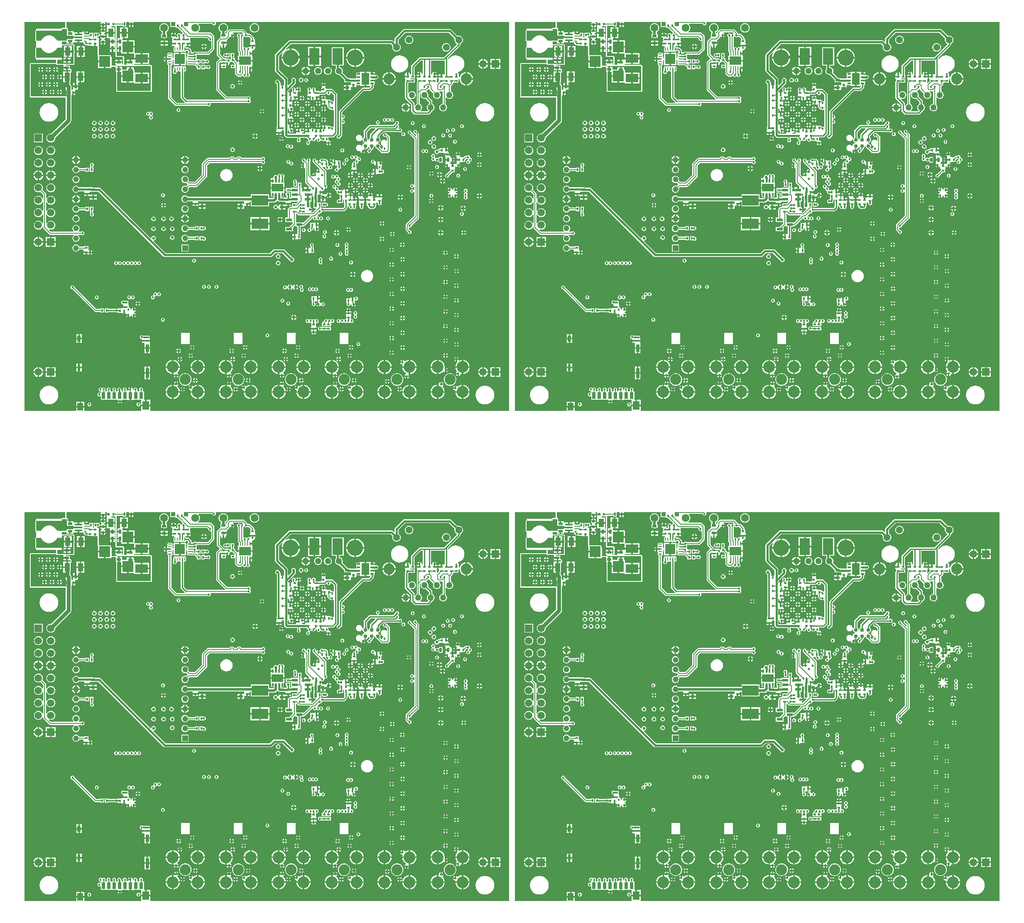
<source format=gbl>
G04 Layer_Physical_Order=6*
G04 Layer_Color=16711680*
%FSLAX24Y24*%
%MOIN*%
G70*
G01*
G75*
%ADD12C,0.0080*%
%ADD13R,0.0236X0.0157*%
%ADD14R,0.0354X0.0197*%
%ADD18R,0.0433X0.0669*%
%ADD20R,0.0157X0.0236*%
%ADD21R,0.0236X0.0165*%
%ADD25C,0.0310*%
%ADD34R,0.0197X0.0354*%
%ADD43O,0.0315X0.0098*%
%ADD44O,0.0098X0.0315*%
%ADD55R,0.0177X0.0197*%
%ADD56R,0.0335X0.0354*%
%ADD61C,0.0150*%
%ADD63C,0.0100*%
%ADD64C,0.0060*%
%ADD65C,0.0120*%
%ADD66C,0.0200*%
%ADD67C,0.0300*%
%ADD68C,0.0945*%
%ADD69C,0.0886*%
%ADD70C,0.1280*%
%ADD71C,0.0512*%
%ADD72R,0.0866X0.0866*%
%ADD73C,0.0591*%
%ADD74R,0.0591X0.0591*%
%ADD75C,0.0496*%
%ADD76C,0.0563*%
%ADD77R,0.0591X0.0591*%
%ADD78C,0.0630*%
%ADD79C,0.0453*%
%ADD80R,0.0453X0.0453*%
%ADD81C,0.0180*%
%ADD82C,0.0200*%
%ADD83C,0.0240*%
%ADD84C,0.0220*%
%ADD85C,0.0197*%
%ADD86R,0.0630X0.0921*%
%ADD87R,0.0256X0.0118*%
%ADD88R,0.0138X0.0276*%
%ADD89R,0.0512X0.0236*%
%ADD90R,0.0315X0.0551*%
%ADD91R,0.0532X0.0709*%
%ADD92R,0.0457X0.0591*%
%ADD93R,0.0256X0.0843*%
%ADD94R,0.0256X0.0630*%
%ADD95R,0.0256X0.0512*%
%ADD96R,0.0236X0.0453*%
%ADD97R,0.0433X0.0177*%
%ADD98R,0.0453X0.0177*%
%ADD99R,0.0236X0.0098*%
%ADD100O,0.0236X0.0098*%
%ADD101R,0.0591X0.0118*%
%ADD102R,0.0984X0.0669*%
%ADD103R,0.0787X0.0787*%
%ADD104R,0.1339X0.0846*%
%ADD105R,0.0921X0.0630*%
%ADD106R,0.0118X0.0256*%
%ADD107R,0.0480X0.0244*%
%ADD108R,0.0846X0.1339*%
%ADD109R,0.0110X0.0335*%
%ADD110R,0.0945X0.0650*%
%ADD111R,0.0197X0.0197*%
G36*
X50543Y70630D02*
X50722D01*
Y70510D01*
X50543D01*
Y70352D01*
X50545D01*
X50551Y70305D01*
X50551Y70302D01*
Y69930D01*
X50868D01*
X51184D01*
Y70305D01*
X50907D01*
X50901Y70352D01*
X50901Y70355D01*
Y70360D01*
X50938Y70392D01*
X51215D01*
X51252Y70361D01*
Y69570D01*
Y68120D01*
Y67920D01*
X51852D01*
Y67326D01*
X51820Y67315D01*
X51780Y67351D01*
Y67455D01*
X51502D01*
X51225D01*
Y67317D01*
X51313D01*
X51328Y67267D01*
X51326Y67265D01*
X51308Y67239D01*
X51304Y67220D01*
X50952D01*
Y67920D01*
X50876D01*
Y68058D01*
X49902D01*
X49902Y69470D01*
X49820D01*
X49808Y69484D01*
X49781Y69523D01*
Y69530D01*
X49831Y69571D01*
X49849Y69567D01*
X49908Y69579D01*
X49957Y69612D01*
X49991Y69662D01*
X50002Y69720D01*
X49991Y69779D01*
X49957Y69828D01*
X49908Y69861D01*
X49849Y69873D01*
X49831Y69869D01*
X49781Y69879D01*
Y69879D01*
X49781Y69879D01*
X49503D01*
Y69527D01*
X49503Y69523D01*
X49494Y69477D01*
X49436D01*
X49427Y69523D01*
X49427Y69523D01*
X49427Y69523D01*
Y69879D01*
X49149D01*
Y69764D01*
X49117Y69732D01*
X49015D01*
Y69746D01*
X48796D01*
Y69806D01*
X48736D01*
Y69956D01*
X48578D01*
Y69906D01*
X48325D01*
Y69747D01*
X48205D01*
Y69906D01*
X47870D01*
X47869Y69956D01*
Y70005D01*
X47652D01*
Y69806D01*
X47532D01*
Y70005D01*
X47421D01*
Y70183D01*
X47415Y70214D01*
X47397Y70241D01*
X47371Y70259D01*
X47340Y70265D01*
X47302D01*
Y70734D01*
X50083D01*
X50098Y70684D01*
X50091Y70679D01*
X50042Y70606D01*
X50037Y70580D01*
X50462D01*
X50456Y70606D01*
X50408Y70679D01*
X50400Y70684D01*
X50416Y70734D01*
X50543D01*
Y70630D01*
D02*
G37*
G36*
X11173D02*
X11352D01*
Y70510D01*
X11173D01*
Y70352D01*
X11174D01*
X11181Y70305D01*
X11181Y70302D01*
Y69930D01*
X11498D01*
X11814D01*
Y70305D01*
X11537D01*
X11531Y70352D01*
X11531Y70355D01*
Y70360D01*
X11568Y70392D01*
X11845D01*
X11882Y70361D01*
Y69570D01*
Y68120D01*
Y67920D01*
X12482D01*
Y67326D01*
X12450Y67315D01*
X12409Y67351D01*
Y67455D01*
X12132D01*
X11855D01*
Y67317D01*
X11943D01*
X11958Y67267D01*
X11956Y67265D01*
X11938Y67239D01*
X11934Y67220D01*
X11582D01*
Y67920D01*
X11506D01*
Y68058D01*
X10532D01*
X10532Y69470D01*
X10450D01*
X10438Y69484D01*
X10411Y69523D01*
Y69530D01*
X10461Y69571D01*
X10479Y69567D01*
X10538Y69579D01*
X10587Y69612D01*
X10620Y69662D01*
X10632Y69720D01*
X10620Y69779D01*
X10587Y69828D01*
X10538Y69861D01*
X10479Y69873D01*
X10461Y69869D01*
X10411Y69879D01*
Y69879D01*
X10411Y69879D01*
X10133D01*
Y69527D01*
X10133Y69523D01*
X10124Y69477D01*
X10066D01*
X10056Y69523D01*
X10056Y69523D01*
X10056Y69523D01*
Y69879D01*
X9779D01*
Y69764D01*
X9747Y69732D01*
X9644D01*
Y69746D01*
X9426D01*
Y69806D01*
X9366D01*
Y69956D01*
X9208D01*
Y69906D01*
X8955D01*
Y69747D01*
X8835D01*
Y69906D01*
X8500D01*
X8499Y69956D01*
Y70005D01*
X8282D01*
Y69806D01*
X8162D01*
Y70005D01*
X8051D01*
Y70183D01*
X8045Y70214D01*
X8027Y70241D01*
X8001Y70259D01*
X7969Y70265D01*
X7932D01*
Y70734D01*
X10713D01*
X10728Y70684D01*
X10721Y70679D01*
X10672Y70606D01*
X10667Y70580D01*
X11092D01*
X11086Y70606D01*
X11038Y70679D01*
X11030Y70684D01*
X11046Y70734D01*
X11173D01*
Y70630D01*
D02*
G37*
G36*
X82840Y39503D02*
X54031D01*
Y39877D01*
X53665D01*
X53300D01*
Y39503D01*
X48750D01*
Y39779D01*
X48421D01*
X48093D01*
Y39503D01*
X43932D01*
Y70734D01*
X47221D01*
Y70265D01*
X46958D01*
X46927Y70259D01*
X46901Y70241D01*
X46883Y70214D01*
X46880Y70201D01*
X44872D01*
Y70099D01*
X44826Y70080D01*
X44807Y70034D01*
Y69244D01*
X44826Y69198D01*
X44872Y69179D01*
Y68721D01*
X44826Y68702D01*
X44807Y68656D01*
Y67868D01*
X44826Y67823D01*
X44872Y67804D01*
Y67701D01*
X46479D01*
Y67437D01*
X44442Y67437D01*
X44411Y67431D01*
X44384Y67414D01*
X44367Y67387D01*
X44360Y67356D01*
X44360Y64756D01*
X44367Y64725D01*
X44384Y64698D01*
X44411Y64681D01*
X44442Y64674D01*
X47238Y64674D01*
Y62937D01*
X46076Y61775D01*
X46052Y61778D01*
X45960Y61766D01*
X45873Y61730D01*
X45799Y61673D01*
X45742Y61599D01*
X45706Y61513D01*
X45694Y61420D01*
X45706Y61327D01*
X45742Y61241D01*
X45799Y61167D01*
X45873Y61110D01*
X45960Y61074D01*
X46052Y61062D01*
X46145Y61074D01*
X46232Y61110D01*
X46306Y61167D01*
X46363Y61241D01*
X46398Y61327D01*
X46411Y61420D01*
X46408Y61444D01*
X47638Y62674D01*
X47689Y62750D01*
X47707Y62840D01*
Y64709D01*
X47717Y64725D01*
X47724Y64756D01*
Y64852D01*
X47766D01*
Y65070D01*
X47826D01*
Y65130D01*
X48005D01*
X48005Y65288D01*
X48053Y65293D01*
X48243D01*
Y65510D01*
X48044D01*
X47846D01*
X47846Y65293D01*
X47798Y65288D01*
X47707D01*
Y65552D01*
X47689Y65642D01*
X47638Y65718D01*
X47620Y65736D01*
X47620Y65736D01*
X47612Y65743D01*
Y65807D01*
X47602D01*
Y65925D01*
X47644D01*
Y66674D01*
X47673Y66679D01*
X47700Y66697D01*
X47717Y66724D01*
X47724Y66755D01*
Y66833D01*
X47721Y66847D01*
X47719Y66860D01*
X47703Y66904D01*
X47702Y66906D01*
X47702Y66908D01*
X47694Y66919D01*
X47687Y66931D01*
X47685Y66932D01*
X47684Y66934D01*
X47672Y66942D01*
X47661Y66950D01*
X47659Y66951D01*
X47658Y66952D01*
X47644Y66954D01*
X47630Y66958D01*
X47586Y66980D01*
Y67233D01*
X47215D01*
X47212Y67239D01*
X47238Y67285D01*
X47244Y67289D01*
X47869D01*
X47901Y67295D01*
X47927Y67312D01*
X47945Y67339D01*
X47951Y67370D01*
Y68120D01*
X47950Y68124D01*
X47951Y68128D01*
X47947Y68140D01*
X47945Y68152D01*
X47943Y68155D01*
X47941Y68159D01*
X47941Y68160D01*
Y68258D01*
X47969Y68300D01*
X47983Y68370D01*
X47969Y68440D01*
X47941Y68482D01*
Y68581D01*
X47941Y68581D01*
X47943Y68585D01*
X47945Y68589D01*
X47947Y68600D01*
X47951Y68612D01*
X47950Y68616D01*
X47951Y68620D01*
Y68862D01*
X47945Y68893D01*
X47927Y68919D01*
X47901Y68937D01*
X47869Y68943D01*
X46958D01*
Y69152D01*
X47315D01*
Y69017D01*
X47532D01*
Y69216D01*
X47652D01*
Y69017D01*
X47869D01*
Y69066D01*
X47870Y69116D01*
X48205D01*
Y69275D01*
X48325D01*
Y69116D01*
X48660D01*
X48677Y69073D01*
X48683Y69040D01*
X48710Y69000D01*
X48777Y68934D01*
X48791Y68912D01*
X48841Y68879D01*
X48841Y68879D01*
X48852Y68871D01*
X48899Y68862D01*
X49014D01*
Y68845D01*
X49350Y68845D01*
X49374Y68805D01*
X49394Y68805D01*
X49394Y68805D01*
X49532D01*
Y68984D01*
X49652D01*
Y68805D01*
X49810Y68805D01*
X49821Y68760D01*
X49821Y68058D01*
X49827Y68027D01*
X49845Y68000D01*
X49850Y67997D01*
Y67625D01*
X50383D01*
Y67565D01*
X50443D01*
Y67032D01*
X50916D01*
Y67095D01*
X50952Y67139D01*
X51248D01*
X51270Y67089D01*
X51265Y67083D01*
X51265D01*
Y66766D01*
X51265D01*
X51302Y66726D01*
X51302Y65207D01*
X51308Y65176D01*
X51326Y65150D01*
X51352Y65132D01*
X51383Y65126D01*
X54083Y65126D01*
X54115Y65132D01*
X54141Y65150D01*
X54159Y65176D01*
X54165Y65207D01*
X54165Y67207D01*
X54159Y67239D01*
X54141Y67265D01*
X54115Y67283D01*
X54083Y67289D01*
X52776Y67289D01*
X52744Y67335D01*
X52759Y67360D01*
X53273D01*
Y67735D01*
X52738D01*
X52711Y67701D01*
X52691Y67701D01*
X52493D01*
Y67503D01*
X52433D01*
Y67443D01*
X52156D01*
Y67304D01*
X52113Y67289D01*
X51977D01*
X51970Y67292D01*
X51956Y67304D01*
X51934Y67339D01*
Y67920D01*
X51928Y67951D01*
X51910Y67978D01*
X51884Y67995D01*
X51852Y68002D01*
X51334D01*
Y68120D01*
Y69570D01*
Y70361D01*
X51333Y70365D01*
X51334Y70369D01*
X51330Y70380D01*
X51328Y70392D01*
X51326Y70396D01*
X51324Y70399D01*
X51336Y70431D01*
X51350Y70448D01*
X51855D01*
Y70372D01*
X52112D01*
Y70734D01*
X52346D01*
Y70630D01*
X52515D01*
X52684D01*
Y70734D01*
X55653D01*
Y70333D01*
X56086D01*
Y70274D01*
X56220D01*
X56629Y69866D01*
X56618Y69806D01*
X56587Y69785D01*
X56554Y69735D01*
X56532Y69733D01*
X56523D01*
X56501Y69735D01*
X56468Y69785D01*
X56415Y69821D01*
X56352Y69833D01*
X56290Y69821D01*
X56237Y69785D01*
X56202Y69733D01*
X56189Y69670D01*
X56202Y69608D01*
X56220Y69580D01*
Y69486D01*
X56104D01*
X56077Y69536D01*
X56110Y69584D01*
X56115Y69610D01*
X55690D01*
X55695Y69584D01*
X55744Y69511D01*
X55817Y69463D01*
X55824Y69461D01*
Y69208D01*
X55793Y69172D01*
X55784D01*
Y69053D01*
X56002D01*
Y68933D01*
X55784D01*
Y68814D01*
X55951D01*
X55959Y68791D01*
X55959Y68764D01*
X55930Y68744D01*
X55906Y68708D01*
X55897Y68666D01*
Y68449D01*
X55906Y68407D01*
X55930Y68370D01*
X55966Y68346D01*
X56009Y68338D01*
X56051Y68346D01*
X56087Y68370D01*
X56127D01*
X56163Y68346D01*
X56206Y68338D01*
X56248Y68346D01*
X56270Y68361D01*
X56304Y68367D01*
X56338Y68361D01*
X56360Y68346D01*
X56402Y68338D01*
X56445Y68346D01*
X56481Y68370D01*
X56520D01*
X56557Y68346D01*
X56599Y68338D01*
X56642Y68346D01*
X56664Y68361D01*
X56698Y68367D01*
X56732Y68361D01*
X56753Y68346D01*
X56796Y68338D01*
X56839Y68346D01*
X56875Y68370D01*
X56899Y68407D01*
X56903Y68425D01*
X57010D01*
X57070Y68365D01*
Y68273D01*
X57039Y68267D01*
X57003Y68243D01*
X56979Y68206D01*
X56970Y68164D01*
X56979Y68121D01*
X56993Y68099D01*
X56999Y68065D01*
X56993Y68031D01*
X56979Y68010D01*
X56970Y67967D01*
X56979Y67924D01*
X56982Y67919D01*
X56974Y67878D01*
X56946Y67836D01*
X56913Y67838D01*
X56896Y67844D01*
Y68264D01*
X56462D01*
Y68065D01*
X56342D01*
Y68264D01*
X55909D01*
Y67844D01*
X55892Y67838D01*
X55859Y67836D01*
X55831Y67878D01*
X55823Y67919D01*
X55826Y67924D01*
X55835Y67967D01*
X55826Y68010D01*
X55812Y68031D01*
X55805Y68065D01*
X55812Y68099D01*
X55826Y68121D01*
X55835Y68164D01*
X55826Y68206D01*
X55802Y68243D01*
X55766Y68267D01*
X55723Y68275D01*
X55507D01*
X55464Y68267D01*
X55428Y68243D01*
X55404Y68206D01*
X55395Y68164D01*
X55404Y68121D01*
X55418Y68099D01*
X55424Y68065D01*
X55418Y68031D01*
X55404Y68010D01*
X55402Y68001D01*
X55401Y67999D01*
X55362Y67974D01*
Y67770D01*
Y67566D01*
X55401Y67541D01*
X55402Y67539D01*
X55404Y67531D01*
X55418Y67509D01*
X55424Y67475D01*
X55418Y67441D01*
X55404Y67419D01*
X55395Y67376D01*
X55404Y67334D01*
X55428Y67298D01*
X55464Y67274D01*
X55480Y67270D01*
Y64620D01*
X55489Y64573D01*
X55516Y64534D01*
X56016Y64034D01*
X56056Y64007D01*
X56102Y63998D01*
X58662D01*
X58691Y63979D01*
X58749Y63967D01*
X58808Y63979D01*
X58857Y64012D01*
X58891Y64062D01*
X58902Y64120D01*
X58891Y64179D01*
X58878Y64198D01*
X58904Y64248D01*
X61865D01*
X61894Y64229D01*
X61952Y64217D01*
X62011Y64229D01*
X62061Y64262D01*
X62094Y64312D01*
X62105Y64370D01*
X62094Y64429D01*
X62061Y64478D01*
X62071Y64532D01*
X62091Y64562D01*
X62102Y64620D01*
X62091Y64679D01*
X62057Y64728D01*
X62008Y64761D01*
X61949Y64773D01*
X61891Y64761D01*
X61862Y64742D01*
X60203D01*
X59575Y65371D01*
Y67419D01*
X59660Y67505D01*
X59710Y67484D01*
Y67480D01*
X59928D01*
Y67360D01*
X59710D01*
Y67237D01*
X59750D01*
Y67021D01*
X60106D01*
Y67209D01*
X60142Y67228D01*
Y67420D01*
X60262D01*
Y67238D01*
X60276Y67241D01*
X60339Y67283D01*
X60381Y67346D01*
X60396Y67420D01*
X60385Y67474D01*
X60411Y67479D01*
X60458Y67510D01*
X60498Y67533D01*
X60646D01*
X60822Y67357D01*
X60812Y67307D01*
X60498D01*
Y67021D01*
X60830D01*
Y66620D01*
X60839Y66573D01*
X60866Y66534D01*
X61016Y66384D01*
X61056Y66357D01*
X61102Y66348D01*
X61302D01*
X61349Y66357D01*
X61389Y66384D01*
X61421Y66416D01*
X61477Y66401D01*
X61503Y66362D01*
X61552Y66329D01*
X61611Y66317D01*
X61669Y66329D01*
X61719Y66362D01*
X61726Y66372D01*
X61776D01*
X61783Y66362D01*
X61832Y66329D01*
X61891Y66317D01*
X61949Y66329D01*
X61999Y66362D01*
X62032Y66412D01*
X62044Y66470D01*
X62032Y66529D01*
X61999Y66578D01*
X61963Y66602D01*
Y66772D01*
X61986D01*
Y67039D01*
X62046D01*
Y67099D01*
X62201D01*
Y67195D01*
X62225D01*
Y67560D01*
X61652D01*
X61080D01*
Y67515D01*
X61065Y67504D01*
X61030Y67495D01*
X60854Y67671D01*
Y67819D01*
X60752D01*
Y67892D01*
X60768D01*
Y68248D01*
X60491D01*
Y67892D01*
X60507D01*
Y67819D01*
X60498D01*
Y67759D01*
X60490Y67752D01*
X60448Y67736D01*
X60411Y67761D01*
X60374Y67769D01*
X60343Y67789D01*
X60296Y67798D01*
X60106D01*
Y67819D01*
X59959D01*
X59625Y68153D01*
Y68827D01*
X59625Y68876D01*
X59680D01*
X59712Y68838D01*
X59709Y68820D01*
X59723Y68746D01*
X59765Y68683D01*
X59828Y68641D01*
X59842Y68638D01*
Y68820D01*
X59962D01*
Y68638D01*
X59977Y68641D01*
X60039Y68683D01*
X60081Y68746D01*
X60096Y68820D01*
X60093Y68838D01*
X60124Y68876D01*
X60180D01*
Y69015D01*
X59902D01*
Y69135D01*
X60180D01*
Y69273D01*
X60214Y69309D01*
X60389Y69484D01*
X60415Y69523D01*
X60465Y69533D01*
X60528Y69491D01*
X60542Y69488D01*
Y69670D01*
X60602D01*
Y69730D01*
X60784D01*
X60781Y69744D01*
X60739Y69807D01*
X60678Y69848D01*
X60678Y69851D01*
X60691Y69898D01*
X61452D01*
X61490Y69860D01*
X61464Y69814D01*
X61420Y69823D01*
X61362Y69811D01*
X61312Y69778D01*
X61305Y69768D01*
X61255D01*
X61248Y69778D01*
X61199Y69811D01*
X61140Y69823D01*
X61082Y69811D01*
X61032Y69778D01*
X60999Y69729D01*
X60987Y69670D01*
X60999Y69612D01*
X61032Y69562D01*
X61068Y69538D01*
Y68419D01*
X61077Y68372D01*
X61104Y68332D01*
X61136Y68300D01*
Y68201D01*
X61144Y68164D01*
Y68045D01*
X61080D01*
Y67680D01*
X61652D01*
X62225D01*
Y68045D01*
X62201D01*
Y68141D01*
X62046D01*
Y68261D01*
X62201D01*
Y68436D01*
X62247Y68477D01*
X62252Y68476D01*
X62326Y68491D01*
X62389Y68533D01*
X62431Y68596D01*
X62445Y68664D01*
X62470D01*
Y68783D01*
X62252D01*
X62034D01*
Y68722D01*
X61984Y68696D01*
X61961Y68711D01*
X61902Y68723D01*
X61844Y68711D01*
X61794Y68678D01*
X61787Y68668D01*
X61737D01*
X61731Y68678D01*
X61681Y68711D01*
X61622Y68723D01*
X61564Y68711D01*
X61543Y68697D01*
X61493Y68724D01*
Y69538D01*
X61528Y69562D01*
X61536Y69574D01*
X61586D01*
X61594Y69562D01*
X61644Y69529D01*
X61702Y69517D01*
X61761Y69529D01*
X61789Y69548D01*
X61952D01*
X62113Y69386D01*
X62093Y69336D01*
X62074D01*
Y69072D01*
X62074Y69058D01*
X62043Y69022D01*
X62034D01*
Y68903D01*
X62252D01*
X62470D01*
Y69022D01*
X62462D01*
X62430Y69058D01*
X62430Y69072D01*
Y69336D01*
X62375D01*
Y69420D01*
X62365Y69467D01*
X62339Y69507D01*
X62089Y69757D01*
X62049Y69783D01*
X62002Y69792D01*
X61825D01*
Y69820D01*
X61815Y69867D01*
X61789Y69907D01*
X61589Y70107D01*
X61549Y70133D01*
X61502Y70142D01*
X60452D01*
X60406Y70133D01*
X60366Y70107D01*
X60216Y69957D01*
X60189Y69917D01*
X60180Y69870D01*
Y69847D01*
X60140Y69824D01*
X60086D01*
Y69940D01*
X60091Y69943D01*
X60170Y70003D01*
X60230Y70081D01*
X60268Y70172D01*
X60281Y70270D01*
X60268Y70368D01*
X60230Y70459D01*
X60170Y70538D01*
X60091Y70598D01*
X60000Y70635D01*
X59902Y70648D01*
X59804Y70635D01*
X59713Y70598D01*
X59635Y70538D01*
X59575Y70459D01*
X59537Y70368D01*
X59524Y70270D01*
X59537Y70172D01*
X59575Y70081D01*
X59635Y70003D01*
X59713Y69943D01*
X59719Y69940D01*
Y69824D01*
X59665D01*
Y69507D01*
X59665Y69507D01*
X59647Y69464D01*
X59636Y69457D01*
X59416Y69237D01*
X59389Y69197D01*
X59380Y69150D01*
Y68102D01*
X59389Y68055D01*
X59416Y68015D01*
X59598Y67833D01*
X59588Y67773D01*
X59572Y67762D01*
X59366Y67557D01*
X59339Y67517D01*
X59330Y67470D01*
Y65320D01*
X59339Y65273D01*
X59366Y65234D01*
X60057Y64542D01*
X60048Y64508D01*
X60038Y64492D01*
X56967D01*
X56732Y64728D01*
Y66730D01*
X56782Y66766D01*
X56796Y66763D01*
X56839Y66772D01*
X56875Y66796D01*
X56899Y66832D01*
X56907Y66874D01*
Y67091D01*
X56899Y67134D01*
X56875Y67170D01*
X56839Y67194D01*
X56796Y67202D01*
X56753Y67194D01*
X56717Y67170D01*
X56678D01*
X56642Y67194D01*
X56599Y67202D01*
X56557Y67194D01*
X56520Y67170D01*
X56481D01*
X56445Y67194D01*
X56402Y67202D01*
X56360Y67194D01*
X56338Y67179D01*
X56304Y67173D01*
X56270Y67179D01*
X56248Y67194D01*
X56206Y67202D01*
X56163Y67194D01*
X56141Y67179D01*
X56107Y67173D01*
X56073Y67179D01*
X56051Y67194D01*
X56009Y67202D01*
X55966Y67194D01*
X55930Y67170D01*
X55906Y67134D01*
X55897Y67091D01*
Y67050D01*
X55886Y67033D01*
X55876Y66983D01*
Y66819D01*
X55852Y66783D01*
X55839Y66720D01*
X55852Y66658D01*
X55887Y66605D01*
X55940Y66569D01*
X56002Y66557D01*
X56065Y66569D01*
X56118Y66605D01*
X56153Y66658D01*
X56165Y66720D01*
X56205Y66763D01*
X56208Y66764D01*
X56248Y66772D01*
X56270Y66786D01*
X56304Y66792D01*
X56338Y66786D01*
X56360Y66772D01*
X56402Y66763D01*
X56417Y66766D01*
X56467Y66730D01*
Y64673D01*
X56477Y64623D01*
X56505Y64580D01*
X56793Y64292D01*
X56772Y64242D01*
X56153D01*
X55725Y64671D01*
Y67265D01*
X55766Y67274D01*
X55802Y67298D01*
X55826Y67334D01*
X55835Y67376D01*
X55826Y67419D01*
X55812Y67441D01*
X55805Y67475D01*
X55812Y67509D01*
X55826Y67531D01*
X55835Y67573D01*
X55826Y67616D01*
X55823Y67621D01*
X55831Y67663D01*
X55859Y67704D01*
X55892Y67702D01*
X55909Y67696D01*
Y67276D01*
X56342D01*
Y67475D01*
X56462D01*
Y67276D01*
X56896D01*
Y67696D01*
X56913Y67702D01*
X56946Y67704D01*
X56974Y67663D01*
X56982Y67621D01*
X56979Y67616D01*
X56970Y67573D01*
X56979Y67531D01*
X56993Y67509D01*
X56999Y67475D01*
X56993Y67441D01*
X56979Y67419D01*
X56970Y67376D01*
X56979Y67334D01*
X57003Y67298D01*
X57039Y67274D01*
X57081Y67265D01*
X57140D01*
X57143Y67263D01*
X57190Y67254D01*
X57618D01*
X57786Y67086D01*
Y66942D01*
X58064D01*
Y67298D01*
X57920D01*
X57873Y67346D01*
X57892Y67392D01*
X58064D01*
Y67748D01*
X57790D01*
X57781Y67794D01*
X57739Y67857D01*
X57725Y67866D01*
X57753Y67908D01*
X57765Y67970D01*
X57753Y68033D01*
X57743Y68048D01*
X57770Y68098D01*
X58702D01*
X58749Y68107D01*
X58789Y68134D01*
X59139Y68484D01*
X59165Y68523D01*
X59175Y68570D01*
Y69570D01*
X59165Y69617D01*
X59139Y69657D01*
X58939Y69857D01*
X58899Y69883D01*
X58852Y69892D01*
X57851D01*
X57841Y69942D01*
X57841Y69943D01*
X57920Y70003D01*
X57980Y70081D01*
X58018Y70172D01*
X58031Y70270D01*
X58018Y70368D01*
X57980Y70459D01*
X57920Y70538D01*
X57908Y70546D01*
X57924Y70594D01*
X59005D01*
X59011Y70562D01*
X59044Y70512D01*
X59094Y70479D01*
X59152Y70467D01*
X59211Y70479D01*
X59261Y70512D01*
X59294Y70562D01*
X59305Y70620D01*
X59294Y70679D01*
X59290Y70684D01*
X59317Y70734D01*
X82840D01*
Y39503D01*
D02*
G37*
G36*
X43470D02*
X14661D01*
Y39877D01*
X14295D01*
X13930D01*
Y39503D01*
X9380D01*
Y39779D01*
X9051D01*
X8723D01*
Y39503D01*
X4562D01*
Y70734D01*
X7851D01*
Y70265D01*
X7588D01*
X7557Y70259D01*
X7531Y70241D01*
X7513Y70214D01*
X7510Y70201D01*
X5502D01*
Y70099D01*
X5456Y70080D01*
X5437Y70034D01*
Y69244D01*
X5456Y69198D01*
X5502Y69179D01*
Y68721D01*
X5456Y68702D01*
X5437Y68656D01*
Y67868D01*
X5456Y67823D01*
X5502Y67804D01*
Y67701D01*
X7108D01*
Y67437D01*
X5072Y67437D01*
X5041Y67431D01*
X5014Y67414D01*
X4997Y67387D01*
X4990Y67356D01*
X4990Y64756D01*
X4997Y64725D01*
X5014Y64698D01*
X5041Y64681D01*
X5072Y64674D01*
X7867Y64674D01*
Y62937D01*
X6706Y61775D01*
X6682Y61778D01*
X6590Y61766D01*
X6503Y61730D01*
X6429Y61673D01*
X6372Y61599D01*
X6336Y61513D01*
X6324Y61420D01*
X6336Y61327D01*
X6372Y61241D01*
X6429Y61167D01*
X6503Y61110D01*
X6590Y61074D01*
X6682Y61062D01*
X6775Y61074D01*
X6861Y61110D01*
X6936Y61167D01*
X6993Y61241D01*
X7028Y61327D01*
X7041Y61420D01*
X7038Y61444D01*
X8268Y62674D01*
X8319Y62750D01*
X8336Y62840D01*
Y64709D01*
X8347Y64725D01*
X8353Y64756D01*
Y64852D01*
X8396D01*
Y65070D01*
X8456D01*
Y65130D01*
X8635D01*
X8635Y65288D01*
X8683Y65293D01*
X8873D01*
Y65510D01*
X8674D01*
X8476D01*
X8476Y65293D01*
X8428Y65288D01*
X8336D01*
Y65552D01*
X8319Y65642D01*
X8268Y65718D01*
X8250Y65736D01*
X8250Y65736D01*
X8242Y65743D01*
Y65807D01*
X8232D01*
Y65925D01*
X8274D01*
Y66674D01*
X8303Y66679D01*
X8330Y66697D01*
X8347Y66724D01*
X8353Y66755D01*
Y66833D01*
X8351Y66847D01*
X8349Y66860D01*
X8333Y66904D01*
X8332Y66906D01*
X8332Y66908D01*
X8324Y66919D01*
X8317Y66931D01*
X8315Y66932D01*
X8314Y66934D01*
X8302Y66942D01*
X8291Y66950D01*
X8289Y66951D01*
X8288Y66952D01*
X8274Y66954D01*
X8260Y66958D01*
X8216Y66980D01*
Y67233D01*
X7845D01*
X7842Y67239D01*
X7868Y67285D01*
X7874Y67289D01*
X8499D01*
X8531Y67295D01*
X8557Y67312D01*
X8575Y67339D01*
X8581Y67370D01*
Y68120D01*
X8580Y68124D01*
X8581Y68128D01*
X8577Y68140D01*
X8575Y68152D01*
X8572Y68155D01*
X8571Y68159D01*
X8571Y68160D01*
Y68258D01*
X8599Y68300D01*
X8613Y68370D01*
X8599Y68440D01*
X8571Y68482D01*
Y68581D01*
X8571Y68581D01*
X8572Y68585D01*
X8575Y68589D01*
X8577Y68600D01*
X8581Y68612D01*
X8580Y68616D01*
X8581Y68620D01*
Y68862D01*
X8575Y68893D01*
X8557Y68919D01*
X8531Y68937D01*
X8499Y68943D01*
X7588D01*
Y69152D01*
X7945D01*
Y69017D01*
X8162D01*
Y69216D01*
X8282D01*
Y69017D01*
X8499D01*
Y69066D01*
X8500Y69116D01*
X8835D01*
Y69275D01*
X8955D01*
Y69116D01*
X9290D01*
X9307Y69073D01*
X9313Y69040D01*
X9340Y69000D01*
X9406Y68934D01*
X9421Y68912D01*
X9471Y68879D01*
X9471Y68879D01*
X9482Y68871D01*
X9529Y68862D01*
X9644D01*
Y68845D01*
X9980Y68845D01*
X10004Y68805D01*
X10024Y68805D01*
X10024Y68805D01*
X10162D01*
Y68984D01*
X10282D01*
Y68805D01*
X10440Y68805D01*
X10451Y68760D01*
X10451Y68058D01*
X10457Y68027D01*
X10475Y68000D01*
X10480Y67997D01*
Y67625D01*
X11013D01*
Y67565D01*
X11073D01*
Y67032D01*
X11546D01*
Y67095D01*
X11582Y67139D01*
X11878D01*
X11900Y67089D01*
X11895Y67083D01*
X11895D01*
Y66766D01*
X11895D01*
X11932Y66726D01*
X11932Y65207D01*
X11938Y65176D01*
X11956Y65150D01*
X11982Y65132D01*
X12013Y65126D01*
X14713Y65126D01*
X14745Y65132D01*
X14771Y65150D01*
X14789Y65176D01*
X14795Y65207D01*
X14795Y67207D01*
X14789Y67239D01*
X14771Y67265D01*
X14745Y67283D01*
X14713Y67289D01*
X13406Y67289D01*
X13374Y67335D01*
X13388Y67360D01*
X13903D01*
Y67735D01*
X13368D01*
X13341Y67701D01*
X13321Y67701D01*
X13123D01*
Y67503D01*
X13063D01*
Y67443D01*
X12786D01*
Y67304D01*
X12743Y67289D01*
X12607D01*
X12600Y67292D01*
X12586Y67304D01*
X12564Y67339D01*
Y67920D01*
X12558Y67951D01*
X12540Y67978D01*
X12514Y67995D01*
X12482Y68002D01*
X11964D01*
Y68120D01*
Y69570D01*
Y70361D01*
X11963Y70365D01*
X11963Y70369D01*
X11960Y70380D01*
X11958Y70392D01*
X11955Y70396D01*
X11954Y70399D01*
X11966Y70431D01*
X11980Y70448D01*
X12484D01*
Y70372D01*
X12742D01*
Y70734D01*
X12976D01*
Y70630D01*
X13145D01*
X13314D01*
Y70734D01*
X16283D01*
Y70333D01*
X16716D01*
Y70274D01*
X16850D01*
X17259Y69866D01*
X17248Y69806D01*
X17217Y69785D01*
X17183Y69735D01*
X17162Y69733D01*
X17153D01*
X17131Y69735D01*
X17098Y69785D01*
X17045Y69821D01*
X16982Y69833D01*
X16920Y69821D01*
X16867Y69785D01*
X16832Y69733D01*
X16819Y69670D01*
X16832Y69608D01*
X16850Y69580D01*
Y69486D01*
X16734D01*
X16707Y69536D01*
X16740Y69584D01*
X16745Y69610D01*
X16320D01*
X16325Y69584D01*
X16374Y69511D01*
X16446Y69463D01*
X16454Y69461D01*
Y69208D01*
X16422Y69172D01*
X16414D01*
Y69053D01*
X16632D01*
Y68933D01*
X16414D01*
Y68814D01*
X16581D01*
X16589Y68791D01*
X16589Y68764D01*
X16560Y68744D01*
X16536Y68708D01*
X16527Y68666D01*
Y68449D01*
X16536Y68407D01*
X16560Y68370D01*
X16596Y68346D01*
X16639Y68338D01*
X16681Y68346D01*
X16717Y68370D01*
X16757D01*
X16793Y68346D01*
X16835Y68338D01*
X16878Y68346D01*
X16900Y68361D01*
X16934Y68367D01*
X16968Y68361D01*
X16990Y68346D01*
X17032Y68338D01*
X17075Y68346D01*
X17111Y68370D01*
X17150D01*
X17187Y68346D01*
X17229Y68338D01*
X17272Y68346D01*
X17294Y68361D01*
X17328Y68367D01*
X17362Y68361D01*
X17383Y68346D01*
X17426Y68338D01*
X17469Y68346D01*
X17505Y68370D01*
X17529Y68407D01*
X17533Y68425D01*
X17640D01*
X17700Y68365D01*
Y68273D01*
X17669Y68267D01*
X17633Y68243D01*
X17609Y68206D01*
X17600Y68164D01*
X17609Y68121D01*
X17623Y68099D01*
X17629Y68065D01*
X17623Y68031D01*
X17609Y68010D01*
X17600Y67967D01*
X17609Y67924D01*
X17612Y67919D01*
X17604Y67878D01*
X17576Y67836D01*
X17543Y67838D01*
X17526Y67844D01*
Y68264D01*
X17092D01*
Y68065D01*
X16972D01*
Y68264D01*
X16539D01*
Y67844D01*
X16522Y67838D01*
X16489Y67836D01*
X16461Y67878D01*
X16452Y67919D01*
X16456Y67924D01*
X16465Y67967D01*
X16456Y68010D01*
X16441Y68031D01*
X16435Y68065D01*
X16441Y68099D01*
X16456Y68121D01*
X16465Y68164D01*
X16456Y68206D01*
X16432Y68243D01*
X16396Y68267D01*
X16353Y68275D01*
X16137D01*
X16094Y68267D01*
X16058Y68243D01*
X16034Y68206D01*
X16025Y68164D01*
X16034Y68121D01*
X16048Y68099D01*
X16054Y68065D01*
X16048Y68031D01*
X16034Y68010D01*
X16032Y68001D01*
X16031Y67999D01*
X15992Y67974D01*
Y67770D01*
Y67566D01*
X16031Y67541D01*
X16032Y67539D01*
X16034Y67531D01*
X16048Y67509D01*
X16054Y67475D01*
X16048Y67441D01*
X16034Y67419D01*
X16025Y67376D01*
X16034Y67334D01*
X16058Y67298D01*
X16094Y67274D01*
X16110Y67270D01*
Y64620D01*
X16119Y64573D01*
X16146Y64534D01*
X16646Y64034D01*
X16685Y64007D01*
X16732Y63998D01*
X19292D01*
X19321Y63979D01*
X19379Y63967D01*
X19438Y63979D01*
X19487Y64012D01*
X19520Y64062D01*
X19532Y64120D01*
X19520Y64179D01*
X19508Y64198D01*
X19534Y64248D01*
X22495D01*
X22524Y64229D01*
X22582Y64217D01*
X22641Y64229D01*
X22690Y64262D01*
X22724Y64312D01*
X22735Y64370D01*
X22724Y64429D01*
X22690Y64478D01*
X22700Y64532D01*
X22720Y64562D01*
X22732Y64620D01*
X22720Y64679D01*
X22687Y64728D01*
X22638Y64761D01*
X22579Y64773D01*
X22521Y64761D01*
X22492Y64742D01*
X20833D01*
X20205Y65371D01*
Y67419D01*
X20290Y67505D01*
X20340Y67484D01*
Y67480D01*
X20558D01*
Y67360D01*
X20340D01*
Y67237D01*
X20380D01*
Y67021D01*
X20736D01*
Y67209D01*
X20772Y67228D01*
Y67420D01*
X20892D01*
Y67238D01*
X20906Y67241D01*
X20969Y67283D01*
X21011Y67346D01*
X21026Y67420D01*
X21015Y67474D01*
X21041Y67479D01*
X21088Y67510D01*
X21128Y67533D01*
X21276D01*
X21452Y67357D01*
X21442Y67307D01*
X21128D01*
Y67021D01*
X21460D01*
Y66620D01*
X21469Y66573D01*
X21496Y66534D01*
X21646Y66384D01*
X21685Y66357D01*
X21732Y66348D01*
X21932D01*
X21979Y66357D01*
X22019Y66384D01*
X22051Y66416D01*
X22107Y66401D01*
X22133Y66362D01*
X22182Y66329D01*
X22241Y66317D01*
X22299Y66329D01*
X22349Y66362D01*
X22356Y66372D01*
X22406D01*
X22413Y66362D01*
X22462Y66329D01*
X22521Y66317D01*
X22579Y66329D01*
X22629Y66362D01*
X22662Y66412D01*
X22674Y66470D01*
X22662Y66529D01*
X22629Y66578D01*
X22593Y66602D01*
Y66772D01*
X22616D01*
Y67039D01*
X22676D01*
Y67099D01*
X22831D01*
Y67195D01*
X22855D01*
Y67560D01*
X22282D01*
X21710D01*
Y67515D01*
X21695Y67504D01*
X21660Y67495D01*
X21484Y67671D01*
Y67819D01*
X21382D01*
Y67892D01*
X21398D01*
Y68248D01*
X21121D01*
Y67892D01*
X21137D01*
Y67819D01*
X21128D01*
Y67759D01*
X21120Y67752D01*
X21078Y67736D01*
X21041Y67761D01*
X21003Y67769D01*
X20973Y67789D01*
X20926Y67798D01*
X20736D01*
Y67819D01*
X20589D01*
X20255Y68153D01*
Y68827D01*
X20255Y68876D01*
X20310D01*
X20342Y68838D01*
X20339Y68820D01*
X20353Y68746D01*
X20395Y68683D01*
X20458Y68641D01*
X20472Y68638D01*
Y68820D01*
X20592D01*
Y68638D01*
X20606Y68641D01*
X20669Y68683D01*
X20711Y68746D01*
X20726Y68820D01*
X20722Y68838D01*
X20754Y68876D01*
X20809D01*
Y69015D01*
X20532D01*
Y69135D01*
X20809D01*
Y69273D01*
X20844Y69309D01*
X21019Y69484D01*
X21045Y69523D01*
X21095Y69533D01*
X21158Y69491D01*
X21172Y69488D01*
Y69670D01*
X21232D01*
Y69730D01*
X21414D01*
X21411Y69744D01*
X21369Y69807D01*
X21308Y69848D01*
X21308Y69851D01*
X21321Y69898D01*
X22082D01*
X22120Y69860D01*
X22094Y69814D01*
X22050Y69823D01*
X21992Y69811D01*
X21942Y69778D01*
X21935Y69768D01*
X21885D01*
X21878Y69778D01*
X21829Y69811D01*
X21770Y69823D01*
X21712Y69811D01*
X21662Y69778D01*
X21629Y69729D01*
X21617Y69670D01*
X21629Y69612D01*
X21662Y69562D01*
X21698Y69538D01*
Y68419D01*
X21707Y68372D01*
X21734Y68332D01*
X21766Y68300D01*
Y68201D01*
X21773Y68164D01*
Y68045D01*
X21710D01*
Y67680D01*
X22282D01*
X22855D01*
Y68045D01*
X22831D01*
Y68141D01*
X22676D01*
Y68261D01*
X22831D01*
Y68436D01*
X22877Y68477D01*
X22882Y68476D01*
X22956Y68491D01*
X23019Y68533D01*
X23061Y68596D01*
X23075Y68664D01*
X23100D01*
Y68783D01*
X22882D01*
X22664D01*
Y68722D01*
X22614Y68696D01*
X22591Y68711D01*
X22532Y68723D01*
X22474Y68711D01*
X22424Y68678D01*
X22417Y68668D01*
X22367D01*
X22360Y68678D01*
X22311Y68711D01*
X22252Y68723D01*
X22194Y68711D01*
X22173Y68697D01*
X22123Y68724D01*
Y69538D01*
X22158Y69562D01*
X22166Y69574D01*
X22216D01*
X22224Y69562D01*
X22274Y69529D01*
X22332Y69517D01*
X22391Y69529D01*
X22419Y69548D01*
X22582D01*
X22743Y69386D01*
X22723Y69336D01*
X22704D01*
Y69072D01*
X22704Y69058D01*
X22672Y69022D01*
X22664D01*
Y68903D01*
X22882D01*
X23100D01*
Y69022D01*
X23092D01*
X23060Y69058D01*
X23060Y69072D01*
Y69336D01*
X23005D01*
Y69420D01*
X22995Y69467D01*
X22969Y69507D01*
X22719Y69757D01*
X22679Y69783D01*
X22632Y69792D01*
X22455D01*
Y69820D01*
X22445Y69867D01*
X22419Y69907D01*
X22219Y70107D01*
X22179Y70133D01*
X22132Y70142D01*
X21082D01*
X21035Y70133D01*
X20996Y70107D01*
X20846Y69957D01*
X20819Y69917D01*
X20810Y69870D01*
Y69847D01*
X20769Y69824D01*
X20716D01*
Y69940D01*
X20721Y69943D01*
X20800Y70003D01*
X20860Y70081D01*
X20898Y70172D01*
X20910Y70270D01*
X20898Y70368D01*
X20860Y70459D01*
X20800Y70538D01*
X20721Y70598D01*
X20630Y70635D01*
X20532Y70648D01*
X20434Y70635D01*
X20343Y70598D01*
X20265Y70538D01*
X20205Y70459D01*
X20167Y70368D01*
X20154Y70270D01*
X20167Y70172D01*
X20205Y70081D01*
X20265Y70003D01*
X20343Y69943D01*
X20349Y69940D01*
Y69824D01*
X20295D01*
Y69507D01*
X20295Y69507D01*
X20277Y69464D01*
X20265Y69457D01*
X20046Y69237D01*
X20019Y69197D01*
X20010Y69150D01*
Y68102D01*
X20019Y68055D01*
X20046Y68015D01*
X20228Y67833D01*
X20217Y67773D01*
X20202Y67762D01*
X19996Y67557D01*
X19969Y67517D01*
X19960Y67470D01*
Y65320D01*
X19969Y65273D01*
X19996Y65234D01*
X20687Y64542D01*
X20678Y64508D01*
X20668Y64492D01*
X17597D01*
X17362Y64728D01*
Y66730D01*
X17412Y66766D01*
X17426Y66763D01*
X17469Y66772D01*
X17505Y66796D01*
X17529Y66832D01*
X17537Y66874D01*
Y67091D01*
X17529Y67134D01*
X17505Y67170D01*
X17469Y67194D01*
X17426Y67202D01*
X17383Y67194D01*
X17347Y67170D01*
X17308D01*
X17272Y67194D01*
X17229Y67202D01*
X17187Y67194D01*
X17150Y67170D01*
X17111D01*
X17075Y67194D01*
X17032Y67202D01*
X16990Y67194D01*
X16968Y67179D01*
X16934Y67173D01*
X16900Y67179D01*
X16878Y67194D01*
X16835Y67202D01*
X16793Y67194D01*
X16771Y67179D01*
X16737Y67173D01*
X16703Y67179D01*
X16681Y67194D01*
X16639Y67202D01*
X16596Y67194D01*
X16560Y67170D01*
X16536Y67134D01*
X16527Y67091D01*
Y67050D01*
X16516Y67033D01*
X16506Y66983D01*
Y66819D01*
X16482Y66783D01*
X16469Y66720D01*
X16482Y66658D01*
X16517Y66605D01*
X16570Y66569D01*
X16632Y66557D01*
X16695Y66569D01*
X16748Y66605D01*
X16783Y66658D01*
X16795Y66720D01*
X16835Y66763D01*
X16838Y66764D01*
X16878Y66772D01*
X16900Y66786D01*
X16934Y66792D01*
X16968Y66786D01*
X16990Y66772D01*
X17032Y66763D01*
X17047Y66766D01*
X17097Y66730D01*
Y64673D01*
X17107Y64623D01*
X17135Y64580D01*
X17422Y64292D01*
X17402Y64242D01*
X16783D01*
X16355Y64671D01*
Y67265D01*
X16396Y67274D01*
X16432Y67298D01*
X16456Y67334D01*
X16465Y67376D01*
X16456Y67419D01*
X16441Y67441D01*
X16435Y67475D01*
X16441Y67509D01*
X16456Y67531D01*
X16465Y67573D01*
X16456Y67616D01*
X16452Y67621D01*
X16461Y67663D01*
X16489Y67704D01*
X16522Y67702D01*
X16539Y67696D01*
Y67276D01*
X16972D01*
Y67475D01*
X17092D01*
Y67276D01*
X17526D01*
Y67696D01*
X17543Y67702D01*
X17576Y67704D01*
X17604Y67663D01*
X17612Y67621D01*
X17609Y67616D01*
X17600Y67573D01*
X17609Y67531D01*
X17623Y67509D01*
X17629Y67475D01*
X17623Y67441D01*
X17609Y67419D01*
X17600Y67376D01*
X17609Y67334D01*
X17633Y67298D01*
X17669Y67274D01*
X17711Y67265D01*
X17770D01*
X17773Y67263D01*
X17820Y67254D01*
X18248D01*
X18416Y67086D01*
Y66942D01*
X18694D01*
Y67298D01*
X18550D01*
X18502Y67346D01*
X18522Y67392D01*
X18694D01*
Y67748D01*
X18420D01*
X18411Y67794D01*
X18369Y67857D01*
X18355Y67866D01*
X18383Y67908D01*
X18395Y67970D01*
X18383Y68033D01*
X18373Y68048D01*
X18400Y68098D01*
X19332D01*
X19379Y68107D01*
X19419Y68134D01*
X19769Y68484D01*
X19795Y68523D01*
X19805Y68570D01*
Y69570D01*
X19795Y69617D01*
X19769Y69657D01*
X19569Y69857D01*
X19529Y69883D01*
X19482Y69892D01*
X18481D01*
X18471Y69942D01*
X18471Y69943D01*
X18550Y70003D01*
X18610Y70081D01*
X18648Y70172D01*
X18660Y70270D01*
X18648Y70368D01*
X18610Y70459D01*
X18550Y70538D01*
X18538Y70546D01*
X18554Y70594D01*
X19635D01*
X19641Y70562D01*
X19674Y70512D01*
X19724Y70479D01*
X19782Y70467D01*
X19841Y70479D01*
X19890Y70512D01*
X19924Y70562D01*
X19935Y70620D01*
X19924Y70679D01*
X19920Y70684D01*
X19947Y70734D01*
X43470D01*
Y39503D01*
D02*
G37*
G36*
X47340Y69683D02*
X47355D01*
Y69648D01*
X47829D01*
X47829Y69648D01*
X47870Y69625D01*
Y69571D01*
X48265D01*
Y69451D01*
X47870D01*
Y69433D01*
X47840D01*
Y69420D01*
X47829Y69374D01*
X47355D01*
Y69233D01*
X46958D01*
Y69246D01*
X46560D01*
Y69244D01*
X46529Y69305D01*
X46451Y69415D01*
X46354Y69508D01*
X46240Y69581D01*
X46115Y69631D01*
X45982Y69657D01*
X45847D01*
X45715Y69631D01*
X45590Y69581D01*
X45476Y69508D01*
X45379Y69415D01*
X45301Y69305D01*
X45270Y69244D01*
X44872D01*
Y70034D01*
X46958D01*
Y70183D01*
X47340D01*
Y69683D01*
D02*
G37*
G36*
X7969D02*
X7985D01*
Y69648D01*
X8459D01*
X8459Y69648D01*
X8500Y69625D01*
Y69571D01*
X8895D01*
Y69451D01*
X8500D01*
Y69433D01*
X8469D01*
Y69420D01*
X8459Y69374D01*
X7985D01*
Y69233D01*
X7588D01*
Y69246D01*
X7190D01*
Y69244D01*
X7159Y69305D01*
X7081Y69415D01*
X6984Y69508D01*
X6870Y69581D01*
X6745Y69631D01*
X6612Y69657D01*
X6477D01*
X6345Y69631D01*
X6220Y69581D01*
X6106Y69508D01*
X6009Y69415D01*
X5931Y69305D01*
X5900Y69244D01*
X5502D01*
Y70034D01*
X7588D01*
Y70183D01*
X7969D01*
Y69683D01*
D02*
G37*
G36*
X58704Y69345D02*
X58711Y69312D01*
X58744Y69262D01*
X58794Y69229D01*
X58852Y69217D01*
X58880Y69223D01*
X58930Y69186D01*
Y68621D01*
X58652Y68342D01*
X57689D01*
X57661Y68361D01*
X57602Y68373D01*
X57544Y68361D01*
X57494Y68328D01*
X57484Y68313D01*
X57335D01*
Y68420D01*
X57325Y68471D01*
X57296Y68514D01*
X57159Y68651D01*
X57116Y68680D01*
X57065Y68690D01*
X56903D01*
X56899Y68708D01*
X56875Y68744D01*
X56845Y68764D01*
X56846Y68791D01*
X56854Y68814D01*
X56992D01*
Y68993D01*
X57052D01*
Y69053D01*
X57270D01*
Y69172D01*
X57262D01*
X57230Y69208D01*
Y69458D01*
X58592D01*
X58704Y69345D01*
D02*
G37*
G36*
X19334D02*
X19341Y69312D01*
X19374Y69262D01*
X19424Y69229D01*
X19482Y69217D01*
X19510Y69223D01*
X19560Y69186D01*
Y68621D01*
X19282Y68342D01*
X18319D01*
X18291Y68361D01*
X18232Y68373D01*
X18174Y68361D01*
X18124Y68328D01*
X18114Y68313D01*
X17965D01*
Y68420D01*
X17955Y68471D01*
X17926Y68514D01*
X17789Y68651D01*
X17746Y68680D01*
X17695Y68690D01*
X17533D01*
X17529Y68708D01*
X17505Y68744D01*
X17475Y68764D01*
X17476Y68791D01*
X17484Y68814D01*
X17622D01*
Y68993D01*
X17682D01*
Y69053D01*
X17900D01*
Y69172D01*
X17892D01*
X17860Y69208D01*
Y69458D01*
X19222D01*
X19334Y69345D01*
D02*
G37*
G36*
X47869Y68620D02*
X47859Y68611D01*
Y68370D01*
Y68129D01*
X47869Y68120D01*
Y67370D01*
X46560D01*
Y67701D01*
X46958D01*
Y67868D01*
X44872D01*
Y68656D01*
X45270D01*
Y68658D01*
X45270Y68658D01*
X45270Y68658D01*
Y68658D01*
X45301Y68598D01*
X45379Y68488D01*
X45476Y68395D01*
X45590Y68322D01*
X45715Y68271D01*
X45847Y68246D01*
X45982D01*
X46115Y68271D01*
X46240Y68322D01*
X46354Y68395D01*
X46451Y68488D01*
X46529Y68598D01*
X46560Y68658D01*
X46958Y68658D01*
Y68862D01*
X47869D01*
Y68620D01*
D02*
G37*
G36*
X8499D02*
X8489Y68611D01*
Y68370D01*
Y68129D01*
X8499Y68120D01*
Y67370D01*
X7190D01*
Y67701D01*
X7588D01*
Y67868D01*
X5502D01*
Y68656D01*
X5900D01*
Y68658D01*
X5900Y68658D01*
X5900Y68658D01*
Y68658D01*
X5931Y68598D01*
X6009Y68488D01*
X6106Y68395D01*
X6220Y68322D01*
X6345Y68271D01*
X6477Y68246D01*
X6612D01*
X6745Y68271D01*
X6870Y68322D01*
X6984Y68395D01*
X7081Y68488D01*
X7159Y68598D01*
X7190Y68658D01*
X7588Y68658D01*
Y68862D01*
X8499D01*
Y68620D01*
D02*
G37*
G36*
X54083Y65207D02*
X51383Y65207D01*
X51383Y66726D01*
X51442D01*
Y66925D01*
Y67123D01*
X51383D01*
Y67207D01*
X54083Y67207D01*
X54083Y65207D01*
D02*
G37*
G36*
X14713D02*
X12013Y65207D01*
X12013Y66726D01*
X12072D01*
Y66925D01*
Y67123D01*
X12013D01*
Y67207D01*
X14713Y67207D01*
X14713Y65207D01*
D02*
G37*
G36*
X46481Y67356D02*
X46485Y67339D01*
X46502Y67312D01*
X46529Y67295D01*
X46560Y67289D01*
X47028D01*
X47072Y67273D01*
X47072Y67239D01*
Y67135D01*
X47349D01*
Y67075D01*
X47409D01*
Y66876D01*
X47626Y66876D01*
X47642Y66833D01*
Y66755D01*
X47428D01*
Y66320D01*
X47368D01*
Y66260D01*
X47051D01*
Y65885D01*
X47227D01*
X47256Y65847D01*
Y65630D01*
X47454D01*
Y65510D01*
X47256D01*
Y65293D01*
X47293Y65288D01*
Y65130D01*
X47472D01*
Y65070D01*
X47532D01*
Y64852D01*
X47642D01*
Y64756D01*
X44442Y64756D01*
X44442Y67356D01*
X46481Y67356D01*
D02*
G37*
G36*
X7111D02*
X7115Y67339D01*
X7132Y67312D01*
X7159Y67295D01*
X7190Y67289D01*
X7658D01*
X7702Y67273D01*
X7702Y67239D01*
Y67135D01*
X7979D01*
Y67075D01*
X8039D01*
Y66876D01*
X8256Y66876D01*
X8272Y66833D01*
Y66755D01*
X8058D01*
Y66320D01*
X7998D01*
Y66260D01*
X7681D01*
Y65885D01*
X7857D01*
X7885Y65847D01*
Y65630D01*
X8084D01*
Y65510D01*
X7885D01*
Y65293D01*
X7923Y65288D01*
Y65130D01*
X8102D01*
Y65070D01*
X8162D01*
Y64852D01*
X8272D01*
Y64756D01*
X5072Y64756D01*
X5072Y67356D01*
X7111Y67356D01*
D02*
G37*
G36*
X50543Y31260D02*
X50722D01*
Y31140D01*
X50543D01*
Y30982D01*
X50545D01*
X50551Y30935D01*
X50551Y30932D01*
Y30560D01*
X50868D01*
X51184D01*
Y30935D01*
X50907D01*
X50901Y30982D01*
X50901Y30985D01*
Y30990D01*
X50938Y31022D01*
X51215D01*
X51252Y30991D01*
Y30200D01*
Y28750D01*
Y28550D01*
X51852D01*
Y27956D01*
X51820Y27945D01*
X51780Y27981D01*
Y28085D01*
X51502D01*
X51225D01*
Y27947D01*
X51313D01*
X51328Y27897D01*
X51326Y27895D01*
X51308Y27869D01*
X51304Y27850D01*
X50952D01*
Y28550D01*
X50876D01*
Y28688D01*
X49902D01*
X49902Y30100D01*
X49820D01*
X49808Y30114D01*
X49781Y30153D01*
Y30160D01*
X49831Y30201D01*
X49849Y30197D01*
X49908Y30209D01*
X49957Y30242D01*
X49991Y30291D01*
X50002Y30350D01*
X49991Y30409D01*
X49957Y30458D01*
X49908Y30491D01*
X49849Y30503D01*
X49831Y30499D01*
X49781Y30509D01*
Y30509D01*
X49781Y30509D01*
X49503D01*
Y30157D01*
X49503Y30153D01*
X49494Y30107D01*
X49436D01*
X49427Y30153D01*
X49427Y30153D01*
X49427Y30153D01*
Y30509D01*
X49149D01*
Y30394D01*
X49117Y30362D01*
X49015D01*
Y30376D01*
X48796D01*
Y30436D01*
X48736D01*
Y30586D01*
X48578D01*
Y30536D01*
X48325D01*
Y30377D01*
X48205D01*
Y30536D01*
X47870D01*
X47869Y30586D01*
Y30635D01*
X47652D01*
Y30436D01*
X47532D01*
Y30635D01*
X47421D01*
Y30813D01*
X47415Y30844D01*
X47397Y30871D01*
X47371Y30889D01*
X47340Y30895D01*
X47302D01*
Y31364D01*
X50083D01*
X50098Y31314D01*
X50091Y31309D01*
X50042Y31236D01*
X50037Y31210D01*
X50462D01*
X50456Y31236D01*
X50408Y31309D01*
X50400Y31314D01*
X50416Y31364D01*
X50543D01*
Y31260D01*
D02*
G37*
G36*
X11173D02*
X11352D01*
Y31140D01*
X11173D01*
Y30982D01*
X11174D01*
X11181Y30935D01*
X11181Y30932D01*
Y30560D01*
X11498D01*
X11814D01*
Y30935D01*
X11537D01*
X11531Y30982D01*
X11531Y30985D01*
Y30990D01*
X11568Y31022D01*
X11845D01*
X11882Y30991D01*
Y30200D01*
Y28750D01*
Y28550D01*
X12482D01*
Y27956D01*
X12450Y27945D01*
X12409Y27981D01*
Y28085D01*
X12132D01*
X11855D01*
Y27947D01*
X11943D01*
X11958Y27897D01*
X11956Y27895D01*
X11938Y27869D01*
X11934Y27850D01*
X11582D01*
Y28550D01*
X11506D01*
Y28688D01*
X10532D01*
X10532Y30100D01*
X10450D01*
X10438Y30114D01*
X10411Y30153D01*
Y30160D01*
X10461Y30201D01*
X10479Y30197D01*
X10538Y30209D01*
X10587Y30242D01*
X10620Y30291D01*
X10632Y30350D01*
X10620Y30409D01*
X10587Y30458D01*
X10538Y30491D01*
X10479Y30503D01*
X10461Y30499D01*
X10411Y30509D01*
Y30509D01*
X10411Y30509D01*
X10133D01*
Y30157D01*
X10133Y30153D01*
X10124Y30107D01*
X10066D01*
X10056Y30153D01*
X10056Y30153D01*
X10056Y30153D01*
Y30509D01*
X9779D01*
Y30394D01*
X9747Y30362D01*
X9644D01*
Y30376D01*
X9426D01*
Y30436D01*
X9366D01*
Y30586D01*
X9208D01*
Y30536D01*
X8955D01*
Y30377D01*
X8835D01*
Y30536D01*
X8500D01*
X8499Y30586D01*
Y30635D01*
X8282D01*
Y30436D01*
X8162D01*
Y30635D01*
X8051D01*
Y30813D01*
X8045Y30844D01*
X8027Y30871D01*
X8001Y30889D01*
X7969Y30895D01*
X7932D01*
Y31364D01*
X10713D01*
X10728Y31314D01*
X10721Y31309D01*
X10672Y31236D01*
X10667Y31210D01*
X11092D01*
X11086Y31236D01*
X11038Y31309D01*
X11030Y31314D01*
X11046Y31364D01*
X11173D01*
Y31260D01*
D02*
G37*
G36*
X82840Y133D02*
X54031D01*
Y507D01*
X53665D01*
X53300D01*
Y133D01*
X48750D01*
Y409D01*
X48421D01*
X48093D01*
Y133D01*
X43932D01*
Y31364D01*
X47221D01*
Y30895D01*
X46958D01*
X46927Y30889D01*
X46901Y30871D01*
X46883Y30844D01*
X46880Y30831D01*
X44872D01*
Y30729D01*
X44826Y30710D01*
X44807Y30664D01*
Y29874D01*
X44826Y29828D01*
X44872Y29809D01*
Y29351D01*
X44826Y29332D01*
X44807Y29286D01*
Y28498D01*
X44826Y28452D01*
X44872Y28433D01*
Y28331D01*
X46479D01*
Y28067D01*
X44442Y28067D01*
X44411Y28061D01*
X44384Y28044D01*
X44367Y28017D01*
X44360Y27986D01*
X44360Y25386D01*
X44367Y25355D01*
X44384Y25328D01*
X44411Y25310D01*
X44442Y25304D01*
X47238Y25304D01*
Y23567D01*
X46076Y22405D01*
X46052Y22408D01*
X45960Y22396D01*
X45873Y22360D01*
X45799Y22303D01*
X45742Y22229D01*
X45706Y22143D01*
X45694Y22050D01*
X45706Y21957D01*
X45742Y21871D01*
X45799Y21797D01*
X45873Y21740D01*
X45960Y21704D01*
X46052Y21692D01*
X46145Y21704D01*
X46232Y21740D01*
X46306Y21797D01*
X46363Y21871D01*
X46398Y21957D01*
X46411Y22050D01*
X46408Y22074D01*
X47638Y23304D01*
X47689Y23380D01*
X47707Y23470D01*
Y25338D01*
X47717Y25355D01*
X47724Y25386D01*
Y25482D01*
X47766D01*
Y25700D01*
X47826D01*
Y25760D01*
X48005D01*
X48005Y25918D01*
X48053Y25923D01*
X48243D01*
Y26140D01*
X48044D01*
X47846D01*
X47846Y25923D01*
X47798Y25918D01*
X47707D01*
Y26182D01*
X47689Y26272D01*
X47638Y26348D01*
X47620Y26366D01*
X47620Y26366D01*
X47612Y26373D01*
Y26437D01*
X47602D01*
Y26555D01*
X47644D01*
Y27304D01*
X47673Y27309D01*
X47700Y27327D01*
X47717Y27353D01*
X47724Y27385D01*
Y27463D01*
X47721Y27476D01*
X47719Y27490D01*
X47703Y27534D01*
X47702Y27536D01*
X47702Y27538D01*
X47694Y27549D01*
X47687Y27561D01*
X47685Y27562D01*
X47684Y27564D01*
X47672Y27572D01*
X47661Y27580D01*
X47659Y27581D01*
X47658Y27582D01*
X47644Y27584D01*
X47630Y27588D01*
X47586Y27610D01*
Y27863D01*
X47215D01*
X47212Y27868D01*
X47238Y27915D01*
X47244Y27918D01*
X47869D01*
X47901Y27925D01*
X47927Y27942D01*
X47945Y27969D01*
X47951Y28000D01*
Y28750D01*
X47950Y28754D01*
X47951Y28758D01*
X47947Y28770D01*
X47945Y28781D01*
X47943Y28785D01*
X47941Y28789D01*
X47941Y28789D01*
Y28888D01*
X47969Y28930D01*
X47983Y29000D01*
X47969Y29070D01*
X47941Y29112D01*
Y29211D01*
X47941Y29211D01*
X47943Y29215D01*
X47945Y29219D01*
X47947Y29230D01*
X47951Y29242D01*
X47950Y29246D01*
X47951Y29250D01*
Y29492D01*
X47945Y29523D01*
X47927Y29549D01*
X47901Y29567D01*
X47869Y29573D01*
X46958D01*
Y29782D01*
X47315D01*
Y29647D01*
X47532D01*
Y29846D01*
X47652D01*
Y29647D01*
X47869D01*
Y29696D01*
X47870Y29746D01*
X48205D01*
Y29905D01*
X48325D01*
Y29746D01*
X48660D01*
X48677Y29703D01*
X48683Y29670D01*
X48710Y29630D01*
X48777Y29564D01*
X48791Y29542D01*
X48841Y29509D01*
X48841Y29509D01*
X48852Y29501D01*
X48899Y29492D01*
X49014D01*
Y29475D01*
X49350Y29475D01*
X49374Y29435D01*
X49394Y29435D01*
X49394Y29435D01*
X49532D01*
Y29614D01*
X49652D01*
Y29435D01*
X49810Y29435D01*
X49821Y29390D01*
X49821Y28688D01*
X49827Y28657D01*
X49845Y28630D01*
X49850Y28627D01*
Y28255D01*
X50383D01*
Y28195D01*
X50443D01*
Y27662D01*
X50916D01*
Y27725D01*
X50952Y27768D01*
X51248D01*
X51270Y27718D01*
X51265Y27713D01*
X51265D01*
Y27396D01*
X51265D01*
X51302Y27356D01*
X51302Y25837D01*
X51308Y25806D01*
X51326Y25780D01*
X51352Y25762D01*
X51383Y25756D01*
X54083Y25756D01*
X54115Y25762D01*
X54141Y25780D01*
X54159Y25806D01*
X54165Y25837D01*
X54165Y27837D01*
X54159Y27869D01*
X54141Y27895D01*
X54115Y27913D01*
X54083Y27919D01*
X52776Y27919D01*
X52744Y27965D01*
X52759Y27990D01*
X53273D01*
Y28365D01*
X52738D01*
X52711Y28331D01*
X52691Y28331D01*
X52493D01*
Y28133D01*
X52433D01*
Y28073D01*
X52156D01*
Y27934D01*
X52113Y27919D01*
X51977D01*
X51970Y27922D01*
X51956Y27933D01*
X51934Y27969D01*
Y28550D01*
X51928Y28581D01*
X51910Y28608D01*
X51884Y28625D01*
X51852Y28632D01*
X51334D01*
Y28750D01*
Y30200D01*
Y30991D01*
X51333Y30995D01*
X51334Y30999D01*
X51330Y31010D01*
X51328Y31022D01*
X51326Y31026D01*
X51324Y31029D01*
X51336Y31061D01*
X51350Y31078D01*
X51855D01*
Y31002D01*
X52112D01*
Y31364D01*
X52346D01*
Y31260D01*
X52515D01*
X52684D01*
Y31364D01*
X55653D01*
Y30963D01*
X56086D01*
Y30904D01*
X56220D01*
X56629Y30496D01*
X56618Y30436D01*
X56587Y30415D01*
X56554Y30365D01*
X56532Y30362D01*
X56523D01*
X56501Y30365D01*
X56468Y30415D01*
X56415Y30451D01*
X56352Y30463D01*
X56290Y30451D01*
X56237Y30415D01*
X56202Y30362D01*
X56189Y30300D01*
X56202Y30238D01*
X56220Y30210D01*
Y30116D01*
X56104D01*
X56077Y30166D01*
X56110Y30214D01*
X56115Y30240D01*
X55690D01*
X55695Y30214D01*
X55744Y30141D01*
X55817Y30093D01*
X55824Y30091D01*
Y29838D01*
X55793Y29802D01*
X55784D01*
Y29683D01*
X56002D01*
Y29563D01*
X55784D01*
Y29444D01*
X55951D01*
X55959Y29421D01*
X55959Y29394D01*
X55930Y29374D01*
X55906Y29338D01*
X55897Y29296D01*
Y29079D01*
X55906Y29037D01*
X55930Y29000D01*
X55966Y28976D01*
X56009Y28968D01*
X56051Y28976D01*
X56087Y29000D01*
X56127D01*
X56163Y28976D01*
X56206Y28968D01*
X56248Y28976D01*
X56270Y28991D01*
X56304Y28997D01*
X56338Y28991D01*
X56360Y28976D01*
X56402Y28968D01*
X56445Y28976D01*
X56481Y29000D01*
X56520D01*
X56557Y28976D01*
X56599Y28968D01*
X56642Y28976D01*
X56664Y28991D01*
X56698Y28997D01*
X56732Y28991D01*
X56753Y28976D01*
X56796Y28968D01*
X56839Y28976D01*
X56875Y29000D01*
X56899Y29037D01*
X56903Y29055D01*
X57010D01*
X57070Y28995D01*
Y28903D01*
X57039Y28897D01*
X57003Y28872D01*
X56979Y28836D01*
X56970Y28794D01*
X56979Y28751D01*
X56993Y28729D01*
X56999Y28695D01*
X56993Y28661D01*
X56979Y28639D01*
X56970Y28597D01*
X56979Y28554D01*
X56982Y28549D01*
X56974Y28508D01*
X56946Y28466D01*
X56913Y28468D01*
X56896Y28474D01*
Y28894D01*
X56462D01*
Y28695D01*
X56342D01*
Y28894D01*
X55909D01*
Y28474D01*
X55892Y28468D01*
X55859Y28466D01*
X55831Y28508D01*
X55823Y28549D01*
X55826Y28554D01*
X55835Y28597D01*
X55826Y28639D01*
X55812Y28661D01*
X55805Y28695D01*
X55812Y28729D01*
X55826Y28751D01*
X55835Y28794D01*
X55826Y28836D01*
X55802Y28872D01*
X55766Y28897D01*
X55723Y28905D01*
X55507D01*
X55464Y28897D01*
X55428Y28872D01*
X55404Y28836D01*
X55395Y28794D01*
X55404Y28751D01*
X55418Y28729D01*
X55424Y28695D01*
X55418Y28661D01*
X55404Y28639D01*
X55402Y28631D01*
X55401Y28629D01*
X55362Y28604D01*
Y28400D01*
Y28196D01*
X55401Y28171D01*
X55402Y28169D01*
X55404Y28161D01*
X55418Y28139D01*
X55424Y28105D01*
X55418Y28071D01*
X55404Y28049D01*
X55395Y28006D01*
X55404Y27964D01*
X55428Y27928D01*
X55464Y27903D01*
X55480Y27900D01*
Y25250D01*
X55489Y25203D01*
X55516Y25163D01*
X56016Y24663D01*
X56056Y24637D01*
X56102Y24628D01*
X58662D01*
X58691Y24609D01*
X58749Y24597D01*
X58808Y24609D01*
X58857Y24642D01*
X58891Y24691D01*
X58902Y24750D01*
X58891Y24809D01*
X58878Y24828D01*
X58904Y24878D01*
X61865D01*
X61894Y24859D01*
X61952Y24847D01*
X62011Y24859D01*
X62061Y24892D01*
X62094Y24941D01*
X62105Y25000D01*
X62094Y25059D01*
X62061Y25108D01*
X62071Y25162D01*
X62091Y25191D01*
X62102Y25250D01*
X62091Y25309D01*
X62057Y25358D01*
X62008Y25391D01*
X61949Y25403D01*
X61891Y25391D01*
X61862Y25372D01*
X60203D01*
X59575Y26001D01*
Y28049D01*
X59660Y28135D01*
X59710Y28114D01*
Y28110D01*
X59928D01*
Y27990D01*
X59710D01*
Y27867D01*
X59750D01*
Y27651D01*
X60106D01*
Y27839D01*
X60142Y27858D01*
Y28050D01*
X60262D01*
Y27868D01*
X60276Y27871D01*
X60339Y27913D01*
X60381Y27976D01*
X60396Y28050D01*
X60385Y28104D01*
X60411Y28109D01*
X60458Y28140D01*
X60498Y28163D01*
X60646D01*
X60822Y27987D01*
X60812Y27937D01*
X60498D01*
Y27651D01*
X60830D01*
Y27250D01*
X60839Y27203D01*
X60866Y27163D01*
X61016Y27013D01*
X61056Y26987D01*
X61102Y26978D01*
X61302D01*
X61349Y26987D01*
X61389Y27013D01*
X61421Y27046D01*
X61477Y27031D01*
X61503Y26992D01*
X61552Y26959D01*
X61611Y26947D01*
X61669Y26959D01*
X61719Y26992D01*
X61726Y27002D01*
X61776D01*
X61783Y26992D01*
X61832Y26959D01*
X61891Y26947D01*
X61949Y26959D01*
X61999Y26992D01*
X62032Y27041D01*
X62044Y27100D01*
X62032Y27159D01*
X61999Y27208D01*
X61963Y27232D01*
Y27402D01*
X61986D01*
Y27669D01*
X62046D01*
Y27729D01*
X62201D01*
Y27825D01*
X62225D01*
Y28190D01*
X61652D01*
X61080D01*
Y28145D01*
X61065Y28134D01*
X61030Y28125D01*
X60854Y28301D01*
Y28449D01*
X60752D01*
Y28522D01*
X60768D01*
Y28878D01*
X60491D01*
Y28522D01*
X60507D01*
Y28449D01*
X60498D01*
Y28388D01*
X60490Y28382D01*
X60448Y28366D01*
X60411Y28391D01*
X60374Y28399D01*
X60343Y28419D01*
X60296Y28428D01*
X60106D01*
Y28449D01*
X59959D01*
X59625Y28783D01*
Y29457D01*
X59625Y29506D01*
X59680D01*
X59712Y29468D01*
X59709Y29450D01*
X59723Y29376D01*
X59765Y29313D01*
X59828Y29271D01*
X59842Y29268D01*
Y29450D01*
X59962D01*
Y29268D01*
X59977Y29271D01*
X60039Y29313D01*
X60081Y29376D01*
X60096Y29450D01*
X60093Y29468D01*
X60124Y29506D01*
X60180D01*
Y29645D01*
X59902D01*
Y29765D01*
X60180D01*
Y29903D01*
X60214Y29939D01*
X60389Y30113D01*
X60415Y30153D01*
X60465Y30163D01*
X60528Y30121D01*
X60542Y30118D01*
Y30300D01*
X60602D01*
Y30360D01*
X60784D01*
X60781Y30374D01*
X60739Y30437D01*
X60678Y30478D01*
X60678Y30481D01*
X60691Y30528D01*
X61452D01*
X61490Y30490D01*
X61464Y30444D01*
X61420Y30453D01*
X61362Y30441D01*
X61312Y30408D01*
X61305Y30398D01*
X61255D01*
X61248Y30408D01*
X61199Y30441D01*
X61140Y30453D01*
X61082Y30441D01*
X61032Y30408D01*
X60999Y30359D01*
X60987Y30300D01*
X60999Y30241D01*
X61032Y30192D01*
X61068Y30168D01*
Y29049D01*
X61077Y29002D01*
X61104Y28962D01*
X61136Y28930D01*
Y28831D01*
X61144Y28794D01*
Y28675D01*
X61080D01*
Y28310D01*
X61652D01*
X62225D01*
Y28675D01*
X62201D01*
Y28771D01*
X62046D01*
Y28891D01*
X62201D01*
Y29065D01*
X62247Y29107D01*
X62252Y29106D01*
X62326Y29121D01*
X62389Y29163D01*
X62431Y29226D01*
X62445Y29294D01*
X62470D01*
Y29413D01*
X62252D01*
X62034D01*
Y29352D01*
X61984Y29326D01*
X61961Y29341D01*
X61902Y29353D01*
X61844Y29341D01*
X61794Y29308D01*
X61787Y29298D01*
X61737D01*
X61731Y29308D01*
X61681Y29341D01*
X61622Y29353D01*
X61564Y29341D01*
X61543Y29327D01*
X61493Y29354D01*
Y30168D01*
X61528Y30192D01*
X61536Y30204D01*
X61586D01*
X61594Y30192D01*
X61644Y30159D01*
X61702Y30147D01*
X61761Y30159D01*
X61789Y30178D01*
X61952D01*
X62113Y30016D01*
X62093Y29966D01*
X62074D01*
Y29702D01*
X62074Y29688D01*
X62043Y29652D01*
X62034D01*
Y29533D01*
X62252D01*
X62470D01*
Y29652D01*
X62462D01*
X62430Y29688D01*
X62430Y29702D01*
Y29966D01*
X62375D01*
Y30050D01*
X62365Y30097D01*
X62339Y30137D01*
X62089Y30387D01*
X62049Y30413D01*
X62002Y30422D01*
X61825D01*
Y30450D01*
X61815Y30497D01*
X61789Y30537D01*
X61589Y30737D01*
X61549Y30763D01*
X61502Y30772D01*
X60452D01*
X60406Y30763D01*
X60366Y30737D01*
X60216Y30587D01*
X60189Y30547D01*
X60180Y30500D01*
Y30477D01*
X60140Y30454D01*
X60086D01*
Y30570D01*
X60091Y30572D01*
X60170Y30633D01*
X60230Y30711D01*
X60268Y30802D01*
X60281Y30900D01*
X60268Y30998D01*
X60230Y31089D01*
X60170Y31167D01*
X60091Y31228D01*
X60000Y31265D01*
X59902Y31278D01*
X59804Y31265D01*
X59713Y31228D01*
X59635Y31167D01*
X59575Y31089D01*
X59537Y30998D01*
X59524Y30900D01*
X59537Y30802D01*
X59575Y30711D01*
X59635Y30633D01*
X59713Y30572D01*
X59719Y30570D01*
Y30454D01*
X59665D01*
Y30137D01*
X59665Y30137D01*
X59647Y30094D01*
X59636Y30087D01*
X59416Y29867D01*
X59389Y29827D01*
X59380Y29780D01*
Y28732D01*
X59389Y28685D01*
X59416Y28645D01*
X59598Y28463D01*
X59588Y28403D01*
X59572Y28392D01*
X59366Y28187D01*
X59339Y28147D01*
X59330Y28100D01*
Y25950D01*
X59339Y25903D01*
X59366Y25863D01*
X60057Y25172D01*
X60048Y25138D01*
X60038Y25122D01*
X56967D01*
X56732Y25358D01*
Y27360D01*
X56782Y27396D01*
X56796Y27393D01*
X56839Y27401D01*
X56875Y27426D01*
X56899Y27462D01*
X56907Y27504D01*
Y27721D01*
X56899Y27763D01*
X56875Y27800D01*
X56839Y27824D01*
X56796Y27832D01*
X56753Y27824D01*
X56717Y27800D01*
X56678D01*
X56642Y27824D01*
X56599Y27832D01*
X56557Y27824D01*
X56520Y27800D01*
X56481D01*
X56445Y27824D01*
X56402Y27832D01*
X56360Y27824D01*
X56338Y27809D01*
X56304Y27803D01*
X56270Y27809D01*
X56248Y27824D01*
X56206Y27832D01*
X56163Y27824D01*
X56141Y27809D01*
X56107Y27803D01*
X56073Y27809D01*
X56051Y27824D01*
X56009Y27832D01*
X55966Y27824D01*
X55930Y27800D01*
X55906Y27763D01*
X55897Y27721D01*
Y27680D01*
X55886Y27663D01*
X55876Y27613D01*
Y27449D01*
X55852Y27412D01*
X55839Y27350D01*
X55852Y27288D01*
X55887Y27235D01*
X55940Y27199D01*
X56002Y27187D01*
X56065Y27199D01*
X56118Y27235D01*
X56153Y27288D01*
X56165Y27350D01*
X56205Y27393D01*
X56208Y27393D01*
X56248Y27401D01*
X56270Y27416D01*
X56304Y27422D01*
X56338Y27416D01*
X56360Y27401D01*
X56402Y27393D01*
X56417Y27396D01*
X56467Y27360D01*
Y25303D01*
X56477Y25252D01*
X56505Y25209D01*
X56793Y24922D01*
X56772Y24872D01*
X56153D01*
X55725Y25301D01*
Y27895D01*
X55766Y27903D01*
X55802Y27928D01*
X55826Y27964D01*
X55835Y28006D01*
X55826Y28049D01*
X55812Y28071D01*
X55805Y28105D01*
X55812Y28139D01*
X55826Y28161D01*
X55835Y28203D01*
X55826Y28246D01*
X55823Y28251D01*
X55831Y28292D01*
X55859Y28334D01*
X55892Y28332D01*
X55909Y28326D01*
Y27906D01*
X56342D01*
Y28105D01*
X56462D01*
Y27906D01*
X56896D01*
Y28326D01*
X56913Y28332D01*
X56946Y28334D01*
X56974Y28292D01*
X56982Y28251D01*
X56979Y28246D01*
X56970Y28203D01*
X56979Y28161D01*
X56993Y28139D01*
X56999Y28105D01*
X56993Y28071D01*
X56979Y28049D01*
X56970Y28006D01*
X56979Y27964D01*
X57003Y27928D01*
X57039Y27903D01*
X57081Y27895D01*
X57140D01*
X57143Y27893D01*
X57190Y27884D01*
X57618D01*
X57786Y27716D01*
Y27572D01*
X58064D01*
Y27928D01*
X57920D01*
X57873Y27976D01*
X57892Y28022D01*
X58064D01*
Y28378D01*
X57790D01*
X57781Y28424D01*
X57739Y28487D01*
X57725Y28496D01*
X57753Y28538D01*
X57765Y28600D01*
X57753Y28662D01*
X57743Y28678D01*
X57770Y28728D01*
X58702D01*
X58749Y28737D01*
X58789Y28763D01*
X59139Y29113D01*
X59165Y29153D01*
X59175Y29200D01*
Y30200D01*
X59165Y30247D01*
X59139Y30287D01*
X58939Y30487D01*
X58899Y30513D01*
X58852Y30522D01*
X57851D01*
X57841Y30572D01*
X57841Y30572D01*
X57920Y30633D01*
X57980Y30711D01*
X58018Y30802D01*
X58031Y30900D01*
X58018Y30998D01*
X57980Y31089D01*
X57920Y31167D01*
X57908Y31176D01*
X57924Y31224D01*
X59005D01*
X59011Y31191D01*
X59044Y31142D01*
X59094Y31109D01*
X59152Y31097D01*
X59211Y31109D01*
X59261Y31142D01*
X59294Y31191D01*
X59305Y31250D01*
X59294Y31309D01*
X59290Y31314D01*
X59317Y31364D01*
X82840D01*
Y133D01*
D02*
G37*
G36*
X43470D02*
X14661D01*
Y507D01*
X14295D01*
X13930D01*
Y133D01*
X9380D01*
Y409D01*
X9051D01*
X8723D01*
Y133D01*
X4562D01*
Y31364D01*
X7851D01*
Y30895D01*
X7588D01*
X7557Y30889D01*
X7531Y30871D01*
X7513Y30844D01*
X7510Y30831D01*
X5502D01*
Y30729D01*
X5456Y30710D01*
X5437Y30664D01*
Y29874D01*
X5456Y29828D01*
X5502Y29809D01*
Y29351D01*
X5456Y29332D01*
X5437Y29286D01*
Y28498D01*
X5456Y28452D01*
X5502Y28433D01*
Y28331D01*
X7108D01*
Y28067D01*
X5072Y28067D01*
X5041Y28061D01*
X5014Y28044D01*
X4997Y28017D01*
X4990Y27986D01*
X4990Y25386D01*
X4997Y25355D01*
X5014Y25328D01*
X5041Y25310D01*
X5072Y25304D01*
X7867Y25304D01*
Y23567D01*
X6706Y22405D01*
X6682Y22408D01*
X6590Y22396D01*
X6503Y22360D01*
X6429Y22303D01*
X6372Y22229D01*
X6336Y22143D01*
X6324Y22050D01*
X6336Y21957D01*
X6372Y21871D01*
X6429Y21797D01*
X6503Y21740D01*
X6590Y21704D01*
X6682Y21692D01*
X6775Y21704D01*
X6861Y21740D01*
X6936Y21797D01*
X6993Y21871D01*
X7028Y21957D01*
X7041Y22050D01*
X7038Y22074D01*
X8268Y23304D01*
X8319Y23380D01*
X8336Y23470D01*
Y25338D01*
X8347Y25355D01*
X8353Y25386D01*
Y25482D01*
X8396D01*
Y25700D01*
X8456D01*
Y25760D01*
X8635D01*
X8635Y25918D01*
X8683Y25923D01*
X8873D01*
Y26140D01*
X8674D01*
X8476D01*
X8476Y25923D01*
X8428Y25918D01*
X8336D01*
Y26182D01*
X8319Y26272D01*
X8268Y26348D01*
X8250Y26366D01*
X8250Y26366D01*
X8242Y26373D01*
Y26437D01*
X8232D01*
Y26555D01*
X8274D01*
Y27304D01*
X8303Y27309D01*
X8330Y27327D01*
X8347Y27353D01*
X8353Y27385D01*
Y27463D01*
X8351Y27476D01*
X8349Y27490D01*
X8333Y27534D01*
X8332Y27536D01*
X8332Y27538D01*
X8324Y27549D01*
X8317Y27561D01*
X8315Y27562D01*
X8314Y27564D01*
X8302Y27572D01*
X8291Y27580D01*
X8289Y27581D01*
X8288Y27582D01*
X8274Y27584D01*
X8260Y27588D01*
X8216Y27610D01*
Y27863D01*
X7845D01*
X7842Y27868D01*
X7868Y27915D01*
X7874Y27918D01*
X8499D01*
X8531Y27925D01*
X8557Y27942D01*
X8575Y27969D01*
X8581Y28000D01*
Y28750D01*
X8580Y28754D01*
X8581Y28758D01*
X8577Y28770D01*
X8575Y28781D01*
X8572Y28785D01*
X8571Y28789D01*
X8571Y28789D01*
Y28888D01*
X8599Y28930D01*
X8613Y29000D01*
X8599Y29070D01*
X8571Y29112D01*
Y29211D01*
X8571Y29211D01*
X8572Y29215D01*
X8575Y29219D01*
X8577Y29230D01*
X8581Y29242D01*
X8580Y29246D01*
X8581Y29250D01*
Y29492D01*
X8575Y29523D01*
X8557Y29549D01*
X8531Y29567D01*
X8499Y29573D01*
X7588D01*
Y29782D01*
X7945D01*
Y29647D01*
X8162D01*
Y29846D01*
X8282D01*
Y29647D01*
X8499D01*
Y29696D01*
X8500Y29746D01*
X8835D01*
Y29905D01*
X8955D01*
Y29746D01*
X9290D01*
X9307Y29703D01*
X9313Y29670D01*
X9340Y29630D01*
X9406Y29564D01*
X9421Y29542D01*
X9471Y29509D01*
X9471Y29509D01*
X9482Y29501D01*
X9529Y29492D01*
X9644D01*
Y29475D01*
X9980Y29475D01*
X10004Y29435D01*
X10024Y29435D01*
X10024Y29435D01*
X10162D01*
Y29614D01*
X10282D01*
Y29435D01*
X10440Y29435D01*
X10451Y29390D01*
X10451Y28688D01*
X10457Y28657D01*
X10475Y28630D01*
X10480Y28627D01*
Y28255D01*
X11013D01*
Y28195D01*
X11073D01*
Y27662D01*
X11546D01*
Y27725D01*
X11582Y27768D01*
X11878D01*
X11900Y27718D01*
X11895Y27713D01*
X11895D01*
Y27396D01*
X11895D01*
X11932Y27356D01*
X11932Y25837D01*
X11938Y25806D01*
X11956Y25780D01*
X11982Y25762D01*
X12013Y25756D01*
X14713Y25756D01*
X14745Y25762D01*
X14771Y25780D01*
X14789Y25806D01*
X14795Y25837D01*
X14795Y27837D01*
X14789Y27869D01*
X14771Y27895D01*
X14745Y27913D01*
X14713Y27919D01*
X13406Y27919D01*
X13374Y27965D01*
X13388Y27990D01*
X13903D01*
Y28365D01*
X13368D01*
X13341Y28331D01*
X13321Y28331D01*
X13123D01*
Y28133D01*
X13063D01*
Y28073D01*
X12786D01*
Y27934D01*
X12743Y27919D01*
X12607D01*
X12600Y27922D01*
X12586Y27933D01*
X12564Y27969D01*
Y28550D01*
X12558Y28581D01*
X12540Y28608D01*
X12514Y28625D01*
X12482Y28632D01*
X11964D01*
Y28750D01*
Y30200D01*
Y30991D01*
X11963Y30995D01*
X11963Y30999D01*
X11960Y31010D01*
X11958Y31022D01*
X11955Y31026D01*
X11954Y31029D01*
X11966Y31061D01*
X11980Y31078D01*
X12484D01*
Y31002D01*
X12742D01*
Y31364D01*
X12976D01*
Y31260D01*
X13145D01*
X13314D01*
Y31364D01*
X16283D01*
Y30963D01*
X16716D01*
Y30904D01*
X16850D01*
X17259Y30496D01*
X17248Y30436D01*
X17217Y30415D01*
X17183Y30365D01*
X17162Y30362D01*
X17153D01*
X17131Y30365D01*
X17098Y30415D01*
X17045Y30451D01*
X16982Y30463D01*
X16920Y30451D01*
X16867Y30415D01*
X16832Y30362D01*
X16819Y30300D01*
X16832Y30238D01*
X16850Y30210D01*
Y30116D01*
X16734D01*
X16707Y30166D01*
X16740Y30214D01*
X16745Y30240D01*
X16320D01*
X16325Y30214D01*
X16374Y30141D01*
X16446Y30093D01*
X16454Y30091D01*
Y29838D01*
X16422Y29802D01*
X16414D01*
Y29683D01*
X16632D01*
Y29563D01*
X16414D01*
Y29444D01*
X16581D01*
X16589Y29421D01*
X16589Y29394D01*
X16560Y29374D01*
X16536Y29338D01*
X16527Y29296D01*
Y29079D01*
X16536Y29037D01*
X16560Y29000D01*
X16596Y28976D01*
X16639Y28968D01*
X16681Y28976D01*
X16717Y29000D01*
X16757D01*
X16793Y28976D01*
X16835Y28968D01*
X16878Y28976D01*
X16900Y28991D01*
X16934Y28997D01*
X16968Y28991D01*
X16990Y28976D01*
X17032Y28968D01*
X17075Y28976D01*
X17111Y29000D01*
X17150D01*
X17187Y28976D01*
X17229Y28968D01*
X17272Y28976D01*
X17294Y28991D01*
X17328Y28997D01*
X17362Y28991D01*
X17383Y28976D01*
X17426Y28968D01*
X17469Y28976D01*
X17505Y29000D01*
X17529Y29037D01*
X17533Y29055D01*
X17640D01*
X17700Y28995D01*
Y28903D01*
X17669Y28897D01*
X17633Y28872D01*
X17609Y28836D01*
X17600Y28794D01*
X17609Y28751D01*
X17623Y28729D01*
X17629Y28695D01*
X17623Y28661D01*
X17609Y28639D01*
X17600Y28597D01*
X17609Y28554D01*
X17612Y28549D01*
X17604Y28508D01*
X17576Y28466D01*
X17543Y28468D01*
X17526Y28474D01*
Y28894D01*
X17092D01*
Y28695D01*
X16972D01*
Y28894D01*
X16539D01*
Y28474D01*
X16522Y28468D01*
X16489Y28466D01*
X16461Y28508D01*
X16452Y28549D01*
X16456Y28554D01*
X16465Y28597D01*
X16456Y28639D01*
X16441Y28661D01*
X16435Y28695D01*
X16441Y28729D01*
X16456Y28751D01*
X16465Y28794D01*
X16456Y28836D01*
X16432Y28872D01*
X16396Y28897D01*
X16353Y28905D01*
X16137D01*
X16094Y28897D01*
X16058Y28872D01*
X16034Y28836D01*
X16025Y28794D01*
X16034Y28751D01*
X16048Y28729D01*
X16054Y28695D01*
X16048Y28661D01*
X16034Y28639D01*
X16032Y28631D01*
X16031Y28629D01*
X15992Y28604D01*
Y28400D01*
Y28196D01*
X16031Y28171D01*
X16032Y28169D01*
X16034Y28161D01*
X16048Y28139D01*
X16054Y28105D01*
X16048Y28071D01*
X16034Y28049D01*
X16025Y28006D01*
X16034Y27964D01*
X16058Y27928D01*
X16094Y27903D01*
X16110Y27900D01*
Y25250D01*
X16119Y25203D01*
X16146Y25163D01*
X16646Y24663D01*
X16685Y24637D01*
X16732Y24628D01*
X19292D01*
X19321Y24609D01*
X19379Y24597D01*
X19438Y24609D01*
X19487Y24642D01*
X19520Y24691D01*
X19532Y24750D01*
X19520Y24809D01*
X19508Y24828D01*
X19534Y24878D01*
X22495D01*
X22524Y24859D01*
X22582Y24847D01*
X22641Y24859D01*
X22690Y24892D01*
X22724Y24941D01*
X22735Y25000D01*
X22724Y25059D01*
X22690Y25108D01*
X22700Y25162D01*
X22720Y25191D01*
X22732Y25250D01*
X22720Y25309D01*
X22687Y25358D01*
X22638Y25391D01*
X22579Y25403D01*
X22521Y25391D01*
X22492Y25372D01*
X20833D01*
X20205Y26001D01*
Y28049D01*
X20290Y28135D01*
X20340Y28114D01*
Y28110D01*
X20558D01*
Y27990D01*
X20340D01*
Y27867D01*
X20380D01*
Y27651D01*
X20736D01*
Y27839D01*
X20772Y27858D01*
Y28050D01*
X20892D01*
Y27868D01*
X20906Y27871D01*
X20969Y27913D01*
X21011Y27976D01*
X21026Y28050D01*
X21015Y28104D01*
X21041Y28109D01*
X21088Y28140D01*
X21128Y28163D01*
X21276D01*
X21452Y27987D01*
X21442Y27937D01*
X21128D01*
Y27651D01*
X21460D01*
Y27250D01*
X21469Y27203D01*
X21496Y27163D01*
X21646Y27013D01*
X21685Y26987D01*
X21732Y26978D01*
X21932D01*
X21979Y26987D01*
X22019Y27013D01*
X22051Y27046D01*
X22107Y27031D01*
X22133Y26992D01*
X22182Y26959D01*
X22241Y26947D01*
X22299Y26959D01*
X22349Y26992D01*
X22356Y27002D01*
X22406D01*
X22413Y26992D01*
X22462Y26959D01*
X22521Y26947D01*
X22579Y26959D01*
X22629Y26992D01*
X22662Y27041D01*
X22674Y27100D01*
X22662Y27159D01*
X22629Y27208D01*
X22593Y27232D01*
Y27402D01*
X22616D01*
Y27669D01*
X22676D01*
Y27729D01*
X22831D01*
Y27825D01*
X22855D01*
Y28190D01*
X22282D01*
X21710D01*
Y28145D01*
X21695Y28134D01*
X21660Y28125D01*
X21484Y28301D01*
Y28449D01*
X21382D01*
Y28522D01*
X21398D01*
Y28878D01*
X21121D01*
Y28522D01*
X21137D01*
Y28449D01*
X21128D01*
Y28388D01*
X21120Y28382D01*
X21078Y28366D01*
X21041Y28391D01*
X21003Y28399D01*
X20973Y28419D01*
X20926Y28428D01*
X20736D01*
Y28449D01*
X20589D01*
X20255Y28783D01*
Y29457D01*
X20255Y29506D01*
X20310D01*
X20342Y29468D01*
X20339Y29450D01*
X20353Y29376D01*
X20395Y29313D01*
X20458Y29271D01*
X20472Y29268D01*
Y29450D01*
X20592D01*
Y29268D01*
X20606Y29271D01*
X20669Y29313D01*
X20711Y29376D01*
X20726Y29450D01*
X20722Y29468D01*
X20754Y29506D01*
X20809D01*
Y29645D01*
X20532D01*
Y29765D01*
X20809D01*
Y29903D01*
X20844Y29939D01*
X21019Y30113D01*
X21045Y30153D01*
X21095Y30163D01*
X21158Y30121D01*
X21172Y30118D01*
Y30300D01*
X21232D01*
Y30360D01*
X21414D01*
X21411Y30374D01*
X21369Y30437D01*
X21308Y30478D01*
X21308Y30481D01*
X21321Y30528D01*
X22082D01*
X22120Y30490D01*
X22094Y30444D01*
X22050Y30453D01*
X21992Y30441D01*
X21942Y30408D01*
X21935Y30398D01*
X21885D01*
X21878Y30408D01*
X21829Y30441D01*
X21770Y30453D01*
X21712Y30441D01*
X21662Y30408D01*
X21629Y30359D01*
X21617Y30300D01*
X21629Y30241D01*
X21662Y30192D01*
X21698Y30168D01*
Y29049D01*
X21707Y29002D01*
X21734Y28962D01*
X21766Y28930D01*
Y28831D01*
X21773Y28794D01*
Y28675D01*
X21710D01*
Y28310D01*
X22282D01*
X22855D01*
Y28675D01*
X22831D01*
Y28771D01*
X22676D01*
Y28891D01*
X22831D01*
Y29065D01*
X22877Y29107D01*
X22882Y29106D01*
X22956Y29121D01*
X23019Y29163D01*
X23061Y29226D01*
X23075Y29294D01*
X23100D01*
Y29413D01*
X22882D01*
X22664D01*
Y29352D01*
X22614Y29326D01*
X22591Y29341D01*
X22532Y29353D01*
X22474Y29341D01*
X22424Y29308D01*
X22417Y29298D01*
X22367D01*
X22360Y29308D01*
X22311Y29341D01*
X22252Y29353D01*
X22194Y29341D01*
X22173Y29327D01*
X22123Y29354D01*
Y30168D01*
X22158Y30192D01*
X22166Y30204D01*
X22216D01*
X22224Y30192D01*
X22274Y30159D01*
X22332Y30147D01*
X22391Y30159D01*
X22419Y30178D01*
X22582D01*
X22743Y30016D01*
X22723Y29966D01*
X22704D01*
Y29702D01*
X22704Y29688D01*
X22672Y29652D01*
X22664D01*
Y29533D01*
X22882D01*
X23100D01*
Y29652D01*
X23092D01*
X23060Y29688D01*
X23060Y29702D01*
Y29966D01*
X23005D01*
Y30050D01*
X22995Y30097D01*
X22969Y30137D01*
X22719Y30387D01*
X22679Y30413D01*
X22632Y30422D01*
X22455D01*
Y30450D01*
X22445Y30497D01*
X22419Y30537D01*
X22219Y30737D01*
X22179Y30763D01*
X22132Y30772D01*
X21082D01*
X21035Y30763D01*
X20996Y30737D01*
X20846Y30587D01*
X20819Y30547D01*
X20810Y30500D01*
Y30477D01*
X20769Y30454D01*
X20716D01*
Y30570D01*
X20721Y30572D01*
X20800Y30633D01*
X20860Y30711D01*
X20898Y30802D01*
X20910Y30900D01*
X20898Y30998D01*
X20860Y31089D01*
X20800Y31167D01*
X20721Y31228D01*
X20630Y31265D01*
X20532Y31278D01*
X20434Y31265D01*
X20343Y31228D01*
X20265Y31167D01*
X20205Y31089D01*
X20167Y30998D01*
X20154Y30900D01*
X20167Y30802D01*
X20205Y30711D01*
X20265Y30633D01*
X20343Y30572D01*
X20349Y30570D01*
Y30454D01*
X20295D01*
Y30137D01*
X20295Y30137D01*
X20277Y30094D01*
X20265Y30087D01*
X20046Y29867D01*
X20019Y29827D01*
X20010Y29780D01*
Y28732D01*
X20019Y28685D01*
X20046Y28645D01*
X20228Y28463D01*
X20217Y28403D01*
X20202Y28392D01*
X19996Y28187D01*
X19969Y28147D01*
X19960Y28100D01*
Y25950D01*
X19969Y25903D01*
X19996Y25863D01*
X20687Y25172D01*
X20678Y25138D01*
X20668Y25122D01*
X17597D01*
X17362Y25358D01*
Y27360D01*
X17412Y27396D01*
X17426Y27393D01*
X17469Y27401D01*
X17505Y27426D01*
X17529Y27462D01*
X17537Y27504D01*
Y27721D01*
X17529Y27763D01*
X17505Y27800D01*
X17469Y27824D01*
X17426Y27832D01*
X17383Y27824D01*
X17347Y27800D01*
X17308D01*
X17272Y27824D01*
X17229Y27832D01*
X17187Y27824D01*
X17150Y27800D01*
X17111D01*
X17075Y27824D01*
X17032Y27832D01*
X16990Y27824D01*
X16968Y27809D01*
X16934Y27803D01*
X16900Y27809D01*
X16878Y27824D01*
X16835Y27832D01*
X16793Y27824D01*
X16771Y27809D01*
X16737Y27803D01*
X16703Y27809D01*
X16681Y27824D01*
X16639Y27832D01*
X16596Y27824D01*
X16560Y27800D01*
X16536Y27763D01*
X16527Y27721D01*
Y27680D01*
X16516Y27663D01*
X16506Y27613D01*
Y27449D01*
X16482Y27412D01*
X16469Y27350D01*
X16482Y27288D01*
X16517Y27235D01*
X16570Y27199D01*
X16632Y27187D01*
X16695Y27199D01*
X16748Y27235D01*
X16783Y27288D01*
X16795Y27350D01*
X16835Y27393D01*
X16838Y27393D01*
X16878Y27401D01*
X16900Y27416D01*
X16934Y27422D01*
X16968Y27416D01*
X16990Y27401D01*
X17032Y27393D01*
X17047Y27396D01*
X17097Y27360D01*
Y25303D01*
X17107Y25252D01*
X17135Y25209D01*
X17422Y24922D01*
X17402Y24872D01*
X16783D01*
X16355Y25301D01*
Y27895D01*
X16396Y27903D01*
X16432Y27928D01*
X16456Y27964D01*
X16465Y28006D01*
X16456Y28049D01*
X16441Y28071D01*
X16435Y28105D01*
X16441Y28139D01*
X16456Y28161D01*
X16465Y28203D01*
X16456Y28246D01*
X16452Y28251D01*
X16461Y28292D01*
X16489Y28334D01*
X16522Y28332D01*
X16539Y28326D01*
Y27906D01*
X16972D01*
Y28105D01*
X17092D01*
Y27906D01*
X17526D01*
Y28326D01*
X17543Y28332D01*
X17576Y28334D01*
X17604Y28292D01*
X17612Y28251D01*
X17609Y28246D01*
X17600Y28203D01*
X17609Y28161D01*
X17623Y28139D01*
X17629Y28105D01*
X17623Y28071D01*
X17609Y28049D01*
X17600Y28006D01*
X17609Y27964D01*
X17633Y27928D01*
X17669Y27903D01*
X17711Y27895D01*
X17770D01*
X17773Y27893D01*
X17820Y27884D01*
X18248D01*
X18416Y27716D01*
Y27572D01*
X18694D01*
Y27928D01*
X18550D01*
X18502Y27976D01*
X18522Y28022D01*
X18694D01*
Y28378D01*
X18420D01*
X18411Y28424D01*
X18369Y28487D01*
X18355Y28496D01*
X18383Y28538D01*
X18395Y28600D01*
X18383Y28662D01*
X18373Y28678D01*
X18400Y28728D01*
X19332D01*
X19379Y28737D01*
X19419Y28763D01*
X19769Y29113D01*
X19795Y29153D01*
X19805Y29200D01*
Y30200D01*
X19795Y30247D01*
X19769Y30287D01*
X19569Y30487D01*
X19529Y30513D01*
X19482Y30522D01*
X18481D01*
X18471Y30572D01*
X18471Y30572D01*
X18550Y30633D01*
X18610Y30711D01*
X18648Y30802D01*
X18660Y30900D01*
X18648Y30998D01*
X18610Y31089D01*
X18550Y31167D01*
X18538Y31176D01*
X18554Y31224D01*
X19635D01*
X19641Y31191D01*
X19674Y31142D01*
X19724Y31109D01*
X19782Y31097D01*
X19841Y31109D01*
X19890Y31142D01*
X19924Y31191D01*
X19935Y31250D01*
X19924Y31309D01*
X19920Y31314D01*
X19947Y31364D01*
X43470D01*
Y133D01*
D02*
G37*
G36*
X47340Y30313D02*
X47355D01*
Y30278D01*
X47829D01*
X47829Y30278D01*
X47870Y30255D01*
Y30201D01*
X48265D01*
Y30081D01*
X47870D01*
Y30063D01*
X47840D01*
Y30050D01*
X47829Y30004D01*
X47355D01*
Y29863D01*
X46958D01*
Y29876D01*
X46560D01*
Y29874D01*
X46529Y29934D01*
X46451Y30044D01*
X46354Y30138D01*
X46240Y30211D01*
X46115Y30261D01*
X45982Y30287D01*
X45847D01*
X45715Y30261D01*
X45590Y30211D01*
X45476Y30138D01*
X45379Y30044D01*
X45301Y29934D01*
X45270Y29874D01*
X44872D01*
Y30664D01*
X46958D01*
Y30813D01*
X47340D01*
Y30313D01*
D02*
G37*
G36*
X7969D02*
X7985D01*
Y30278D01*
X8459D01*
X8459Y30278D01*
X8500Y30255D01*
Y30201D01*
X8895D01*
Y30081D01*
X8500D01*
Y30063D01*
X8469D01*
Y30050D01*
X8459Y30004D01*
X7985D01*
Y29863D01*
X7588D01*
Y29876D01*
X7190D01*
Y29874D01*
X7159Y29934D01*
X7081Y30044D01*
X6984Y30138D01*
X6870Y30211D01*
X6745Y30261D01*
X6612Y30287D01*
X6477D01*
X6345Y30261D01*
X6220Y30211D01*
X6106Y30138D01*
X6009Y30044D01*
X5931Y29934D01*
X5900Y29874D01*
X5502D01*
Y30664D01*
X7588D01*
Y30813D01*
X7969D01*
Y30313D01*
D02*
G37*
G36*
X58704Y29975D02*
X58711Y29941D01*
X58744Y29892D01*
X58794Y29859D01*
X58852Y29847D01*
X58880Y29853D01*
X58930Y29816D01*
Y29251D01*
X58652Y28972D01*
X57689D01*
X57661Y28991D01*
X57602Y29003D01*
X57544Y28991D01*
X57494Y28958D01*
X57484Y28943D01*
X57335D01*
Y29050D01*
X57325Y29101D01*
X57296Y29144D01*
X57159Y29281D01*
X57116Y29310D01*
X57065Y29320D01*
X56903D01*
X56899Y29338D01*
X56875Y29374D01*
X56845Y29394D01*
X56846Y29421D01*
X56854Y29444D01*
X56992D01*
Y29623D01*
X57052D01*
Y29683D01*
X57270D01*
Y29802D01*
X57262D01*
X57230Y29838D01*
Y30088D01*
X58592D01*
X58704Y29975D01*
D02*
G37*
G36*
X19334D02*
X19341Y29941D01*
X19374Y29892D01*
X19424Y29859D01*
X19482Y29847D01*
X19510Y29853D01*
X19560Y29816D01*
Y29251D01*
X19282Y28972D01*
X18319D01*
X18291Y28991D01*
X18232Y29003D01*
X18174Y28991D01*
X18124Y28958D01*
X18114Y28943D01*
X17965D01*
Y29050D01*
X17955Y29101D01*
X17926Y29144D01*
X17789Y29281D01*
X17746Y29310D01*
X17695Y29320D01*
X17533D01*
X17529Y29338D01*
X17505Y29374D01*
X17475Y29394D01*
X17476Y29421D01*
X17484Y29444D01*
X17622D01*
Y29623D01*
X17682D01*
Y29683D01*
X17900D01*
Y29802D01*
X17892D01*
X17860Y29838D01*
Y30088D01*
X19222D01*
X19334Y29975D01*
D02*
G37*
G36*
X47869Y29250D02*
X47859Y29241D01*
Y29000D01*
Y28759D01*
X47869Y28750D01*
Y28000D01*
X46560D01*
Y28331D01*
X46958D01*
Y28498D01*
X44872D01*
Y29286D01*
X45270D01*
Y29288D01*
X45270Y29288D01*
X45270Y29288D01*
Y29288D01*
X45301Y29228D01*
X45379Y29118D01*
X45476Y29025D01*
X45590Y28951D01*
X45715Y28901D01*
X45847Y28876D01*
X45982D01*
X46115Y28901D01*
X46240Y28951D01*
X46354Y29025D01*
X46451Y29118D01*
X46529Y29228D01*
X46560Y29288D01*
X46958Y29288D01*
Y29492D01*
X47869D01*
Y29250D01*
D02*
G37*
G36*
X8499D02*
X8489Y29241D01*
Y29000D01*
Y28759D01*
X8499Y28750D01*
Y28000D01*
X7190D01*
Y28331D01*
X7588D01*
Y28498D01*
X5502D01*
Y29286D01*
X5900D01*
Y29288D01*
X5900Y29288D01*
X5900Y29288D01*
Y29288D01*
X5931Y29228D01*
X6009Y29118D01*
X6106Y29025D01*
X6220Y28951D01*
X6345Y28901D01*
X6477Y28876D01*
X6612D01*
X6745Y28901D01*
X6870Y28951D01*
X6984Y29025D01*
X7081Y29118D01*
X7159Y29228D01*
X7190Y29288D01*
X7588Y29288D01*
Y29492D01*
X8499D01*
Y29250D01*
D02*
G37*
G36*
X54083Y25837D02*
X51383Y25837D01*
X51383Y27356D01*
X51442D01*
Y27555D01*
Y27753D01*
X51383D01*
Y27837D01*
X54083Y27837D01*
X54083Y25837D01*
D02*
G37*
G36*
X14713D02*
X12013Y25837D01*
X12013Y27356D01*
X12072D01*
Y27555D01*
Y27753D01*
X12013D01*
Y27837D01*
X14713Y27837D01*
X14713Y25837D01*
D02*
G37*
G36*
X46481Y27986D02*
X46485Y27969D01*
X46502Y27942D01*
X46529Y27925D01*
X46560Y27918D01*
X47028D01*
X47072Y27903D01*
X47072Y27868D01*
Y27765D01*
X47349D01*
Y27705D01*
X47409D01*
Y27506D01*
X47626Y27506D01*
X47642Y27463D01*
Y27385D01*
X47428D01*
Y26950D01*
X47368D01*
Y26890D01*
X47051D01*
Y26515D01*
X47227D01*
X47256Y26477D01*
Y26260D01*
X47454D01*
Y26140D01*
X47256D01*
Y25923D01*
X47293Y25918D01*
Y25760D01*
X47472D01*
Y25700D01*
X47532D01*
Y25482D01*
X47642D01*
Y25386D01*
X44442Y25386D01*
X44442Y27986D01*
X46481Y27986D01*
D02*
G37*
G36*
X7111D02*
X7115Y27969D01*
X7132Y27942D01*
X7159Y27925D01*
X7190Y27918D01*
X7658D01*
X7702Y27903D01*
X7702Y27868D01*
Y27765D01*
X7979D01*
Y27705D01*
X8039D01*
Y27506D01*
X8256Y27506D01*
X8272Y27463D01*
Y27385D01*
X8058D01*
Y26950D01*
X7998D01*
Y26890D01*
X7681D01*
Y26515D01*
X7857D01*
X7885Y26477D01*
Y26260D01*
X8084D01*
Y26140D01*
X7885D01*
Y25923D01*
X7923Y25918D01*
Y25760D01*
X8102D01*
Y25700D01*
X8162D01*
Y25482D01*
X8272D01*
Y25386D01*
X5072Y25386D01*
X5072Y27986D01*
X7111Y27986D01*
D02*
G37*
%LPC*%
G36*
X50462Y70460D02*
X50309D01*
Y70308D01*
X50335Y70313D01*
X50408Y70361D01*
X50456Y70434D01*
X50462Y70460D01*
D02*
G37*
G36*
X50189D02*
X50037D01*
X50042Y70434D01*
X50091Y70361D01*
X50163Y70313D01*
X50189Y70308D01*
Y70460D01*
D02*
G37*
G36*
X50309Y70232D02*
Y70080D01*
X50462D01*
X50456Y70106D01*
X50408Y70179D01*
X50335Y70227D01*
X50309Y70232D01*
D02*
G37*
G36*
X50189D02*
X50163Y70227D01*
X50091Y70179D01*
X50042Y70106D01*
X50037Y70080D01*
X50189D01*
Y70232D01*
D02*
G37*
G36*
X49015Y69956D02*
X48856D01*
Y69866D01*
X49015D01*
Y69956D01*
D02*
G37*
G36*
X50462Y69960D02*
X50037D01*
X50042Y69934D01*
X50091Y69861D01*
X50148Y69823D01*
X50150Y69818D01*
Y69772D01*
X50148Y69767D01*
X50091Y69729D01*
X50042Y69656D01*
X50037Y69630D01*
X50462D01*
X50456Y69656D01*
X50408Y69729D01*
X50350Y69767D01*
X50348Y69772D01*
Y69818D01*
X50350Y69823D01*
X50408Y69861D01*
X50456Y69934D01*
X50462Y69960D01*
D02*
G37*
G36*
X51184Y69810D02*
X50868D01*
X50551D01*
Y69435D01*
X50806D01*
Y69230D01*
X51004D01*
X51202D01*
Y69447D01*
X51184D01*
Y69810D01*
D02*
G37*
G36*
X50462Y69510D02*
X50037D01*
X50042Y69484D01*
X50091Y69411D01*
X50148Y69373D01*
X50150Y69368D01*
Y69322D01*
X50148Y69317D01*
X50091Y69279D01*
X50042Y69206D01*
X50037Y69180D01*
X50462D01*
X50456Y69206D01*
X50408Y69279D01*
X50350Y69317D01*
X50348Y69322D01*
Y69368D01*
X50350Y69373D01*
X50408Y69411D01*
X50456Y69484D01*
X50462Y69510D01*
D02*
G37*
G36*
Y69060D02*
X50309D01*
Y68908D01*
X50335Y68913D01*
X50408Y68961D01*
X50456Y69034D01*
X50462Y69060D01*
D02*
G37*
G36*
X50189D02*
X50037D01*
X50042Y69034D01*
X50091Y68961D01*
X50163Y68913D01*
X50189Y68908D01*
Y69060D01*
D02*
G37*
G36*
X51202Y69110D02*
X51004D01*
X50806D01*
Y68893D01*
Y68680D01*
X51004D01*
X51202D01*
Y68893D01*
Y69110D01*
D02*
G37*
G36*
Y68560D02*
X51064D01*
Y68343D01*
X51202D01*
Y68560D01*
D02*
G37*
G36*
X50944D02*
X50806D01*
Y68343D01*
X50944D01*
Y68560D01*
D02*
G37*
G36*
X51780Y67714D02*
X51562D01*
Y67575D01*
X51780D01*
Y67714D01*
D02*
G37*
G36*
X51442D02*
X51225D01*
Y67575D01*
X51442D01*
Y67714D01*
D02*
G37*
G36*
X11092Y70460D02*
X10939D01*
Y70308D01*
X10965Y70313D01*
X11038Y70361D01*
X11086Y70434D01*
X11092Y70460D01*
D02*
G37*
G36*
X10819D02*
X10667D01*
X10672Y70434D01*
X10721Y70361D01*
X10793Y70313D01*
X10819Y70308D01*
Y70460D01*
D02*
G37*
G36*
X10939Y70232D02*
Y70080D01*
X11092D01*
X11086Y70106D01*
X11038Y70179D01*
X10965Y70227D01*
X10939Y70232D01*
D02*
G37*
G36*
X10819D02*
X10793Y70227D01*
X10721Y70179D01*
X10672Y70106D01*
X10667Y70080D01*
X10819D01*
Y70232D01*
D02*
G37*
G36*
X9644Y69956D02*
X9486D01*
Y69866D01*
X9644D01*
Y69956D01*
D02*
G37*
G36*
X11092Y69960D02*
X10667D01*
X10672Y69934D01*
X10721Y69861D01*
X10778Y69823D01*
X10780Y69818D01*
Y69772D01*
X10778Y69767D01*
X10721Y69729D01*
X10672Y69656D01*
X10667Y69630D01*
X11092D01*
X11086Y69656D01*
X11038Y69729D01*
X10980Y69767D01*
X10978Y69772D01*
Y69818D01*
X10980Y69823D01*
X11038Y69861D01*
X11086Y69934D01*
X11092Y69960D01*
D02*
G37*
G36*
X11814Y69810D02*
X11498D01*
X11181D01*
Y69435D01*
X11435D01*
Y69230D01*
X11634D01*
X11832D01*
Y69447D01*
X11814D01*
Y69810D01*
D02*
G37*
G36*
X11092Y69510D02*
X10667D01*
X10672Y69484D01*
X10721Y69411D01*
X10778Y69373D01*
X10780Y69368D01*
Y69322D01*
X10778Y69317D01*
X10721Y69279D01*
X10672Y69206D01*
X10667Y69180D01*
X11092D01*
X11086Y69206D01*
X11038Y69279D01*
X10980Y69317D01*
X10978Y69322D01*
Y69368D01*
X10980Y69373D01*
X11038Y69411D01*
X11086Y69484D01*
X11092Y69510D01*
D02*
G37*
G36*
Y69060D02*
X10939D01*
Y68908D01*
X10965Y68913D01*
X11038Y68961D01*
X11086Y69034D01*
X11092Y69060D01*
D02*
G37*
G36*
X10819D02*
X10667D01*
X10672Y69034D01*
X10721Y68961D01*
X10793Y68913D01*
X10819Y68908D01*
Y69060D01*
D02*
G37*
G36*
X11832Y69110D02*
X11634D01*
X11435D01*
Y68893D01*
Y68680D01*
X11634D01*
X11832D01*
Y68893D01*
Y69110D01*
D02*
G37*
G36*
Y68560D02*
X11694D01*
Y68343D01*
X11832D01*
Y68560D01*
D02*
G37*
G36*
X11574D02*
X11435D01*
Y68343D01*
X11574D01*
Y68560D01*
D02*
G37*
G36*
X12409Y67714D02*
X12192D01*
Y67575D01*
X12409D01*
Y67714D01*
D02*
G37*
G36*
X12072D02*
X11855D01*
Y67575D01*
X12072D01*
Y67714D01*
D02*
G37*
G36*
X52684Y70510D02*
X52575D01*
Y70332D01*
X52684D01*
Y70510D01*
D02*
G37*
G36*
X52455D02*
X52346D01*
Y70332D01*
X52455D01*
Y70510D01*
D02*
G37*
G36*
X52247Y70305D02*
X51991D01*
Y69930D01*
X52247D01*
Y70305D01*
D02*
G37*
G36*
X51871D02*
X51614D01*
Y69930D01*
X51871D01*
Y70305D01*
D02*
G37*
G36*
X62402Y70648D02*
X62304Y70635D01*
X62213Y70598D01*
X62135Y70538D01*
X62075Y70459D01*
X62037Y70368D01*
X62024Y70270D01*
X62037Y70172D01*
X62075Y70081D01*
X62135Y70003D01*
X62213Y69943D01*
X62304Y69905D01*
X62402Y69892D01*
X62500Y69905D01*
X62591Y69943D01*
X62670Y70003D01*
X62730Y70081D01*
X62768Y70172D01*
X62781Y70270D01*
X62768Y70368D01*
X62730Y70459D01*
X62670Y70538D01*
X62591Y70598D01*
X62500Y70635D01*
X62402Y70648D01*
D02*
G37*
G36*
X55962Y69882D02*
Y69730D01*
X56115D01*
X56110Y69756D01*
X56061Y69829D01*
X55988Y69877D01*
X55962Y69882D01*
D02*
G37*
G36*
X55842D02*
X55817Y69877D01*
X55744Y69829D01*
X55695Y69756D01*
X55690Y69730D01*
X55842D01*
Y69882D01*
D02*
G37*
G36*
X60784Y69610D02*
X60662D01*
Y69488D01*
X60676Y69491D01*
X60739Y69533D01*
X60781Y69596D01*
X60784Y69610D01*
D02*
G37*
G36*
X52247Y69810D02*
X51991D01*
Y69435D01*
X52247D01*
Y69810D01*
D02*
G37*
G36*
X55152Y70648D02*
X55054Y70635D01*
X54963Y70598D01*
X54885Y70538D01*
X54825Y70459D01*
X54787Y70368D01*
X54774Y70270D01*
X54787Y70172D01*
X54825Y70081D01*
X54885Y70003D01*
X54963Y69943D01*
X54969Y69940D01*
Y69774D01*
X54915D01*
Y69457D01*
X55065D01*
X55082Y69446D01*
X55152Y69432D01*
X55223Y69446D01*
X55239Y69457D01*
X55390D01*
Y69774D01*
X55336D01*
Y69940D01*
X55341Y69943D01*
X55420Y70003D01*
X55480Y70081D01*
X55518Y70172D01*
X55531Y70270D01*
X55518Y70368D01*
X55480Y70459D01*
X55420Y70538D01*
X55341Y70598D01*
X55250Y70635D01*
X55152Y70648D01*
D02*
G37*
G36*
X55430Y69223D02*
X55212D01*
Y69085D01*
X55430D01*
Y69223D01*
D02*
G37*
G36*
X55092D02*
X54875D01*
Y69085D01*
X55092D01*
Y69223D01*
D02*
G37*
G36*
X74812Y69644D02*
X74723Y69632D01*
X74640Y69598D01*
X74569Y69543D01*
X74514Y69471D01*
X74479Y69388D01*
X74468Y69299D01*
X74479Y69210D01*
X74514Y69127D01*
X74569Y69056D01*
X74640Y69001D01*
X74723Y68967D01*
X74812Y68955D01*
X74901Y68967D01*
X74984Y69001D01*
X75056Y69056D01*
X75111Y69127D01*
X75145Y69210D01*
X75157Y69299D01*
X75145Y69388D01*
X75111Y69471D01*
X75056Y69543D01*
X74984Y69598D01*
X74901Y69632D01*
X74812Y69644D01*
D02*
G37*
G36*
X55430Y68965D02*
X55212D01*
Y68826D01*
X55430D01*
Y68965D01*
D02*
G37*
G36*
X55092D02*
X54875D01*
Y68826D01*
X55092D01*
Y68965D01*
D02*
G37*
G36*
X52767Y69279D02*
X52293D01*
Y68806D01*
X52767D01*
Y69279D01*
D02*
G37*
G36*
X48790Y68796D02*
X48534D01*
Y68421D01*
X48790D01*
Y68796D01*
D02*
G37*
G36*
X48414D02*
X48157D01*
Y68421D01*
X48414D01*
Y68796D01*
D02*
G37*
G36*
X77793Y69045D02*
X77703Y69033D01*
X77620Y68999D01*
X77549Y68944D01*
X77494Y68873D01*
X77460Y68790D01*
X77448Y68701D01*
X77460Y68612D01*
X77494Y68529D01*
X77549Y68457D01*
X77620Y68402D01*
X77703Y68368D01*
X77793Y68356D01*
X77882Y68368D01*
X77965Y68402D01*
X78036Y68457D01*
X78091Y68529D01*
X78125Y68612D01*
X78137Y68701D01*
X78125Y68790D01*
X78091Y68873D01*
X78036Y68944D01*
X77965Y68999D01*
X77882Y69033D01*
X77793Y69045D01*
D02*
G37*
G36*
X51534Y68560D02*
X51396D01*
Y68343D01*
X51534D01*
Y68560D01*
D02*
G37*
G36*
X60136Y68248D02*
X60086Y68216D01*
X60052Y68223D01*
X59994Y68211D01*
X59944Y68178D01*
X59911Y68129D01*
X59899Y68070D01*
X59911Y68012D01*
X59944Y67962D01*
X59994Y67929D01*
X60052Y67917D01*
X60086Y67924D01*
X60136Y67892D01*
Y67892D01*
X60414D01*
Y68248D01*
X60136D01*
Y68248D01*
D02*
G37*
G36*
X51871Y69810D02*
X51614D01*
Y69447D01*
X51396D01*
Y69230D01*
X51594D01*
Y69110D01*
X51396D01*
Y68893D01*
Y68680D01*
X51594D01*
Y68620D01*
X51654D01*
Y68343D01*
X51700D01*
Y68213D01*
X52173D01*
Y68746D01*
Y69279D01*
X51793D01*
Y69435D01*
X51871D01*
Y69810D01*
D02*
G37*
G36*
X67741Y68739D02*
X67277D01*
Y68030D01*
X67741D01*
Y68739D01*
D02*
G37*
G36*
X67157D02*
X66694D01*
Y68030D01*
X67157D01*
Y68739D01*
D02*
G37*
G36*
X70549Y68608D02*
Y67930D01*
X71226D01*
X71218Y68015D01*
X71176Y68155D01*
X71107Y68283D01*
X71015Y68396D01*
X70902Y68488D01*
X70773Y68557D01*
X70634Y68599D01*
X70549Y68608D01*
D02*
G37*
G36*
X65376Y68608D02*
Y67930D01*
X66053D01*
X66045Y68015D01*
X66003Y68155D01*
X65934Y68283D01*
X65841Y68396D01*
X65729Y68488D01*
X65600Y68557D01*
X65461Y68599D01*
X65376Y68608D01*
D02*
G37*
G36*
X70429D02*
X70344Y68599D01*
X70205Y68557D01*
X70076Y68488D01*
X69963Y68396D01*
X69871Y68283D01*
X69802Y68155D01*
X69760Y68015D01*
X69752Y67930D01*
X70429D01*
Y68608D01*
D02*
G37*
G36*
X48790Y68301D02*
X48534D01*
Y67927D01*
X48790D01*
Y68301D01*
D02*
G37*
G36*
X48414D02*
X48157D01*
Y67927D01*
X48414D01*
Y68301D01*
D02*
G37*
G36*
X53393Y68230D02*
Y67855D01*
X53926D01*
Y68230D01*
X53393D01*
D02*
G37*
G36*
X52767Y68686D02*
X52293D01*
Y68213D01*
X52723D01*
X52741Y68213D01*
X52741Y68190D01*
Y67855D01*
X53273D01*
Y68230D01*
X52784D01*
X52767Y68230D01*
X52767Y68253D01*
Y68686D01*
D02*
G37*
G36*
X55242Y67962D02*
X55224Y67958D01*
X55158Y67914D01*
X55114Y67848D01*
X55110Y67830D01*
X55242D01*
Y67962D01*
D02*
G37*
G36*
Y67710D02*
X55110D01*
X55114Y67692D01*
X55158Y67626D01*
X55224Y67582D01*
X55242Y67578D01*
Y67710D01*
D02*
G37*
G36*
X52373Y67701D02*
X52156D01*
Y67563D01*
X52373D01*
Y67701D01*
D02*
G37*
G36*
X82148Y67765D02*
X81812D01*
Y67430D01*
X82148D01*
Y67765D01*
D02*
G37*
G36*
X80812Y67761D02*
Y67430D01*
X81143D01*
X81137Y67473D01*
X81098Y67569D01*
X81034Y67652D01*
X80952Y67715D01*
X80856Y67755D01*
X80812Y67761D01*
D02*
G37*
G36*
X80692D02*
X80649Y67755D01*
X80553Y67715D01*
X80470Y67652D01*
X80407Y67569D01*
X80367Y67473D01*
X80362Y67430D01*
X80692D01*
Y67761D01*
D02*
G37*
G36*
X81692Y67765D02*
X81357D01*
Y67430D01*
X81692D01*
Y67765D01*
D02*
G37*
G36*
X58418Y67748D02*
X58141D01*
Y67392D01*
X58418D01*
Y67448D01*
X58515D01*
X58544Y67429D01*
X58602Y67417D01*
X58661Y67429D01*
X58711Y67462D01*
X58744Y67512D01*
X58755Y67570D01*
X58744Y67629D01*
X58711Y67678D01*
X58661Y67711D01*
X58602Y67723D01*
X58544Y67711D01*
X58515Y67692D01*
X58418D01*
Y67748D01*
D02*
G37*
G36*
X53926Y67735D02*
X53393D01*
Y67360D01*
X53926D01*
Y67735D01*
D02*
G37*
G36*
X67741Y67910D02*
X67277D01*
Y67201D01*
X67741D01*
Y67910D01*
D02*
G37*
G36*
X67157D02*
X66694D01*
Y67201D01*
X67157D01*
Y67910D01*
D02*
G37*
G36*
X71226Y67810D02*
X70549D01*
Y67133D01*
X70634Y67141D01*
X70773Y67183D01*
X70902Y67252D01*
X71015Y67344D01*
X71107Y67457D01*
X71176Y67586D01*
X71218Y67725D01*
X71226Y67810D01*
D02*
G37*
G36*
X66053D02*
X65376D01*
Y67133D01*
X65461Y67141D01*
X65600Y67183D01*
X65729Y67252D01*
X65841Y67344D01*
X65934Y67457D01*
X66003Y67586D01*
X66045Y67725D01*
X66053Y67810D01*
D02*
G37*
G36*
X65256D02*
X64578D01*
X64587Y67725D01*
X64629Y67586D01*
X64698Y67457D01*
X64790Y67344D01*
X64903Y67252D01*
X65031Y67183D01*
X65171Y67141D01*
X65256Y67133D01*
Y67810D01*
D02*
G37*
G36*
X70429D02*
X69752D01*
X69760Y67725D01*
X69802Y67586D01*
X69871Y67457D01*
X69963Y67344D01*
X70076Y67252D01*
X70205Y67183D01*
X70344Y67141D01*
X70429Y67133D01*
Y67810D01*
D02*
G37*
G36*
X50323Y67505D02*
X49850D01*
Y67032D01*
X50323D01*
Y67505D01*
D02*
G37*
G36*
X81143Y67310D02*
X80812D01*
Y66979D01*
X80856Y66985D01*
X80952Y67025D01*
X81034Y67088D01*
X81098Y67171D01*
X81137Y67267D01*
X81143Y67310D01*
D02*
G37*
G36*
X80692D02*
X80362D01*
X80367Y67267D01*
X80407Y67171D01*
X80470Y67088D01*
X80553Y67025D01*
X80649Y66985D01*
X80692Y66979D01*
Y67310D01*
D02*
G37*
G36*
X82148D02*
X81812D01*
Y66975D01*
X82148D01*
Y67310D01*
D02*
G37*
G36*
X81692D02*
X81357D01*
Y66975D01*
X81692D01*
Y67310D01*
D02*
G37*
G36*
X58418Y67298D02*
X58141D01*
Y66942D01*
X58418D01*
Y66998D01*
X58615D01*
X58644Y66979D01*
X58702Y66967D01*
X58761Y66979D01*
X58811Y67012D01*
X58844Y67062D01*
X58855Y67120D01*
X58844Y67179D01*
X58811Y67228D01*
X58761Y67261D01*
X58702Y67273D01*
X58644Y67261D01*
X58615Y67242D01*
X58418D01*
Y67298D01*
D02*
G37*
G36*
X66584Y67154D02*
Y66863D01*
X66875D01*
X66871Y66896D01*
X66835Y66983D01*
X66778Y67057D01*
X66704Y67114D01*
X66617Y67150D01*
X66584Y67154D01*
D02*
G37*
G36*
X66464Y67154D02*
X66431Y67150D01*
X66345Y67114D01*
X66271Y67057D01*
X66214Y66983D01*
X66178Y66896D01*
X66173Y66863D01*
X66464D01*
Y67154D01*
D02*
G37*
G36*
X62201Y66979D02*
X62106D01*
Y66772D01*
X62201D01*
Y66979D01*
D02*
G37*
G36*
X74052Y68063D02*
X73917Y68050D01*
X73787Y68011D01*
X73667Y67947D01*
X73562Y67860D01*
X73476Y67755D01*
X73412Y67635D01*
X73372Y67505D01*
X73359Y67370D01*
X73372Y67235D01*
X73412Y67105D01*
X73476Y66985D01*
X73562Y66880D01*
X73667Y66794D01*
X73787Y66730D01*
X73917Y66690D01*
X74052Y66677D01*
X74188Y66690D01*
X74318Y66730D01*
X74438Y66794D01*
X74543Y66880D01*
X74629Y66985D01*
X74693Y67105D01*
X74732Y67235D01*
X74746Y67370D01*
X74732Y67505D01*
X74693Y67635D01*
X74629Y67755D01*
X74543Y67860D01*
X74438Y67947D01*
X74318Y68011D01*
X74188Y68050D01*
X74052Y68063D01*
D02*
G37*
G36*
X72069Y66713D02*
X71901D01*
Y66614D01*
X72069D01*
Y66713D01*
D02*
G37*
G36*
X78072Y70178D02*
X74452D01*
X74392Y70166D01*
X74341Y70132D01*
X73700Y69492D01*
X73666Y69440D01*
X73654Y69380D01*
Y69148D01*
X73608Y69129D01*
X73505Y69232D01*
X73453Y69266D01*
X73393Y69278D01*
X65252D01*
X65192Y69266D01*
X65141Y69232D01*
X64091Y68182D01*
X64056Y68131D01*
X64044Y68070D01*
Y66850D01*
X64056Y66790D01*
X64091Y66738D01*
X64767Y66062D01*
Y65677D01*
X64717Y65651D01*
X64712Y65652D01*
Y65470D01*
X64592D01*
Y65652D01*
X64578Y65649D01*
X64545Y65627D01*
X64495Y65654D01*
Y65820D01*
X64484Y65875D01*
X64453Y65921D01*
X64453Y65921D01*
X64431Y65943D01*
X64422Y65990D01*
X64382Y66050D01*
X64323Y66090D01*
X64252Y66104D01*
X64182Y66090D01*
X64123Y66050D01*
X64083Y65990D01*
X64069Y65920D01*
X64083Y65850D01*
X64123Y65790D01*
X64182Y65751D01*
X64210Y65745D01*
Y62336D01*
X64174D01*
Y62072D01*
X64174Y62059D01*
X64143Y62022D01*
X64134D01*
Y61903D01*
X64352D01*
X64570D01*
Y62004D01*
X64570Y62022D01*
X64607Y62054D01*
X64625D01*
X64676Y62044D01*
X64717Y62052D01*
X64767Y62022D01*
Y61697D01*
X64779Y61637D01*
X64813Y61585D01*
X64918Y61481D01*
X64969Y61447D01*
X65030Y61435D01*
X65830D01*
Y61307D01*
X65811Y61279D01*
X65799Y61220D01*
X65811Y61162D01*
X65844Y61112D01*
X65894Y61079D01*
X65952Y61067D01*
X66011Y61079D01*
X66061Y61112D01*
X66094Y61162D01*
X66105Y61220D01*
X66094Y61279D01*
X66075Y61307D01*
Y61435D01*
X66587D01*
X66589Y61423D01*
X66616Y61384D01*
X66704Y61295D01*
X66711Y61262D01*
X66741Y61216D01*
X66736Y61200D01*
X66717Y61170D01*
X66702Y61173D01*
X66644Y61161D01*
X66594Y61128D01*
X66561Y61079D01*
X66549Y61020D01*
X66561Y60962D01*
X66594Y60912D01*
X66644Y60879D01*
X66702Y60867D01*
X66761Y60879D01*
X66811Y60912D01*
X66844Y60962D01*
X66855Y61020D01*
X66844Y61079D01*
X66813Y61124D01*
X66818Y61140D01*
X66838Y61170D01*
X66852Y61167D01*
X66911Y61179D01*
X66961Y61212D01*
X66972Y61230D01*
X67032D01*
X67044Y61212D01*
X67094Y61179D01*
X67152Y61167D01*
X67211Y61179D01*
X67261Y61212D01*
X67294Y61262D01*
X67300Y61295D01*
X67385Y61380D01*
X67424Y61348D01*
X67411Y61329D01*
X67399Y61270D01*
X67411Y61212D01*
X67444Y61162D01*
X67494Y61129D01*
X67552Y61117D01*
X67611Y61129D01*
X67661Y61162D01*
X67678Y61189D01*
X67696Y61211D01*
X67743Y61203D01*
X67752Y61198D01*
X67802Y61188D01*
X67881D01*
X67894Y61179D01*
X67952Y61167D01*
X68011Y61179D01*
X68061Y61212D01*
X68094D01*
X68144Y61179D01*
X68167Y61174D01*
X68190Y61119D01*
X68173Y61094D01*
X68171Y61080D01*
X68534D01*
X68531Y61094D01*
X68489Y61157D01*
X68426Y61199D01*
X68370Y61210D01*
X68345Y61253D01*
X68344Y61262D01*
X68355Y61320D01*
X68344Y61379D01*
X68322Y61410D01*
X68346Y61460D01*
X68675D01*
X68726Y61470D01*
X68769Y61499D01*
X68996Y61726D01*
X69025Y61769D01*
X69035Y61820D01*
Y64920D01*
X69025Y64971D01*
X68996Y65014D01*
X68696Y65314D01*
X68653Y65343D01*
X68602Y65353D01*
X68202D01*
X68152Y65343D01*
X68141Y65347D01*
X68131Y65394D01*
X68089Y65457D01*
X68070Y65470D01*
Y65520D01*
X68089Y65533D01*
X68131Y65596D01*
X68134Y65610D01*
X67771D01*
X67773Y65596D01*
X67815Y65533D01*
X67835Y65520D01*
Y65470D01*
X67815Y65457D01*
X67773Y65394D01*
X67771Y65380D01*
X67952D01*
Y65260D01*
X67771D01*
X67773Y65246D01*
X67784Y65230D01*
X67757Y65180D01*
X67580D01*
Y65186D01*
X67285D01*
Y65248D01*
X67294Y65262D01*
X67305Y65320D01*
X67294Y65379D01*
X67261Y65428D01*
X67211Y65461D01*
X67152Y65473D01*
X67094Y65461D01*
X67044Y65428D01*
X67011Y65379D01*
X67006Y65352D01*
X67003Y65337D01*
X66952D01*
X66949Y65352D01*
X66944Y65379D01*
X66911Y65428D01*
X66861Y65461D01*
X66802Y65473D01*
X66744Y65461D01*
X66694Y65428D01*
X66661Y65379D01*
X66649Y65320D01*
X66661Y65262D01*
X66678Y65236D01*
X66674Y65186D01*
X66674D01*
Y64922D01*
X66674Y64908D01*
X66643Y64872D01*
X66634D01*
Y64753D01*
X66852D01*
Y64693D01*
X66912D01*
Y64514D01*
X66927D01*
X66948Y64482D01*
X67011Y64440D01*
X67025Y64438D01*
Y64619D01*
X67145D01*
Y64438D01*
X67160Y64440D01*
X67222Y64482D01*
X67244Y64514D01*
X67342D01*
Y64693D01*
X67402D01*
Y64753D01*
X67620D01*
Y64865D01*
X67620Y64872D01*
X67637Y64915D01*
X68030D01*
X68080Y64925D01*
X68123Y64954D01*
X68155Y64986D01*
X68210Y64969D01*
X68211Y64962D01*
X68244Y64912D01*
X68294Y64879D01*
X68352Y64867D01*
X68411Y64879D01*
X68461Y64912D01*
X68494Y64962D01*
X68505Y65020D01*
X68547Y65053D01*
X68580Y65055D01*
X68770Y64865D01*
Y64382D01*
X68720Y64355D01*
X68711Y64361D01*
X68677Y64368D01*
X68639Y64407D01*
X68599Y64433D01*
X68552Y64442D01*
X68518D01*
Y64498D01*
X68254D01*
X68241Y64498D01*
X68204Y64530D01*
Y64538D01*
X68180D01*
X68163Y64559D01*
X67770D01*
X67773Y64545D01*
X67815Y64482D01*
X67846Y64461D01*
Y64380D01*
X68025D01*
Y64320D01*
X68085D01*
Y64102D01*
X68204D01*
Y64102D01*
X68250Y64093D01*
X68257Y64090D01*
Y63943D01*
X68266Y63896D01*
X68293Y63856D01*
X68416Y63734D01*
X68456Y63707D01*
X68502Y63698D01*
X68565D01*
X68594Y63679D01*
X68652Y63667D01*
X68711Y63679D01*
X68720Y63685D01*
X68770Y63658D01*
Y62332D01*
X68720Y62305D01*
X68711Y62311D01*
X68669Y62320D01*
X68649Y62333D01*
X68602Y62342D01*
X68518D01*
Y62398D01*
X68254D01*
X68241Y62398D01*
X68204Y62430D01*
Y62438D01*
X68085D01*
Y62220D01*
X68025D01*
Y62160D01*
X67818D01*
X67815Y62158D01*
X67793Y62126D01*
X67762D01*
Y61947D01*
X67642D01*
Y62126D01*
X67412D01*
Y61947D01*
X67292D01*
Y62126D01*
X67244D01*
X67222Y62158D01*
X67160Y62200D01*
X67145Y62203D01*
Y62021D01*
X67025D01*
Y62203D01*
X67011Y62200D01*
X66948Y62158D01*
X66940Y62146D01*
X66898Y62126D01*
X66762D01*
Y61947D01*
X66702D01*
Y61887D01*
X66484D01*
Y61768D01*
X66442Y61751D01*
X66213D01*
X66198Y61757D01*
X66194Y61783D01*
X66219Y61827D01*
X66293Y61842D01*
X66356Y61884D01*
X66398Y61947D01*
X66401Y61961D01*
X66219D01*
Y62021D01*
X66159D01*
Y62203D01*
X66145Y62200D01*
X66082Y62158D01*
X66061Y62126D01*
X66012D01*
Y61947D01*
X65952D01*
Y61887D01*
X65734D01*
Y61768D01*
X65692Y61751D01*
X65128D01*
X65083Y61796D01*
Y62009D01*
X65092Y62031D01*
X65147Y62036D01*
X65159Y62021D01*
X65174Y61947D01*
X65216Y61884D01*
X65279Y61842D01*
X65293Y61839D01*
Y62021D01*
X65353D01*
Y62081D01*
X65535D01*
X65532Y62095D01*
X65490Y62158D01*
X65458Y62179D01*
Y62210D01*
X65280D01*
Y62270D01*
X65220D01*
Y62488D01*
X65101D01*
X65083Y62531D01*
Y62959D01*
X65100Y62999D01*
X65147Y63000D01*
X65172Y62952D01*
X65171Y62947D01*
X65535D01*
X65532Y62961D01*
X65490Y63024D01*
X65458Y63045D01*
Y63160D01*
X65280D01*
Y63220D01*
X65220D01*
Y63438D01*
X65101D01*
X65083Y63481D01*
Y63759D01*
X65090Y63775D01*
X65116Y63778D01*
X65159Y63753D01*
X65174Y63679D01*
X65216Y63616D01*
X65279Y63574D01*
X65293Y63571D01*
Y63753D01*
X65353D01*
Y63813D01*
X65535D01*
X65532Y63827D01*
X65490Y63890D01*
X65458Y63911D01*
Y63960D01*
X65280D01*
Y64080D01*
X65458D01*
Y64202D01*
Y64360D01*
X65280D01*
Y64480D01*
X65487D01*
X65490Y64482D01*
X65511Y64514D01*
X65592D01*
Y64693D01*
X65652D01*
Y64753D01*
X65870D01*
Y64872D01*
X65862D01*
X65830Y64908D01*
Y65115D01*
X65872Y65141D01*
X65880Y65141D01*
X65892Y65138D01*
Y65260D01*
X65771D01*
X65773Y65246D01*
X65784Y65230D01*
X65760Y65186D01*
X65687D01*
X65675Y65198D01*
Y65233D01*
X65694Y65262D01*
X65705Y65320D01*
X65694Y65379D01*
X65661Y65428D01*
X65611Y65461D01*
X65552Y65473D01*
X65494Y65461D01*
X65444Y65428D01*
X65411Y65379D01*
X65399Y65320D01*
X65411Y65262D01*
X65430Y65233D01*
Y65147D01*
X65432Y65138D01*
X65392Y65088D01*
X65340D01*
Y64870D01*
X65220D01*
Y65088D01*
X65101Y65088D01*
X65083Y65131D01*
Y65177D01*
X65664Y65758D01*
X65698Y65810D01*
X65710Y65870D01*
Y65983D01*
X65722Y66000D01*
X65736Y66070D01*
X65722Y66140D01*
X65682Y66200D01*
X65623Y66240D01*
X65552Y66254D01*
X65482Y66240D01*
X65423Y66200D01*
X65383Y66140D01*
X65369Y66070D01*
X65383Y66000D01*
X65394Y65983D01*
Y65936D01*
X65129Y65671D01*
X65083Y65690D01*
Y66127D01*
X65071Y66188D01*
X65037Y66239D01*
X64360Y66916D01*
Y68005D01*
X64643Y68288D01*
X64684Y68258D01*
X64629Y68155D01*
X64587Y68015D01*
X64578Y67930D01*
X65256D01*
Y68608D01*
X65171Y68599D01*
X65031Y68557D01*
X64928Y68502D01*
X64898Y68542D01*
X65318Y68962D01*
X73327D01*
X73485Y68804D01*
X73479Y68790D01*
X73468Y68701D01*
X73479Y68612D01*
X73514Y68529D01*
X73569Y68457D01*
X73640Y68402D01*
X73723Y68368D01*
X73812Y68356D01*
X73901Y68368D01*
X73984Y68402D01*
X74056Y68457D01*
X74110Y68529D01*
X74145Y68612D01*
X74157Y68701D01*
X74145Y68790D01*
X74110Y68873D01*
X74056Y68944D01*
X73984Y68999D01*
X73970Y69005D01*
Y69314D01*
X74518Y69862D01*
X78006D01*
X78466Y69403D01*
X78460Y69388D01*
X78448Y69299D01*
X78460Y69210D01*
X78494Y69127D01*
X78549Y69056D01*
X78620Y69001D01*
X78624Y69000D01*
X78635Y68941D01*
X77709Y68014D01*
X77597Y67903D01*
X75702D01*
X75652Y67893D01*
X75609Y67864D01*
X75009Y67264D01*
X74980Y67221D01*
X74970Y67170D01*
Y66528D01*
X74946Y66527D01*
X74900Y66526D01*
X74886Y66571D01*
X74881Y66594D01*
X74839Y66657D01*
X74777Y66699D01*
X74762Y66702D01*
Y66520D01*
X74642D01*
Y66702D01*
X74628Y66699D01*
X74565Y66657D01*
X74523Y66594D01*
X74510Y66526D01*
X74484D01*
Y66407D01*
X74702D01*
Y66287D01*
X74484D01*
Y66168D01*
X74493D01*
X74524Y66132D01*
X74524Y66118D01*
Y66002D01*
X74509Y65987D01*
X74480Y65944D01*
X74470Y65893D01*
Y64670D01*
X74480Y64619D01*
X74509Y64576D01*
X74970Y64115D01*
Y63620D01*
X74980Y63569D01*
X75009Y63526D01*
X75209Y63326D01*
X75252Y63298D01*
X75302Y63288D01*
X76352D01*
X76403Y63298D01*
X76446Y63326D01*
X76646Y63526D01*
X76675Y63569D01*
X76679Y63589D01*
X76708Y63601D01*
X76772Y63650D01*
X76821Y63715D01*
X76852Y63790D01*
X76863Y63870D01*
X76852Y63950D01*
X76821Y64025D01*
X76772Y64090D01*
X76708Y64139D01*
X76685Y64149D01*
Y64370D01*
X76675Y64421D01*
X76646Y64464D01*
X76343Y64767D01*
X76352Y64790D01*
X76363Y64870D01*
X76352Y64950D01*
X76321Y65025D01*
X76272Y65090D01*
X76214Y65134D01*
X76211Y65165D01*
X76215Y65190D01*
X76234Y65204D01*
X76390Y65360D01*
X76401Y65360D01*
X76444Y65342D01*
X76449Y65313D01*
X76476Y65274D01*
X76766Y64983D01*
X76752Y64950D01*
X76742Y64870D01*
X76752Y64790D01*
X76783Y64715D01*
X76833Y64650D01*
X76897Y64601D01*
X76972Y64570D01*
X77052Y64559D01*
X77133Y64570D01*
X77208Y64601D01*
X77272Y64650D01*
X77321Y64715D01*
X77352Y64790D01*
X77363Y64870D01*
X77352Y64950D01*
X77321Y65025D01*
X77272Y65090D01*
X77236Y65118D01*
X77253Y65168D01*
X77448D01*
X77460Y65170D01*
X77510Y65132D01*
Y64175D01*
X77472Y64170D01*
X77397Y64139D01*
X77333Y64090D01*
X77283Y64025D01*
X77252Y63950D01*
X77242Y63870D01*
X77252Y63790D01*
X77283Y63715D01*
X77333Y63650D01*
X77397Y63601D01*
X77472Y63570D01*
X77552Y63559D01*
X77633Y63570D01*
X77708Y63601D01*
X77772Y63650D01*
X77821Y63715D01*
X77852Y63790D01*
X77863Y63870D01*
X77852Y63950D01*
X77821Y64025D01*
X77772Y64090D01*
X77755Y64103D01*
Y64670D01*
X77805Y64687D01*
X77833Y64650D01*
X77897Y64601D01*
X77972Y64570D01*
X78052Y64559D01*
X78133Y64570D01*
X78208Y64601D01*
X78272Y64650D01*
X78321Y64715D01*
X78352Y64790D01*
X78363Y64870D01*
X78352Y64950D01*
X78321Y65025D01*
X78272Y65090D01*
X78208Y65139D01*
X78175Y65153D01*
Y65569D01*
X78289Y65684D01*
X78315Y65723D01*
X78325Y65770D01*
Y65854D01*
X78380D01*
Y65854D01*
X78424D01*
Y65854D01*
X78780D01*
Y66118D01*
X78780Y66132D01*
X78812Y66168D01*
X78820Y66168D01*
X78859Y66141D01*
X78874Y66028D01*
X78929Y65895D01*
X79016Y65782D01*
X79129Y65695D01*
X79261Y65640D01*
X79343Y65630D01*
Y66169D01*
Y66709D01*
X79261Y66698D01*
X79129Y66644D01*
X79016Y66557D01*
X78929Y66443D01*
X78874Y66311D01*
X78870Y66286D01*
X78820Y66289D01*
Y66526D01*
X78795D01*
X78781Y66594D01*
X78741Y66654D01*
X78738Y66662D01*
X78746Y66708D01*
X78818Y66730D01*
X78938Y66794D01*
X79043Y66880D01*
X79129Y66985D01*
X79193Y67105D01*
X79232Y67235D01*
X79246Y67370D01*
X79232Y67505D01*
X79193Y67635D01*
X79129Y67755D01*
X79043Y67860D01*
X78938Y67947D01*
X78818Y68011D01*
X78688Y68050D01*
X78552Y68063D01*
X78417Y68050D01*
X78287Y68011D01*
X78167Y67947D01*
X78062Y67860D01*
X77985Y67766D01*
X77935Y67779D01*
Y67865D01*
X78886Y68817D01*
X78915Y68860D01*
X78925Y68910D01*
Y68984D01*
X78965Y69001D01*
X79036Y69056D01*
X79091Y69127D01*
X79125Y69210D01*
X79137Y69299D01*
X79125Y69388D01*
X79091Y69471D01*
X79036Y69543D01*
X78965Y69598D01*
X78882Y69632D01*
X78793Y69644D01*
X78703Y69632D01*
X78689Y69626D01*
X78183Y70132D01*
X78132Y70166D01*
X78072Y70178D01*
D02*
G37*
G36*
X68296Y67122D02*
X68214Y67111D01*
X68137Y67079D01*
X68071Y67028D01*
X68020Y66962D01*
X67988Y66886D01*
X67977Y66803D01*
X67988Y66721D01*
X68020Y66644D01*
X68071Y66578D01*
X68137Y66527D01*
X68214Y66495D01*
X68296Y66485D01*
X68379Y66495D01*
X68455Y66527D01*
X68521Y66578D01*
X68572Y66644D01*
X68604Y66721D01*
X68615Y66803D01*
X68604Y66886D01*
X68572Y66962D01*
X68521Y67028D01*
X68455Y67079D01*
X68379Y67111D01*
X68296Y67122D01*
D02*
G37*
G36*
X67509D02*
X67426Y67111D01*
X67349Y67079D01*
X67283Y67028D01*
X67233Y66962D01*
X67201Y66886D01*
X67190Y66803D01*
X67201Y66721D01*
X67233Y66644D01*
X67283Y66578D01*
X67349Y66527D01*
X67426Y66495D01*
X67509Y66485D01*
X67591Y66495D01*
X67668Y66527D01*
X67734Y66578D01*
X67785Y66644D01*
X67816Y66721D01*
X67827Y66803D01*
X67816Y66886D01*
X67785Y66962D01*
X67734Y67028D01*
X67668Y67079D01*
X67591Y67111D01*
X67509Y67122D01*
D02*
G37*
G36*
X66875Y66743D02*
X66584D01*
Y66452D01*
X66617Y66456D01*
X66704Y66492D01*
X66778Y66549D01*
X66835Y66624D01*
X66871Y66710D01*
X66875Y66743D01*
D02*
G37*
G36*
X66464D02*
X66173D01*
X66178Y66710D01*
X66214Y66624D01*
X66271Y66549D01*
X66345Y66492D01*
X66431Y66456D01*
X66464Y66452D01*
Y66743D01*
D02*
G37*
G36*
X48747Y66755D02*
X48491D01*
Y66380D01*
X48747D01*
Y66755D01*
D02*
G37*
G36*
X48371D02*
X48114D01*
Y66380D01*
X48371D01*
Y66755D01*
D02*
G37*
G36*
X79463Y66709D02*
Y66229D01*
X79942D01*
X79932Y66311D01*
X79877Y66443D01*
X79790Y66557D01*
X79677Y66644D01*
X79544Y66698D01*
X79463Y66709D01*
D02*
G37*
G36*
X73262D02*
Y66229D01*
X73742D01*
X73731Y66311D01*
X73676Y66443D01*
X73589Y66557D01*
X73476Y66644D01*
X73344Y66698D01*
X73262Y66709D01*
D02*
G37*
G36*
X73142D02*
X73060Y66698D01*
X72928Y66644D01*
X72815Y66557D01*
X72728Y66443D01*
X72673Y66311D01*
X72662Y66229D01*
X73142D01*
Y66709D01*
D02*
G37*
G36*
X61312Y66052D02*
Y65930D01*
X61434D01*
X61431Y65944D01*
X61389Y66007D01*
X61326Y66049D01*
X61312Y66052D01*
D02*
G37*
G36*
X61192D02*
X61178Y66049D01*
X61115Y66007D01*
X61073Y65944D01*
X61071Y65930D01*
X61192D01*
Y66052D01*
D02*
G37*
G36*
X66552Y66223D02*
X66494Y66211D01*
X66444Y66178D01*
X66411Y66129D01*
X66399Y66070D01*
X66411Y66012D01*
X66444Y65962D01*
X66494Y65929D01*
X66552Y65917D01*
X66611Y65929D01*
X66661Y65962D01*
X66694Y66012D01*
X66705Y66070D01*
X66694Y66129D01*
X66661Y66178D01*
X66611Y66211D01*
X66552Y66223D01*
D02*
G37*
G36*
X66152Y66254D02*
X66082Y66240D01*
X66023Y66200D01*
X65983Y66140D01*
X65969Y66070D01*
X65983Y66000D01*
X66023Y65940D01*
X66082Y65901D01*
X66152Y65887D01*
X66223Y65901D01*
X66282Y65940D01*
X66322Y66000D01*
X66336Y66070D01*
X66322Y66140D01*
X66282Y66200D01*
X66223Y66240D01*
X66152Y66254D01*
D02*
G37*
G36*
X48747Y66260D02*
X48491D01*
Y65885D01*
X48747D01*
Y66260D01*
D02*
G37*
G36*
X68012Y65852D02*
Y65730D01*
X68134D01*
X68131Y65744D01*
X68089Y65807D01*
X68026Y65849D01*
X68012Y65852D01*
D02*
G37*
G36*
X67892D02*
X67878Y65849D01*
X67815Y65807D01*
X67773Y65744D01*
X67771Y65730D01*
X67892D01*
Y65852D01*
D02*
G37*
G36*
X61434Y65810D02*
X61312D01*
Y65688D01*
X61326Y65691D01*
X61389Y65733D01*
X61431Y65796D01*
X61434Y65810D01*
D02*
G37*
G36*
X61192D02*
X61071D01*
X61073Y65796D01*
X61115Y65733D01*
X61178Y65691D01*
X61192Y65688D01*
Y65810D01*
D02*
G37*
G36*
X48371Y66260D02*
X48114D01*
Y65897D01*
X48114Y65885D01*
X48104Y65872D01*
Y65630D01*
X48243D01*
Y65835D01*
X48243Y65847D01*
X48271Y65885D01*
X48371D01*
Y66260D01*
D02*
G37*
G36*
X47984Y65847D02*
X47846D01*
Y65630D01*
X47984D01*
Y65847D01*
D02*
G37*
G36*
X79942Y66109D02*
X79463D01*
Y65630D01*
X79544Y65640D01*
X79677Y65695D01*
X79790Y65782D01*
X79877Y65895D01*
X79932Y66028D01*
X79942Y66109D01*
D02*
G37*
G36*
X73742D02*
X73262D01*
Y65630D01*
X73344Y65640D01*
X73476Y65695D01*
X73589Y65782D01*
X73676Y65895D01*
X73731Y66028D01*
X73742Y66109D01*
D02*
G37*
G36*
X73142D02*
X72662D01*
X72673Y66028D01*
X72728Y65895D01*
X72815Y65782D01*
X72928Y65695D01*
X73060Y65640D01*
X73142Y65630D01*
Y66109D01*
D02*
G37*
G36*
X69571Y68699D02*
X68604D01*
Y67241D01*
X68929D01*
Y66993D01*
X68906Y66962D01*
X68874Y66886D01*
X68863Y66803D01*
X68874Y66721D01*
X68906Y66644D01*
X68957Y66578D01*
X69023Y66527D01*
X69099Y66495D01*
X69182Y66485D01*
X69204Y66487D01*
X69612Y66079D01*
Y65907D01*
X69798D01*
X69807Y65901D01*
X69867Y65889D01*
X70088D01*
X70131Y65872D01*
X70131Y65839D01*
Y65721D01*
X70126Y65673D01*
X70081Y65673D01*
X69909D01*
Y65475D01*
Y65276D01*
X70126D01*
Y65466D01*
X70131Y65514D01*
X70176Y65514D01*
X70289D01*
Y65693D01*
X70409D01*
Y65514D01*
X70567D01*
Y65618D01*
X70570Y65667D01*
X70617Y65667D01*
X70884D01*
Y65609D01*
X71239D01*
Y66170D01*
Y66731D01*
X70884D01*
Y66673D01*
X70570D01*
Y66435D01*
X70570D01*
Y66417D01*
X70570D01*
Y66200D01*
X70375D01*
X70349Y66205D01*
X70086D01*
Y66224D01*
X69914D01*
X69468Y66670D01*
X69490Y66721D01*
X69501Y66803D01*
X69490Y66886D01*
X69458Y66962D01*
X69407Y67028D01*
X69341Y67079D01*
X69264Y67111D01*
X69245Y67113D01*
Y67241D01*
X69571D01*
Y68699D01*
D02*
G37*
G36*
X69789Y65673D02*
X69572D01*
Y65535D01*
X69789D01*
Y65673D01*
D02*
G37*
G36*
X60652Y65754D02*
X60582Y65740D01*
X60523Y65700D01*
X60483Y65640D01*
X60469Y65570D01*
X60483Y65500D01*
X60523Y65440D01*
X60582Y65401D01*
X60652Y65387D01*
X60723Y65401D01*
X60782Y65440D01*
X60822Y65500D01*
X60836Y65570D01*
X60822Y65640D01*
X60782Y65700D01*
X60723Y65740D01*
X60652Y65754D01*
D02*
G37*
G36*
X66012Y65502D02*
Y65380D01*
X66134D01*
X66131Y65394D01*
X66089Y65457D01*
X66027Y65499D01*
X66012Y65502D01*
D02*
G37*
G36*
X65892D02*
X65878Y65499D01*
X65815Y65457D01*
X65773Y65394D01*
X65771Y65380D01*
X65892D01*
Y65502D01*
D02*
G37*
G36*
X69789Y65415D02*
X69572D01*
Y65276D01*
X69789D01*
Y65415D01*
D02*
G37*
G36*
X66134Y65260D02*
X66012D01*
Y65138D01*
X66027Y65141D01*
X66089Y65183D01*
X66131Y65246D01*
X66134Y65260D01*
D02*
G37*
G36*
X48005Y65010D02*
X47886D01*
Y64852D01*
X48005D01*
Y65010D01*
D02*
G37*
G36*
X68012Y64801D02*
Y64679D01*
X68133D01*
X68131Y64693D01*
X68089Y64756D01*
X68026Y64798D01*
X68012Y64801D01*
D02*
G37*
G36*
X67892D02*
X67877Y64798D01*
X67815Y64756D01*
X67773Y64693D01*
X67770Y64679D01*
X67892D01*
Y64801D01*
D02*
G37*
G36*
X66279D02*
Y64679D01*
X66401D01*
X66398Y64693D01*
X66356Y64756D01*
X66293Y64798D01*
X66279Y64801D01*
D02*
G37*
G36*
X66159D02*
X66145Y64798D01*
X66082Y64756D01*
X66040Y64693D01*
X66038Y64679D01*
X66159D01*
Y64801D01*
D02*
G37*
G36*
X67620Y64633D02*
X67462D01*
Y64514D01*
X67620D01*
Y64633D01*
D02*
G37*
G36*
X66792D02*
X66634D01*
Y64514D01*
X66792D01*
Y64633D01*
D02*
G37*
G36*
X65870D02*
X65712D01*
Y64514D01*
X65870D01*
Y64633D01*
D02*
G37*
G36*
X66401Y64559D02*
X66279D01*
Y64438D01*
X66293Y64440D01*
X66356Y64482D01*
X66398Y64545D01*
X66401Y64559D01*
D02*
G37*
G36*
X66159D02*
X66038D01*
X66040Y64545D01*
X66082Y64482D01*
X66145Y64440D01*
X66159Y64438D01*
Y64559D01*
D02*
G37*
G36*
X67579Y64368D02*
Y64246D01*
X67700D01*
X67697Y64260D01*
X67655Y64323D01*
X67593Y64365D01*
X67579Y64368D01*
D02*
G37*
G36*
X67459D02*
X67444Y64365D01*
X67382Y64323D01*
X67340Y64260D01*
X67337Y64246D01*
X67459D01*
Y64368D01*
D02*
G37*
G36*
X66712D02*
Y64246D01*
X66834D01*
X66831Y64260D01*
X66789Y64323D01*
X66726Y64365D01*
X66712Y64368D01*
D02*
G37*
G36*
X66592D02*
X66578Y64365D01*
X66515Y64323D01*
X66473Y64260D01*
X66471Y64246D01*
X66592D01*
Y64368D01*
D02*
G37*
G36*
X65846D02*
Y64246D01*
X65968D01*
X65965Y64260D01*
X65923Y64323D01*
X65860Y64365D01*
X65846Y64368D01*
D02*
G37*
G36*
X65726D02*
X65712Y64365D01*
X65649Y64323D01*
X65607Y64260D01*
X65604Y64246D01*
X65726D01*
Y64368D01*
D02*
G37*
G36*
X67965Y64260D02*
X67846D01*
Y64102D01*
X67965D01*
Y64260D01*
D02*
G37*
G36*
X67700Y64126D02*
X67579D01*
Y64004D01*
X67593Y64007D01*
X67655Y64049D01*
X67697Y64112D01*
X67700Y64126D01*
D02*
G37*
G36*
X67459D02*
X67337D01*
X67340Y64112D01*
X67382Y64049D01*
X67444Y64007D01*
X67459Y64004D01*
Y64126D01*
D02*
G37*
G36*
X66834D02*
X66712D01*
Y64004D01*
X66726Y64007D01*
X66789Y64049D01*
X66831Y64112D01*
X66834Y64126D01*
D02*
G37*
G36*
X66592D02*
X66471D01*
X66473Y64112D01*
X66515Y64049D01*
X66578Y64007D01*
X66592Y64004D01*
Y64126D01*
D02*
G37*
G36*
X65968D02*
X65846D01*
Y64004D01*
X65860Y64007D01*
X65923Y64049D01*
X65965Y64112D01*
X65968Y64126D01*
D02*
G37*
G36*
X65726D02*
X65604D01*
X65607Y64112D01*
X65649Y64049D01*
X65712Y64007D01*
X65726Y64004D01*
Y64126D01*
D02*
G37*
G36*
X74612Y64213D02*
Y63930D01*
X74896D01*
X74891Y63961D01*
X74856Y64046D01*
X74801Y64118D01*
X74728Y64174D01*
X74643Y64209D01*
X74612Y64213D01*
D02*
G37*
G36*
X74492D02*
X74462Y64209D01*
X74377Y64174D01*
X74304Y64118D01*
X74248Y64046D01*
X74213Y63961D01*
X74209Y63930D01*
X74492D01*
Y64213D01*
D02*
G37*
G36*
X68012Y63935D02*
Y63813D01*
X68133D01*
X68131Y63827D01*
X68089Y63890D01*
X68026Y63932D01*
X68012Y63935D01*
D02*
G37*
G36*
X67892D02*
X67877Y63932D01*
X67815Y63890D01*
X67773Y63827D01*
X67770Y63813D01*
X67892D01*
Y63935D01*
D02*
G37*
G36*
X67145D02*
Y63813D01*
X67267D01*
X67264Y63827D01*
X67222Y63890D01*
X67160Y63932D01*
X67145Y63935D01*
D02*
G37*
G36*
X67025D02*
X67011Y63932D01*
X66948Y63890D01*
X66906Y63827D01*
X66904Y63813D01*
X67025D01*
Y63935D01*
D02*
G37*
G36*
X66279D02*
Y63813D01*
X66401D01*
X66398Y63827D01*
X66356Y63890D01*
X66293Y63932D01*
X66279Y63935D01*
D02*
G37*
G36*
X66159D02*
X66145Y63932D01*
X66082Y63890D01*
X66040Y63827D01*
X66038Y63813D01*
X66159D01*
Y63935D01*
D02*
G37*
G36*
X63059Y63752D02*
Y63630D01*
X63181D01*
X63178Y63644D01*
X63136Y63707D01*
X63073Y63749D01*
X63059Y63752D01*
D02*
G37*
G36*
X62939D02*
X62925Y63749D01*
X62862Y63707D01*
X62820Y63644D01*
X62817Y63630D01*
X62939D01*
Y63752D01*
D02*
G37*
G36*
X68133Y63693D02*
X68012D01*
Y63571D01*
X68026Y63574D01*
X68089Y63616D01*
X68131Y63679D01*
X68133Y63693D01*
D02*
G37*
G36*
X67892D02*
X67770D01*
X67773Y63679D01*
X67815Y63616D01*
X67877Y63574D01*
X67892Y63571D01*
Y63693D01*
D02*
G37*
G36*
X67267D02*
X67145D01*
Y63571D01*
X67160Y63574D01*
X67222Y63616D01*
X67264Y63679D01*
X67267Y63693D01*
D02*
G37*
G36*
X67025D02*
X66904D01*
X66906Y63679D01*
X66948Y63616D01*
X67011Y63574D01*
X67025Y63571D01*
Y63693D01*
D02*
G37*
G36*
X66401D02*
X66279D01*
Y63571D01*
X66293Y63574D01*
X66356Y63616D01*
X66398Y63679D01*
X66401Y63693D01*
D02*
G37*
G36*
X66159D02*
X66038D01*
X66040Y63679D01*
X66082Y63616D01*
X66145Y63574D01*
X66159Y63571D01*
Y63693D01*
D02*
G37*
G36*
X65535D02*
X65413D01*
Y63571D01*
X65427Y63574D01*
X65490Y63616D01*
X65532Y63679D01*
X65535Y63693D01*
D02*
G37*
G36*
X74896Y63810D02*
X74612D01*
Y63527D01*
X74643Y63531D01*
X74728Y63566D01*
X74801Y63622D01*
X74856Y63695D01*
X74891Y63779D01*
X74896Y63810D01*
D02*
G37*
G36*
X74492D02*
X74209D01*
X74213Y63779D01*
X74248Y63695D01*
X74304Y63622D01*
X74377Y63566D01*
X74462Y63531D01*
X74492Y63527D01*
Y63810D01*
D02*
G37*
G36*
X56302Y63823D02*
X56244Y63811D01*
X56194Y63778D01*
X56161Y63729D01*
X56149Y63670D01*
X56161Y63612D01*
X56194Y63562D01*
X56244Y63529D01*
X56302Y63517D01*
X56361Y63529D01*
X56411Y63562D01*
X56444Y63612D01*
X56455Y63670D01*
X56444Y63729D01*
X56411Y63778D01*
X56361Y63811D01*
X56302Y63823D01*
D02*
G37*
G36*
X54102Y63523D02*
X54044Y63511D01*
X54012Y63490D01*
X53977Y63482D01*
X53942Y63490D01*
X53911Y63511D01*
X53852Y63523D01*
X53794Y63511D01*
X53744Y63478D01*
X53711Y63429D01*
X53699Y63370D01*
X53711Y63312D01*
X53744Y63262D01*
X53794Y63229D01*
X53852Y63217D01*
X53911Y63229D01*
X53942Y63250D01*
X53962Y63254D01*
X53994Y63235D01*
X53994Y63180D01*
X53991Y63178D01*
X53958Y63129D01*
X53946Y63070D01*
X53958Y63012D01*
X53991Y62962D01*
X54041Y62929D01*
X54099Y62917D01*
X54158Y62929D01*
X54207Y62962D01*
X54241Y63012D01*
X54252Y63070D01*
X54241Y63129D01*
X54207Y63178D01*
X54191Y63189D01*
Y63249D01*
X54211Y63262D01*
X54244Y63312D01*
X54255Y63370D01*
X54244Y63429D01*
X54211Y63478D01*
X54161Y63511D01*
X54102Y63523D01*
D02*
G37*
G36*
X63181Y63510D02*
X63059D01*
Y63388D01*
X63073Y63391D01*
X63136Y63433D01*
X63178Y63496D01*
X63181Y63510D01*
D02*
G37*
G36*
X62939D02*
X62817D01*
X62820Y63496D01*
X62862Y63433D01*
X62925Y63391D01*
X62939Y63388D01*
Y63510D01*
D02*
G37*
G36*
X67579Y63502D02*
Y63380D01*
X67700D01*
X67697Y63394D01*
X67655Y63457D01*
X67593Y63499D01*
X67579Y63502D01*
D02*
G37*
G36*
X67459D02*
X67444Y63499D01*
X67382Y63457D01*
X67340Y63394D01*
X67337Y63380D01*
X67459D01*
Y63502D01*
D02*
G37*
G36*
X66712D02*
Y63380D01*
X66834D01*
X66831Y63394D01*
X66789Y63457D01*
X66726Y63499D01*
X66712Y63502D01*
D02*
G37*
G36*
X66592D02*
X66578Y63499D01*
X66515Y63457D01*
X66473Y63394D01*
X66471Y63380D01*
X66592D01*
Y63502D01*
D02*
G37*
G36*
X65846D02*
Y63380D01*
X65968D01*
X65965Y63394D01*
X65923Y63457D01*
X65860Y63499D01*
X65846Y63502D01*
D02*
G37*
G36*
X65726D02*
X65712Y63499D01*
X65649Y63457D01*
X65607Y63394D01*
X65604Y63380D01*
X65726D01*
Y63502D01*
D02*
G37*
G36*
X65340Y63438D02*
Y63280D01*
X65458D01*
Y63438D01*
X65340D01*
D02*
G37*
G36*
X67700Y63260D02*
X67579D01*
Y63138D01*
X67593Y63141D01*
X67655Y63183D01*
X67697Y63246D01*
X67700Y63260D01*
D02*
G37*
G36*
X67459D02*
X67337D01*
X67340Y63246D01*
X67382Y63183D01*
X67444Y63141D01*
X67459Y63138D01*
Y63260D01*
D02*
G37*
G36*
X66834D02*
X66712D01*
Y63138D01*
X66726Y63141D01*
X66789Y63183D01*
X66831Y63246D01*
X66834Y63260D01*
D02*
G37*
G36*
X66592D02*
X66471D01*
X66473Y63246D01*
X66515Y63183D01*
X66578Y63141D01*
X66592Y63138D01*
Y63260D01*
D02*
G37*
G36*
X65968D02*
X65846D01*
Y63138D01*
X65860Y63141D01*
X65923Y63183D01*
X65965Y63246D01*
X65968Y63260D01*
D02*
G37*
G36*
X65726D02*
X65604D01*
X65607Y63246D01*
X65649Y63183D01*
X65712Y63141D01*
X65726Y63138D01*
Y63260D01*
D02*
G37*
G36*
X73452Y63023D02*
X73394Y63011D01*
X73344Y62978D01*
X73332Y62961D01*
X73272D01*
X73261Y62978D01*
X73211Y63011D01*
X73152Y63023D01*
X73094Y63011D01*
X73044Y62978D01*
X73032Y62961D01*
X72972D01*
X72961Y62978D01*
X72911Y63011D01*
X72852Y63023D01*
X72794Y63011D01*
X72744Y62978D01*
X72711Y62929D01*
X72699Y62870D01*
X72711Y62812D01*
X72744Y62762D01*
X72794Y62729D01*
X72852Y62717D01*
X72911Y62729D01*
X72961Y62762D01*
X72972Y62780D01*
X73032D01*
X73044Y62762D01*
X73094Y62729D01*
X73152Y62717D01*
X73211Y62729D01*
X73261Y62762D01*
X73272Y62780D01*
X73332D01*
X73344Y62762D01*
X73394Y62729D01*
X73452Y62717D01*
X73511Y62729D01*
X73561Y62762D01*
X73594Y62812D01*
X73605Y62870D01*
X73594Y62929D01*
X73561Y62978D01*
X73511Y63011D01*
X73452Y63023D01*
D02*
G37*
G36*
X68012Y63069D02*
Y62947D01*
X68133D01*
X68131Y62961D01*
X68089Y63024D01*
X68026Y63066D01*
X68012Y63069D01*
D02*
G37*
G36*
X67892D02*
X67877Y63066D01*
X67815Y63024D01*
X67773Y62961D01*
X67770Y62947D01*
X67892D01*
Y63069D01*
D02*
G37*
G36*
X67145D02*
Y62947D01*
X67267D01*
X67264Y62961D01*
X67222Y63024D01*
X67160Y63066D01*
X67145Y63069D01*
D02*
G37*
G36*
X67025D02*
X67011Y63066D01*
X66948Y63024D01*
X66906Y62961D01*
X66904Y62947D01*
X67025D01*
Y63069D01*
D02*
G37*
G36*
X66279D02*
Y62947D01*
X66401D01*
X66398Y62961D01*
X66356Y63024D01*
X66293Y63066D01*
X66279Y63069D01*
D02*
G37*
G36*
X66159D02*
X66145Y63066D01*
X66082Y63024D01*
X66040Y62961D01*
X66038Y62947D01*
X66159D01*
Y63069D01*
D02*
G37*
G36*
X80902Y64219D02*
X80756Y64204D01*
X80616Y64162D01*
X80486Y64093D01*
X80373Y63999D01*
X80280Y63886D01*
X80211Y63757D01*
X80168Y63616D01*
X80154Y63470D01*
X80168Y63324D01*
X80211Y63184D01*
X80280Y63054D01*
X80373Y62941D01*
X80486Y62848D01*
X80616Y62778D01*
X80756Y62736D01*
X80902Y62721D01*
X81048Y62736D01*
X81189Y62778D01*
X81318Y62848D01*
X81432Y62941D01*
X81525Y63054D01*
X81594Y63184D01*
X81637Y63324D01*
X81651Y63470D01*
X81637Y63616D01*
X81594Y63757D01*
X81525Y63886D01*
X81432Y63999D01*
X81318Y64093D01*
X81189Y64162D01*
X81048Y64204D01*
X80902Y64219D01*
D02*
G37*
G36*
X45902D02*
X45756Y64204D01*
X45616Y64162D01*
X45486Y64093D01*
X45373Y63999D01*
X45280Y63886D01*
X45211Y63757D01*
X45168Y63616D01*
X45154Y63470D01*
X45168Y63324D01*
X45211Y63184D01*
X45280Y63054D01*
X45373Y62941D01*
X45486Y62848D01*
X45616Y62778D01*
X45756Y62736D01*
X45902Y62721D01*
X46048Y62736D01*
X46189Y62778D01*
X46318Y62848D01*
X46432Y62941D01*
X46525Y63054D01*
X46594Y63184D01*
X46637Y63324D01*
X46651Y63470D01*
X46637Y63616D01*
X46594Y63757D01*
X46525Y63886D01*
X46432Y63999D01*
X46318Y64093D01*
X46189Y64162D01*
X46048Y64204D01*
X45902Y64219D01*
D02*
G37*
G36*
X68133Y62827D02*
X68012D01*
Y62705D01*
X68026Y62708D01*
X68089Y62750D01*
X68131Y62813D01*
X68133Y62827D01*
D02*
G37*
G36*
X67892D02*
X67770D01*
X67773Y62813D01*
X67815Y62750D01*
X67877Y62708D01*
X67892Y62705D01*
Y62827D01*
D02*
G37*
G36*
X67267D02*
X67145D01*
Y62705D01*
X67160Y62708D01*
X67222Y62750D01*
X67264Y62813D01*
X67267Y62827D01*
D02*
G37*
G36*
X67025D02*
X66904D01*
X66906Y62813D01*
X66948Y62750D01*
X67011Y62708D01*
X67025Y62705D01*
Y62827D01*
D02*
G37*
G36*
X66401D02*
X66279D01*
Y62705D01*
X66293Y62708D01*
X66356Y62750D01*
X66398Y62813D01*
X66401Y62827D01*
D02*
G37*
G36*
X66159D02*
X66038D01*
X66040Y62813D01*
X66082Y62750D01*
X66145Y62708D01*
X66159Y62705D01*
Y62827D01*
D02*
G37*
G36*
X65535D02*
X65413D01*
Y62705D01*
X65427Y62708D01*
X65490Y62750D01*
X65532Y62813D01*
X65535Y62827D01*
D02*
G37*
G36*
X65293D02*
X65171D01*
X65174Y62813D01*
X65216Y62750D01*
X65279Y62708D01*
X65293Y62705D01*
Y62827D01*
D02*
G37*
G36*
X71714Y66731D02*
X71359D01*
Y66170D01*
Y65609D01*
X71691D01*
X71701Y65559D01*
X71594Y65453D01*
X71099D01*
X71048Y65443D01*
X71005Y65414D01*
X69209Y63617D01*
X69180Y63574D01*
X69170Y63523D01*
Y61725D01*
X69109Y61664D01*
X69094Y61661D01*
X69044Y61628D01*
X69011Y61579D01*
X68999Y61520D01*
X69011Y61462D01*
X69044Y61412D01*
X69094Y61379D01*
X69152Y61367D01*
X69211Y61379D01*
X69261Y61412D01*
X69294Y61462D01*
X69297Y61477D01*
X69396Y61576D01*
X69425Y61619D01*
X69435Y61670D01*
Y62530D01*
X69485Y62571D01*
X69502Y62567D01*
X69561Y62579D01*
X69611Y62612D01*
X69644Y62662D01*
X69655Y62720D01*
X69644Y62779D01*
X69611Y62828D01*
X69561Y62861D01*
X69502Y62873D01*
X69461Y62909D01*
Y62931D01*
X69502Y62967D01*
X69561Y62979D01*
X69611Y63012D01*
X69644Y63062D01*
X69655Y63120D01*
X69644Y63179D01*
X69611Y63228D01*
X69561Y63261D01*
X69502Y63273D01*
X69485Y63270D01*
X69435Y63311D01*
Y63468D01*
X71154Y65188D01*
X71649D01*
X71700Y65198D01*
X71743Y65226D01*
X71934Y65418D01*
X71963Y65461D01*
X71973Y65511D01*
Y65667D01*
X72028D01*
Y65883D01*
X72069D01*
Y65982D01*
X71841D01*
Y66102D01*
X72069D01*
Y66140D01*
X72177D01*
X72238Y66152D01*
X72289Y66186D01*
X72311Y66208D01*
X72345Y66260D01*
X72357Y66320D01*
X72345Y66381D01*
X72311Y66432D01*
X72260Y66466D01*
X72199Y66478D01*
X72139Y66466D01*
X72124Y66456D01*
X72069D01*
Y66494D01*
X71841D01*
Y66554D01*
X71781D01*
Y66713D01*
X71714D01*
Y66731D01*
D02*
G37*
G36*
X67579Y62636D02*
Y62514D01*
X67700D01*
X67697Y62528D01*
X67655Y62591D01*
X67593Y62633D01*
X67579Y62636D01*
D02*
G37*
G36*
X67459D02*
X67444Y62633D01*
X67382Y62591D01*
X67340Y62528D01*
X67337Y62514D01*
X67459D01*
Y62636D01*
D02*
G37*
G36*
X66712D02*
Y62514D01*
X66834D01*
X66831Y62528D01*
X66789Y62591D01*
X66726Y62633D01*
X66712Y62636D01*
D02*
G37*
G36*
X66592D02*
X66578Y62633D01*
X66515Y62591D01*
X66473Y62528D01*
X66471Y62514D01*
X66592D01*
Y62636D01*
D02*
G37*
G36*
X65846D02*
Y62514D01*
X65968D01*
X65965Y62528D01*
X65923Y62591D01*
X65860Y62633D01*
X65846Y62636D01*
D02*
G37*
G36*
X65726D02*
X65712Y62633D01*
X65649Y62591D01*
X65607Y62528D01*
X65604Y62514D01*
X65726D01*
Y62636D01*
D02*
G37*
G36*
X75102Y62773D02*
X75044Y62761D01*
X74994Y62728D01*
X74961Y62679D01*
X74949Y62620D01*
X74961Y62562D01*
X74994Y62512D01*
X75044Y62479D01*
X75102Y62467D01*
X75161Y62479D01*
X75211Y62512D01*
X75244Y62562D01*
X75255Y62620D01*
X75244Y62679D01*
X75211Y62728D01*
X75161Y62761D01*
X75102Y62773D01*
D02*
G37*
G36*
X51052Y62804D02*
X50982Y62790D01*
X50923Y62750D01*
X50883Y62690D01*
X50869Y62620D01*
X50883Y62550D01*
X50923Y62490D01*
X50982Y62451D01*
X51052Y62437D01*
X51123Y62451D01*
X51182Y62490D01*
X51222Y62550D01*
X51236Y62620D01*
X51222Y62690D01*
X51182Y62750D01*
X51123Y62790D01*
X51052Y62804D01*
D02*
G37*
G36*
X50552D02*
X50482Y62790D01*
X50423Y62750D01*
X50383Y62690D01*
X50369Y62620D01*
X50383Y62550D01*
X50423Y62490D01*
X50482Y62451D01*
X50552Y62437D01*
X50623Y62451D01*
X50682Y62490D01*
X50722Y62550D01*
X50736Y62620D01*
X50722Y62690D01*
X50682Y62750D01*
X50623Y62790D01*
X50552Y62804D01*
D02*
G37*
G36*
X50052D02*
X49982Y62790D01*
X49923Y62750D01*
X49883Y62690D01*
X49869Y62620D01*
X49883Y62550D01*
X49923Y62490D01*
X49982Y62451D01*
X50052Y62437D01*
X50123Y62451D01*
X50182Y62490D01*
X50222Y62550D01*
X50236Y62620D01*
X50222Y62690D01*
X50182Y62750D01*
X50123Y62790D01*
X50052Y62804D01*
D02*
G37*
G36*
X49552D02*
X49482Y62790D01*
X49423Y62750D01*
X49383Y62690D01*
X49369Y62620D01*
X49383Y62550D01*
X49423Y62490D01*
X49482Y62451D01*
X49552Y62437D01*
X49623Y62451D01*
X49682Y62490D01*
X49722Y62550D01*
X49736Y62620D01*
X49722Y62690D01*
X49682Y62750D01*
X49623Y62790D01*
X49552Y62804D01*
D02*
G37*
G36*
X65340Y62488D02*
Y62330D01*
X65458D01*
Y62488D01*
X65340D01*
D02*
G37*
G36*
X67965Y62438D02*
X67846D01*
Y62280D01*
X67965D01*
Y62438D01*
D02*
G37*
G36*
X67700Y62394D02*
X67579D01*
Y62272D01*
X67593Y62275D01*
X67655Y62317D01*
X67697Y62380D01*
X67700Y62394D01*
D02*
G37*
G36*
X67459D02*
X67337D01*
X67340Y62380D01*
X67382Y62317D01*
X67444Y62275D01*
X67459Y62272D01*
Y62394D01*
D02*
G37*
G36*
X66834D02*
X66712D01*
Y62272D01*
X66726Y62275D01*
X66789Y62317D01*
X66831Y62380D01*
X66834Y62394D01*
D02*
G37*
G36*
X66592D02*
X66471D01*
X66473Y62380D01*
X66515Y62317D01*
X66578Y62275D01*
X66592Y62272D01*
Y62394D01*
D02*
G37*
G36*
X65968D02*
X65846D01*
Y62272D01*
X65860Y62275D01*
X65923Y62317D01*
X65965Y62380D01*
X65968Y62394D01*
D02*
G37*
G36*
X65726D02*
X65604D01*
X65607Y62380D01*
X65649Y62317D01*
X65712Y62275D01*
X65726Y62272D01*
Y62394D01*
D02*
G37*
G36*
X79052Y62523D02*
X78994Y62511D01*
X78944Y62478D01*
X78911Y62429D01*
X78899Y62370D01*
X78911Y62312D01*
X78944Y62262D01*
X78994Y62229D01*
X79052Y62217D01*
X79111Y62229D01*
X79161Y62262D01*
X79194Y62312D01*
X79205Y62370D01*
X79194Y62429D01*
X79161Y62478D01*
X79111Y62511D01*
X79052Y62523D01*
D02*
G37*
G36*
X76002D02*
X75944Y62511D01*
X75894Y62478D01*
X75861Y62429D01*
X75849Y62370D01*
X75861Y62312D01*
X75894Y62262D01*
X75944Y62229D01*
X76002Y62217D01*
X76061Y62229D01*
X76111Y62262D01*
X76144Y62312D01*
X76155Y62370D01*
X76144Y62429D01*
X76111Y62478D01*
X76061Y62511D01*
X76002Y62523D01*
D02*
G37*
G36*
X66279Y62203D02*
Y62081D01*
X66401D01*
X66398Y62095D01*
X66356Y62158D01*
X66293Y62200D01*
X66279Y62203D01*
D02*
G37*
G36*
X66642Y62126D02*
X66484D01*
Y62007D01*
X66642D01*
Y62126D01*
D02*
G37*
G36*
X65892D02*
X65734D01*
Y62007D01*
X65892D01*
Y62126D01*
D02*
G37*
G36*
X51052Y62304D02*
X50982Y62290D01*
X50923Y62250D01*
X50883Y62190D01*
X50869Y62120D01*
X50883Y62050D01*
X50923Y61990D01*
X50982Y61951D01*
X51052Y61937D01*
X51123Y61951D01*
X51182Y61990D01*
X51222Y62050D01*
X51236Y62120D01*
X51222Y62190D01*
X51182Y62250D01*
X51123Y62290D01*
X51052Y62304D01*
D02*
G37*
G36*
X50552D02*
X50482Y62290D01*
X50423Y62250D01*
X50383Y62190D01*
X50369Y62120D01*
X50383Y62050D01*
X50423Y61990D01*
X50482Y61951D01*
X50552Y61937D01*
X50623Y61951D01*
X50682Y61990D01*
X50722Y62050D01*
X50736Y62120D01*
X50722Y62190D01*
X50682Y62250D01*
X50623Y62290D01*
X50552Y62304D01*
D02*
G37*
G36*
X50052D02*
X49982Y62290D01*
X49923Y62250D01*
X49883Y62190D01*
X49869Y62120D01*
X49883Y62050D01*
X49923Y61990D01*
X49982Y61951D01*
X50052Y61937D01*
X50123Y61951D01*
X50182Y61990D01*
X50222Y62050D01*
X50236Y62120D01*
X50222Y62190D01*
X50182Y62250D01*
X50123Y62290D01*
X50052Y62304D01*
D02*
G37*
G36*
X49552D02*
X49482Y62290D01*
X49423Y62250D01*
X49383Y62190D01*
X49369Y62120D01*
X49383Y62050D01*
X49423Y61990D01*
X49482Y61951D01*
X49552Y61937D01*
X49623Y61951D01*
X49682Y61990D01*
X49722Y62050D01*
X49736Y62120D01*
X49722Y62190D01*
X49682Y62250D01*
X49623Y62290D01*
X49552Y62304D01*
D02*
G37*
G36*
X78352Y62223D02*
X78294Y62211D01*
X78244Y62178D01*
X78211Y62129D01*
X78199Y62070D01*
X78211Y62012D01*
X78244Y61962D01*
X78294Y61929D01*
X78352Y61917D01*
X78411Y61929D01*
X78461Y61962D01*
X78494Y62012D01*
X78505Y62070D01*
X78494Y62129D01*
X78461Y62178D01*
X78411Y62211D01*
X78352Y62223D01*
D02*
G37*
G36*
X72302Y62823D02*
X72244Y62811D01*
X72194Y62778D01*
X72161Y62729D01*
X72149Y62670D01*
X72161Y62612D01*
X72194Y62562D01*
X72244Y62529D01*
X72275Y62523D01*
X72270Y62473D01*
X71672D01*
X71622Y62463D01*
X71579Y62434D01*
X71209Y62064D01*
X71180Y62021D01*
X71170Y61970D01*
Y61440D01*
X71147Y61425D01*
X71103Y61358D01*
X71100Y61354D01*
X71051Y61364D01*
X71052Y61369D01*
X71062Y61420D01*
X71043Y61520D01*
X70986Y61604D01*
X70902Y61660D01*
X70802Y61680D01*
X70703Y61660D01*
X70619Y61604D01*
X70562Y61520D01*
X70542Y61420D01*
X70562Y61321D01*
X70619Y61236D01*
X70703Y61180D01*
X70802Y61160D01*
X70902Y61180D01*
X70986Y61236D01*
X71040Y61316D01*
X71043Y61321D01*
X71091Y61310D01*
X71090Y61305D01*
X71083Y61270D01*
X71100Y61186D01*
X71147Y61115D01*
X71218Y61068D01*
X71226Y61066D01*
Y61015D01*
X71203Y61010D01*
X71119Y60954D01*
X71062Y60870D01*
X71048Y60801D01*
X70995Y60790D01*
X70986Y60804D01*
X70902Y60860D01*
X70802Y60880D01*
X70703Y60860D01*
X70619Y60804D01*
X70562Y60720D01*
X70542Y60620D01*
X70562Y60521D01*
X70619Y60436D01*
X70703Y60380D01*
X70802Y60360D01*
X70861Y60372D01*
X70862Y60372D01*
X70916Y60334D01*
X70923Y60296D01*
X70965Y60233D01*
X71028Y60191D01*
X71042Y60188D01*
Y60370D01*
X71102D01*
Y60430D01*
X71284D01*
X71281Y60444D01*
X71267Y60466D01*
X71297Y60511D01*
X71302Y60510D01*
X71402Y60530D01*
X71486Y60586D01*
X71543Y60671D01*
X71547Y60694D01*
X71598D01*
X71600Y60686D01*
X71647Y60615D01*
X71650Y60591D01*
X71577Y60518D01*
X71544Y60511D01*
X71494Y60478D01*
X71461Y60429D01*
X71449Y60370D01*
X71461Y60312D01*
X71494Y60262D01*
X71544Y60229D01*
X71602Y60217D01*
X71661Y60229D01*
X71711Y60262D01*
X71744Y60312D01*
X71750Y60345D01*
X71889Y60484D01*
X71915Y60523D01*
X71925Y60570D01*
Y60593D01*
X71957Y60615D01*
X72005Y60686D01*
X72022Y60770D01*
X72083D01*
X72100Y60686D01*
X72147Y60615D01*
X72218Y60568D01*
X72235Y60564D01*
X72566Y60234D01*
X72606Y60207D01*
X72652Y60198D01*
X73052D01*
X73099Y60207D01*
X73139Y60234D01*
X73239Y60334D01*
X73265Y60373D01*
X73275Y60420D01*
Y61470D01*
X73265Y61517D01*
X73239Y61557D01*
X73039Y61757D01*
X72999Y61783D01*
X72952Y61792D01*
X72939D01*
X72911Y61811D01*
X72852Y61823D01*
X72794Y61811D01*
X72744Y61778D01*
X72711Y61729D01*
X72699Y61670D01*
X72711Y61612D01*
X72744Y61562D01*
X72794Y61529D01*
X72852Y61517D01*
X72911Y61529D01*
X72917Y61533D01*
X73030Y61419D01*
Y61222D01*
X72980Y61208D01*
X72902Y61260D01*
X72802Y61280D01*
X72703Y61260D01*
X72619Y61204D01*
X72562Y61120D01*
X72542Y61020D01*
X72562Y60921D01*
X72619Y60836D01*
X72703Y60780D01*
X72727Y60775D01*
X72738Y60722D01*
X72715Y60707D01*
X72673Y60644D01*
X72659Y60570D01*
X72662Y60554D01*
X72616Y60530D01*
X72487Y60659D01*
X72505Y60686D01*
X72522Y60770D01*
X72505Y60854D01*
X72457Y60925D01*
X72386Y60973D01*
X72302Y60989D01*
Y61051D01*
X72386Y61068D01*
X72457Y61115D01*
X72505Y61186D01*
X72522Y61270D01*
X72505Y61354D01*
X72457Y61425D01*
X72435Y61440D01*
Y61565D01*
X72757Y61888D01*
X74031D01*
X74044Y61879D01*
X74102Y61867D01*
X74161Y61879D01*
X74211Y61912D01*
X74244Y61962D01*
X74255Y62020D01*
X74244Y62079D01*
X74211Y62128D01*
X74161Y62161D01*
X74102Y62173D01*
X74044Y62161D01*
X74031Y62153D01*
X73962D01*
X73947Y62203D01*
X73961Y62212D01*
X73994Y62262D01*
X74005Y62320D01*
X73994Y62379D01*
X73961Y62428D01*
X73943Y62440D01*
Y62500D01*
X73961Y62512D01*
X73994Y62562D01*
X74005Y62620D01*
X73994Y62679D01*
X73961Y62728D01*
X73911Y62761D01*
X73852Y62773D01*
X73794Y62761D01*
X73744Y62728D01*
X73711Y62679D01*
X73708Y62663D01*
X73517Y62473D01*
X72335D01*
X72330Y62523D01*
X72361Y62529D01*
X72411Y62562D01*
X72444Y62612D01*
X72455Y62670D01*
X72444Y62729D01*
X72411Y62778D01*
X72361Y62811D01*
X72302Y62823D01*
D02*
G37*
G36*
X77912Y62154D02*
X77854Y62143D01*
X77804Y62110D01*
X77771Y62060D01*
X77759Y62001D01*
X77771Y61943D01*
X77804Y61893D01*
X77854Y61860D01*
X77912Y61848D01*
X77971Y61860D01*
X78021Y61893D01*
X78054Y61943D01*
X78065Y62001D01*
X78054Y62060D01*
X78021Y62110D01*
X77971Y62143D01*
X77912Y62154D01*
D02*
G37*
G36*
X65535Y61961D02*
X65413D01*
Y61839D01*
X65427Y61842D01*
X65490Y61884D01*
X65532Y61947D01*
X65535Y61961D01*
D02*
G37*
G36*
X64570Y61783D02*
X64412D01*
Y61664D01*
X64570D01*
Y61783D01*
D02*
G37*
G36*
X64292D02*
X64134D01*
Y61664D01*
X64292D01*
Y61783D01*
D02*
G37*
G36*
X62512Y61782D02*
Y61630D01*
X62665D01*
X62660Y61656D01*
X62611Y61729D01*
X62538Y61777D01*
X62512Y61782D01*
D02*
G37*
G36*
X62392D02*
X62367Y61777D01*
X62294Y61729D01*
X62245Y61656D01*
X62240Y61630D01*
X62392D01*
Y61782D01*
D02*
G37*
G36*
X74352Y61873D02*
X74294Y61861D01*
X74244Y61828D01*
X74211Y61779D01*
X74199Y61720D01*
X74211Y61662D01*
X74244Y61612D01*
X74294Y61579D01*
X74352Y61567D01*
X74411Y61579D01*
X74461Y61612D01*
X74494Y61662D01*
X74505Y61720D01*
X74494Y61779D01*
X74461Y61828D01*
X74411Y61861D01*
X74352Y61873D01*
D02*
G37*
G36*
X75302Y62073D02*
X75244Y62061D01*
X75194Y62028D01*
X75161Y61979D01*
X75149Y61920D01*
X75161Y61862D01*
X75194Y61812D01*
X75244Y61779D01*
X75277Y61772D01*
X75377Y61673D01*
Y61584D01*
X75331Y61565D01*
X75000Y61895D01*
X74994Y61929D01*
X74961Y61978D01*
X74911Y62011D01*
X74852Y62023D01*
X74794Y62011D01*
X74744Y61978D01*
X74711Y61929D01*
X74699Y61870D01*
X74711Y61812D01*
X74744Y61762D01*
X74794Y61729D01*
X74827Y61722D01*
X75237Y61313D01*
Y57648D01*
X75187Y57639D01*
X75161Y57678D01*
X75111Y57711D01*
X75052Y57723D01*
X74994Y57711D01*
X74944Y57678D01*
X74911Y57629D01*
X74899Y57570D01*
X74911Y57512D01*
X74944Y57462D01*
X74994Y57429D01*
X75052Y57417D01*
X75111Y57429D01*
X75161Y57462D01*
X75187Y57501D01*
X75237Y57492D01*
Y57248D01*
X75187Y57239D01*
X75161Y57278D01*
X75111Y57311D01*
X75052Y57323D01*
X74994Y57311D01*
X74944Y57278D01*
X74911Y57229D01*
X74899Y57170D01*
X74911Y57112D01*
X74944Y57062D01*
X74994Y57029D01*
X75052Y57017D01*
X75111Y57029D01*
X75161Y57062D01*
X75187Y57101D01*
X75237Y57092D01*
Y55196D01*
X74576Y54535D01*
X74549Y54496D01*
X74540Y54449D01*
Y54268D01*
X74539Y54267D01*
X74530Y54220D01*
Y54070D01*
X74539Y54023D01*
X74566Y53984D01*
X74704Y53845D01*
X74711Y53812D01*
X74744Y53762D01*
X74794Y53729D01*
X74852Y53717D01*
X74911Y53729D01*
X74961Y53762D01*
X74994Y53812D01*
X75005Y53870D01*
X74994Y53929D01*
X74961Y53978D01*
X74911Y54011D01*
X74877Y54018D01*
X74775Y54121D01*
Y54182D01*
X74775Y54183D01*
X74776Y54185D01*
X74776Y54185D01*
X74834Y54221D01*
X74852Y54217D01*
X74911Y54229D01*
X74961Y54262D01*
X74994Y54312D01*
X75000Y54345D01*
X75586Y54930D01*
X75612Y54970D01*
X75622Y55017D01*
Y61723D01*
X75612Y61770D01*
X75586Y61810D01*
X75450Y61945D01*
X75444Y61979D01*
X75411Y62028D01*
X75361Y62061D01*
X75302Y62073D01*
D02*
G37*
G36*
X78102Y61773D02*
X78044Y61761D01*
X77994Y61728D01*
X77961Y61679D01*
X77949Y61620D01*
X77961Y61562D01*
X77994Y61512D01*
X78044Y61479D01*
X78102Y61467D01*
X78161Y61479D01*
X78211Y61512D01*
X78244Y61562D01*
X78255Y61620D01*
X78244Y61679D01*
X78211Y61728D01*
X78161Y61761D01*
X78102Y61773D01*
D02*
G37*
G36*
X77552D02*
X77494Y61761D01*
X77444Y61728D01*
X77411Y61679D01*
X77399Y61620D01*
X77411Y61562D01*
X77444Y61512D01*
X77494Y61479D01*
X77552Y61467D01*
X77611Y61479D01*
X77661Y61512D01*
X77694Y61562D01*
X77705Y61620D01*
X77694Y61679D01*
X77661Y61728D01*
X77611Y61761D01*
X77552Y61773D01*
D02*
G37*
G36*
X64612Y61552D02*
Y61430D01*
X64734D01*
X64731Y61444D01*
X64689Y61507D01*
X64626Y61549D01*
X64612Y61552D01*
D02*
G37*
G36*
X64492D02*
X64478Y61549D01*
X64415Y61507D01*
X64373Y61444D01*
X64371Y61430D01*
X64492D01*
Y61552D01*
D02*
G37*
G36*
X51052Y61754D02*
X50982Y61740D01*
X50923Y61700D01*
X50883Y61640D01*
X50869Y61570D01*
X50883Y61500D01*
X50923Y61440D01*
X50982Y61401D01*
X51052Y61387D01*
X51123Y61401D01*
X51182Y61440D01*
X51222Y61500D01*
X51236Y61570D01*
X51222Y61640D01*
X51182Y61700D01*
X51123Y61740D01*
X51052Y61754D01*
D02*
G37*
G36*
X50552D02*
X50482Y61740D01*
X50423Y61700D01*
X50383Y61640D01*
X50369Y61570D01*
X50383Y61500D01*
X50423Y61440D01*
X50482Y61401D01*
X50552Y61387D01*
X50623Y61401D01*
X50682Y61440D01*
X50722Y61500D01*
X50736Y61570D01*
X50722Y61640D01*
X50682Y61700D01*
X50623Y61740D01*
X50552Y61754D01*
D02*
G37*
G36*
X50052D02*
X49982Y61740D01*
X49923Y61700D01*
X49883Y61640D01*
X49869Y61570D01*
X49883Y61500D01*
X49923Y61440D01*
X49982Y61401D01*
X50052Y61387D01*
X50123Y61401D01*
X50182Y61440D01*
X50222Y61500D01*
X50236Y61570D01*
X50222Y61640D01*
X50182Y61700D01*
X50123Y61740D01*
X50052Y61754D01*
D02*
G37*
G36*
X49552D02*
X49482Y61740D01*
X49423Y61700D01*
X49383Y61640D01*
X49369Y61570D01*
X49383Y61500D01*
X49423Y61440D01*
X49482Y61401D01*
X49552Y61387D01*
X49623Y61401D01*
X49682Y61440D01*
X49722Y61500D01*
X49736Y61570D01*
X49722Y61640D01*
X49682Y61700D01*
X49623Y61740D01*
X49552Y61754D01*
D02*
G37*
G36*
X62665Y61510D02*
X62512D01*
Y61358D01*
X62538Y61363D01*
X62611Y61411D01*
X62660Y61484D01*
X62665Y61510D01*
D02*
G37*
G36*
X62392D02*
X62240D01*
X62245Y61484D01*
X62294Y61411D01*
X62367Y61363D01*
X62392Y61358D01*
Y61510D01*
D02*
G37*
G36*
X64734Y61310D02*
X64612D01*
Y61188D01*
X64626Y61191D01*
X64689Y61233D01*
X64731Y61296D01*
X64734Y61310D01*
D02*
G37*
G36*
X64492D02*
X64371D01*
X64373Y61296D01*
X64415Y61233D01*
X64478Y61191D01*
X64492Y61188D01*
Y61310D01*
D02*
G37*
G36*
X76802Y61554D02*
X76732Y61540D01*
X76673Y61500D01*
X76633Y61440D01*
X76619Y61370D01*
X76633Y61300D01*
X76673Y61240D01*
X76732Y61201D01*
X76802Y61187D01*
X76873Y61201D01*
X76932Y61240D01*
X76972Y61300D01*
X76986Y61370D01*
X76972Y61440D01*
X76932Y61500D01*
X76873Y61540D01*
X76802Y61554D01*
D02*
G37*
G36*
X45408Y61775D02*
X44697D01*
Y61065D01*
X45408D01*
Y61775D01*
D02*
G37*
G36*
X78499Y61273D02*
X78441Y61261D01*
X78391Y61228D01*
X78358Y61179D01*
X78346Y61120D01*
X78358Y61062D01*
X78391Y61012D01*
X78441Y60979D01*
X78499Y60967D01*
X78558Y60979D01*
X78607Y61012D01*
X78641Y61062D01*
X78652Y61120D01*
X78641Y61179D01*
X78607Y61228D01*
X78558Y61261D01*
X78499Y61273D01*
D02*
G37*
G36*
X76502Y61254D02*
X76432Y61240D01*
X76373Y61200D01*
X76333Y61140D01*
X76319Y61070D01*
X76333Y61000D01*
X76373Y60940D01*
X76432Y60901D01*
X76502Y60887D01*
X76573Y60901D01*
X76632Y60940D01*
X76672Y61000D01*
X76686Y61070D01*
X76672Y61140D01*
X76632Y61200D01*
X76573Y61240D01*
X76502Y61254D01*
D02*
G37*
G36*
X68534Y60960D02*
X68412D01*
Y60838D01*
X68426Y60841D01*
X68489Y60883D01*
X68531Y60946D01*
X68534Y60960D01*
D02*
G37*
G36*
X68292D02*
X68171D01*
X68173Y60946D01*
X68215Y60883D01*
X68278Y60841D01*
X68292Y60838D01*
Y60960D01*
D02*
G37*
G36*
X65072Y60923D02*
X65014Y60911D01*
X64964Y60878D01*
X64931Y60829D01*
X64919Y60770D01*
X64931Y60712D01*
X64964Y60662D01*
X65014Y60629D01*
X65072Y60617D01*
X65131Y60629D01*
X65163Y60650D01*
X65191Y60657D01*
X65226Y60640D01*
X65244Y60612D01*
X65294Y60579D01*
X65352Y60567D01*
X65411Y60579D01*
X65461Y60612D01*
X65494Y60662D01*
X65505Y60720D01*
X65494Y60779D01*
X65461Y60828D01*
X65411Y60861D01*
X65352Y60873D01*
X65294Y60861D01*
X65262Y60840D01*
X65234Y60833D01*
X65199Y60851D01*
X65181Y60878D01*
X65131Y60911D01*
X65072Y60923D01*
D02*
G37*
G36*
X76802Y60904D02*
X76732Y60890D01*
X76673Y60850D01*
X76633Y60790D01*
X76619Y60720D01*
X76633Y60650D01*
X76673Y60590D01*
X76732Y60551D01*
X76802Y60537D01*
X76873Y60551D01*
X76932Y60590D01*
X76972Y60650D01*
X76986Y60720D01*
X76972Y60790D01*
X76932Y60850D01*
X76873Y60890D01*
X76802Y60904D01*
D02*
G37*
G36*
X77958Y60644D02*
X77840D01*
Y60486D01*
X77958D01*
Y60644D01*
D02*
G37*
G36*
X76202Y60523D02*
X76144Y60511D01*
X76094Y60478D01*
X76061D01*
X76011Y60511D01*
X75952Y60523D01*
X75894Y60511D01*
X75844Y60478D01*
X75811Y60429D01*
X75799Y60370D01*
X75811Y60312D01*
X75844Y60262D01*
X75894Y60229D01*
X75952Y60217D01*
X76011Y60229D01*
X76061Y60262D01*
X76094D01*
X76144Y60229D01*
X76202Y60217D01*
X76261Y60229D01*
X76311Y60262D01*
X76344Y60312D01*
X76355Y60370D01*
X76344Y60429D01*
X76311Y60478D01*
X76261Y60511D01*
X76202Y60523D01*
D02*
G37*
G36*
X77720Y60644D02*
X77601D01*
Y60636D01*
X77564Y60604D01*
X77551Y60604D01*
X77286D01*
Y60549D01*
X77202D01*
X77156Y60539D01*
X77116Y60513D01*
X77069Y60466D01*
X77033Y60474D01*
X76963Y60460D01*
X76904Y60420D01*
X76864Y60360D01*
X76850Y60290D01*
X76864Y60220D01*
X76904Y60160D01*
X76963Y60121D01*
X77033Y60107D01*
X77104Y60121D01*
X77163Y60160D01*
X77203Y60220D01*
X77209Y60250D01*
X77237Y60268D01*
X77286Y60248D01*
Y60248D01*
X77551D01*
X77564Y60248D01*
X77601Y60217D01*
Y60208D01*
X77651D01*
X77678Y60169D01*
X78051D01*
X78048Y60184D01*
X78006Y60246D01*
X77958Y60279D01*
Y60366D01*
X77780D01*
Y60426D01*
X77720D01*
Y60644D01*
D02*
G37*
G36*
X60652Y60654D02*
X60582Y60640D01*
X60523Y60600D01*
X60483Y60540D01*
X60469Y60470D01*
X60483Y60400D01*
X60523Y60340D01*
X60582Y60301D01*
X60652Y60287D01*
X60723Y60301D01*
X60782Y60340D01*
X60822Y60400D01*
X60836Y60470D01*
X60822Y60540D01*
X60782Y60600D01*
X60723Y60640D01*
X60652Y60654D01*
D02*
G37*
G36*
X69452Y60573D02*
X69394Y60561D01*
X69344Y60528D01*
X69311Y60479D01*
X69299Y60420D01*
X69311Y60362D01*
X69344Y60312D01*
X69394Y60279D01*
X69452Y60267D01*
X69511Y60279D01*
X69561Y60312D01*
X69594Y60362D01*
X69605Y60420D01*
X69594Y60479D01*
X69561Y60528D01*
X69511Y60561D01*
X69452Y60573D01*
D02*
G37*
G36*
X71284Y60310D02*
X71162D01*
Y60188D01*
X71177Y60191D01*
X71239Y60233D01*
X71281Y60296D01*
X71284Y60310D01*
D02*
G37*
G36*
X78795Y60291D02*
Y60169D01*
X78917D01*
X78914Y60184D01*
X78872Y60246D01*
X78810Y60288D01*
X78795Y60291D01*
D02*
G37*
G36*
X78675D02*
X78661Y60288D01*
X78598Y60246D01*
X78556Y60184D01*
X78554Y60169D01*
X78675D01*
Y60291D01*
D02*
G37*
G36*
X80512Y60258D02*
Y60136D01*
X80634D01*
X80631Y60151D01*
X80589Y60213D01*
X80527Y60255D01*
X80512Y60258D01*
D02*
G37*
G36*
X80392D02*
X80378Y60255D01*
X80315Y60213D01*
X80273Y60151D01*
X80271Y60136D01*
X80392D01*
Y60258D01*
D02*
G37*
G36*
X46052Y60778D02*
X45960Y60766D01*
X45873Y60730D01*
X45799Y60673D01*
X45742Y60599D01*
X45706Y60513D01*
X45694Y60420D01*
X45706Y60327D01*
X45742Y60241D01*
X45799Y60167D01*
X45873Y60110D01*
X45960Y60074D01*
X46052Y60062D01*
X46145Y60074D01*
X46232Y60110D01*
X46306Y60167D01*
X46363Y60241D01*
X46398Y60327D01*
X46411Y60420D01*
X46398Y60513D01*
X46363Y60599D01*
X46306Y60673D01*
X46232Y60730D01*
X46145Y60766D01*
X46052Y60778D01*
D02*
G37*
G36*
X45052D02*
X44960Y60766D01*
X44873Y60730D01*
X44799Y60673D01*
X44742Y60599D01*
X44706Y60513D01*
X44694Y60420D01*
X44706Y60327D01*
X44742Y60241D01*
X44799Y60167D01*
X44873Y60110D01*
X44960Y60074D01*
X45052Y60062D01*
X45145Y60074D01*
X45232Y60110D01*
X45306Y60167D01*
X45363Y60241D01*
X45398Y60327D01*
X45411Y60420D01*
X45398Y60513D01*
X45363Y60599D01*
X45306Y60673D01*
X45232Y60730D01*
X45145Y60766D01*
X45052Y60778D01*
D02*
G37*
G36*
X70552Y60023D02*
X70494Y60011D01*
X70444Y59978D01*
X70432Y59961D01*
X70372D01*
X70361Y59978D01*
X70311Y60011D01*
X70252Y60023D01*
X70194Y60011D01*
X70144Y59978D01*
X70111Y59929D01*
X70099Y59870D01*
X70111Y59812D01*
X70144Y59762D01*
X70194Y59729D01*
X70252Y59717D01*
X70311Y59729D01*
X70361Y59762D01*
X70372Y59780D01*
X70432D01*
X70444Y59762D01*
X70494Y59729D01*
X70552Y59717D01*
X70569Y59720D01*
X70588Y59703D01*
X70577Y59668D01*
X70544Y59661D01*
X70494Y59628D01*
X70461Y59579D01*
X70449Y59520D01*
X70444Y59515D01*
X70402Y59523D01*
X70344Y59511D01*
X70294Y59478D01*
X70261Y59429D01*
X70249Y59370D01*
X70256Y59336D01*
X70224Y59286D01*
X70224D01*
Y59022D01*
X70224Y59008D01*
X70193Y58972D01*
X70184D01*
Y58853D01*
X70402D01*
X70620D01*
Y58972D01*
X70612D01*
X70580Y59008D01*
X70580Y59022D01*
Y59286D01*
X70580D01*
X70555Y59326D01*
X70578Y59372D01*
X70602Y59367D01*
X70661Y59379D01*
X70711Y59412D01*
X70744Y59462D01*
X70755Y59520D01*
X70754Y59524D01*
X70797Y59567D01*
X70804Y59566D01*
X70862Y59577D01*
X70912Y59610D01*
X70945Y59660D01*
X70957Y59718D01*
X70945Y59777D01*
X70912Y59827D01*
X70862Y59860D01*
X70804Y59871D01*
X70754Y59862D01*
X70739Y59864D01*
X70701Y59890D01*
X70694Y59929D01*
X70661Y59978D01*
X70611Y60011D01*
X70552Y60023D01*
D02*
G37*
G36*
X80634Y60016D02*
X80512D01*
Y59895D01*
X80527Y59897D01*
X80589Y59939D01*
X80631Y60002D01*
X80634Y60016D01*
D02*
G37*
G36*
X80392D02*
X80271D01*
X80273Y60002D01*
X80315Y59939D01*
X80378Y59897D01*
X80392Y59895D01*
Y60016D01*
D02*
G37*
G36*
X61152Y59945D02*
X61059Y59926D01*
X60979Y59873D01*
X60945Y59822D01*
X60799D01*
X60765Y59873D01*
X60686Y59926D01*
X60592Y59945D01*
X60499Y59926D01*
X60419Y59873D01*
X60385Y59822D01*
X58678D01*
X58631Y59813D01*
X58591Y59787D01*
X58213Y59408D01*
X58187Y59369D01*
X58177Y59322D01*
Y58473D01*
X57612Y57907D01*
X57180D01*
X57095Y57992D01*
X57104Y58014D01*
X57114Y58089D01*
X57104Y58163D01*
X57076Y58233D01*
X57030Y58293D01*
X56970Y58339D01*
X56900Y58368D01*
X56825Y58377D01*
X56751Y58368D01*
X56681Y58339D01*
X56621Y58293D01*
X56575Y58233D01*
X56546Y58163D01*
X56537Y58089D01*
X56546Y58014D01*
X56575Y57944D01*
X56621Y57884D01*
X56681Y57838D01*
X56751Y57810D01*
X56825Y57800D01*
X56900Y57810D01*
X56922Y57819D01*
X57012Y57729D01*
X57040Y57695D01*
X57012Y57661D01*
X56922Y57571D01*
X56900Y57580D01*
X56825Y57590D01*
X56751Y57580D01*
X56681Y57551D01*
X56621Y57505D01*
X56575Y57446D01*
X56546Y57376D01*
X56537Y57301D01*
X56546Y57226D01*
X56575Y57157D01*
X56621Y57097D01*
X56681Y57051D01*
X56751Y57022D01*
X56825Y57012D01*
X56900Y57022D01*
X56970Y57051D01*
X57030Y57097D01*
X57076Y57157D01*
X57104Y57226D01*
X57114Y57301D01*
X57104Y57376D01*
X57095Y57398D01*
X57180Y57483D01*
X57737D01*
X57784Y57492D01*
X57824Y57518D01*
X58566Y58261D01*
X58593Y58301D01*
X58602Y58347D01*
Y59197D01*
X58803Y59398D01*
X62970D01*
X62994Y59362D01*
X63044Y59329D01*
X63102Y59317D01*
X63161Y59329D01*
X63211Y59362D01*
X63244Y59412D01*
X63255Y59470D01*
X63244Y59529D01*
X63211Y59578D01*
X63200Y59585D01*
Y59635D01*
X63211Y59642D01*
X63244Y59692D01*
X63255Y59750D01*
X63244Y59809D01*
X63211Y59858D01*
X63161Y59891D01*
X63102Y59903D01*
X63044Y59891D01*
X62994Y59858D01*
X62970Y59822D01*
X61359D01*
X61325Y59873D01*
X61246Y59926D01*
X61152Y59945D01*
D02*
G37*
G36*
X78362Y59858D02*
Y59736D01*
X78484D01*
X78481Y59751D01*
X78439Y59813D01*
X78376Y59855D01*
X78362Y59858D01*
D02*
G37*
G36*
X48139Y59985D02*
Y59723D01*
X48401D01*
X48397Y59749D01*
X48364Y59828D01*
X48312Y59896D01*
X48244Y59948D01*
X48165Y59981D01*
X48139Y59985D01*
D02*
G37*
G36*
X48019D02*
X47994Y59981D01*
X47915Y59948D01*
X47847Y59896D01*
X47794Y59828D01*
X47761Y59749D01*
X47758Y59723D01*
X48019D01*
Y59985D01*
D02*
G37*
G36*
X56885D02*
Y59723D01*
X57147D01*
X57143Y59749D01*
X57110Y59828D01*
X57058Y59896D01*
X56990Y59948D01*
X56911Y59981D01*
X56885Y59985D01*
D02*
G37*
G36*
X56765D02*
X56740Y59981D01*
X56661Y59948D01*
X56593Y59896D01*
X56540Y59828D01*
X56507Y59749D01*
X56504Y59723D01*
X56765D01*
Y59985D01*
D02*
G37*
G36*
X67802Y59773D02*
X67744Y59761D01*
X67694Y59728D01*
X67665Y59684D01*
X67627Y59649D01*
X67612Y59652D01*
Y59470D01*
X67492D01*
Y59652D01*
X67478Y59649D01*
X67415Y59607D01*
X67399Y59582D01*
X67352Y59602D01*
X67355Y59620D01*
X67344Y59679D01*
X67311Y59728D01*
X67261Y59761D01*
X67202Y59773D01*
X67144Y59761D01*
X67094Y59728D01*
X67061Y59679D01*
X67049Y59620D01*
X67061Y59562D01*
X67084Y59528D01*
X67089Y59499D01*
X67116Y59460D01*
X67620Y58955D01*
X67612Y58940D01*
Y58715D01*
X67552D01*
Y58655D01*
X67362D01*
X67363Y58648D01*
X67348Y58626D01*
X67347Y58625D01*
X67325Y58609D01*
X67317Y58610D01*
Y58420D01*
X67257D01*
Y58360D01*
X67067D01*
X67069Y58347D01*
X67067Y58344D01*
X67013Y58332D01*
X66875Y58471D01*
Y59533D01*
X66894Y59562D01*
X66905Y59620D01*
X66894Y59679D01*
X66861Y59728D01*
X66811Y59761D01*
X66752Y59773D01*
X66694Y59761D01*
X66644Y59728D01*
X66611Y59679D01*
X66599Y59620D01*
X66600Y59616D01*
X66554Y59591D01*
X66500Y59645D01*
X66494Y59679D01*
X66461Y59728D01*
X66411Y59761D01*
X66352Y59773D01*
X66294Y59761D01*
X66244Y59728D01*
X66211Y59679D01*
X66199Y59620D01*
X66211Y59562D01*
X66244Y59512D01*
X66294Y59479D01*
X66327Y59472D01*
X66418Y59382D01*
X66386Y59343D01*
X66377Y59349D01*
X66362Y59352D01*
Y59170D01*
Y58988D01*
X66377Y58991D01*
X66430Y59027D01*
X66480Y59011D01*
Y57870D01*
X66489Y57823D01*
X66516Y57784D01*
X66787Y57512D01*
X66768Y57466D01*
X66728D01*
Y57244D01*
X66608D01*
Y57466D01*
X66362D01*
Y57220D01*
X66242D01*
Y57432D01*
X66217Y57427D01*
X66196Y57414D01*
X66152Y57437D01*
Y57492D01*
X66168D01*
Y57848D01*
X65891D01*
Y57492D01*
X65907D01*
Y57426D01*
X65336D01*
Y57380D01*
X65280D01*
Y57386D01*
X64924D01*
Y57108D01*
X65280D01*
Y57115D01*
X65336D01*
Y57062D01*
X65336D01*
Y57052D01*
X65336D01*
Y56688D01*
X65300Y56655D01*
X65235D01*
Y56754D01*
X65280D01*
Y57032D01*
X64924D01*
Y56754D01*
X64970D01*
Y56636D01*
X64924D01*
Y56623D01*
X64840D01*
Y56624D01*
X64538D01*
Y56691D01*
X64755D01*
Y57005D01*
X64813D01*
Y57360D01*
X63692D01*
Y57005D01*
X63749D01*
Y56691D01*
X63941D01*
Y56618D01*
X63911Y56589D01*
X63582D01*
Y56888D01*
X62123D01*
Y56697D01*
X57046D01*
X57030Y56718D01*
X56970Y56764D01*
X56900Y56793D01*
X56825Y56803D01*
X56751Y56793D01*
X56681Y56764D01*
X56621Y56718D01*
X56575Y56658D01*
X56546Y56589D01*
X56537Y56514D01*
X56546Y56439D01*
X56575Y56369D01*
X56621Y56310D01*
X56681Y56264D01*
X56751Y56235D01*
X56825Y56225D01*
X56900Y56235D01*
X56970Y56264D01*
X57030Y56310D01*
X57046Y56330D01*
X57388D01*
X57434Y56322D01*
X57434Y56280D01*
Y56203D01*
X57652D01*
X57870D01*
Y56322D01*
X57917Y56330D01*
X61538D01*
X61584Y56322D01*
Y56171D01*
X61580Y56123D01*
X61534Y56123D01*
X61362D01*
Y55925D01*
Y55726D01*
X61580D01*
Y55916D01*
X61584Y55964D01*
X61630Y55964D01*
X61742D01*
Y56143D01*
X61802D01*
Y56203D01*
X62020D01*
Y56309D01*
X62123D01*
Y55922D01*
X63582D01*
Y56222D01*
X63987D01*
X64058Y56236D01*
X64117Y56275D01*
X64214Y56372D01*
X64260Y56379D01*
X64276Y56373D01*
X64295Y56354D01*
X64347Y56319D01*
X64365Y56316D01*
Y56307D01*
X64840D01*
X64840Y56307D01*
Y56307D01*
X64840Y56307D01*
X64884Y56294D01*
Y56203D01*
X65102D01*
X65320D01*
Y56271D01*
X65336Y56314D01*
X65367Y56314D01*
X65858D01*
X65877Y56268D01*
X65798Y56189D01*
X65756Y56169D01*
X65400D01*
Y55892D01*
X65302D01*
X65256Y55883D01*
X65216Y55857D01*
X65116Y55757D01*
X65089Y55717D01*
X65080Y55670D01*
Y55022D01*
X64873D01*
Y54666D01*
X65480D01*
Y54560D01*
X65194Y54274D01*
X64873D01*
Y53918D01*
X65505D01*
Y54239D01*
X65650Y54384D01*
X65700Y54363D01*
Y54292D01*
X65847D01*
Y53705D01*
X65804Y53688D01*
X65797Y53688D01*
X65685D01*
Y53470D01*
Y53252D01*
X65804D01*
Y53260D01*
X65841Y53292D01*
X65854Y53292D01*
X66118D01*
Y53648D01*
X66112D01*
Y54292D01*
X66332D01*
Y54348D01*
X66372D01*
X66419Y54357D01*
X66459Y54384D01*
X67051Y54976D01*
X67063Y54974D01*
X67102Y54956D01*
X67111Y54912D01*
X67144Y54862D01*
X67194Y54829D01*
X67252Y54817D01*
X67311Y54829D01*
X67361Y54862D01*
X67394D01*
X67444Y54829D01*
X67502Y54817D01*
X67561Y54829D01*
X67611Y54862D01*
X67644D01*
X67694Y54829D01*
X67752Y54817D01*
X67811Y54829D01*
X67861Y54862D01*
X67894Y54912D01*
X67905Y54970D01*
X67894Y55029D01*
X67861Y55078D01*
X67811Y55111D01*
X67752Y55123D01*
X67694Y55111D01*
X67644Y55078D01*
X67611D01*
X67561Y55111D01*
X67502Y55123D01*
X67444Y55111D01*
X67424Y55098D01*
X67393Y55137D01*
X67627Y55372D01*
X67652Y55367D01*
X67711Y55379D01*
X67761Y55412D01*
X67794Y55462D01*
X67805Y55520D01*
X67811Y55525D01*
X67852Y55517D01*
X67911Y55529D01*
X67924Y55538D01*
X69557D01*
X69607Y55548D01*
X69650Y55576D01*
X69823Y55749D01*
X69852Y55792D01*
X69862Y55843D01*
Y55909D01*
X69874Y55954D01*
X69933Y55954D01*
X69939Y55923D01*
X69966Y55884D01*
X70005Y55845D01*
X70011Y55812D01*
X70044Y55762D01*
X70094Y55729D01*
X70153Y55717D01*
X70211Y55729D01*
X70242Y55750D01*
X70277Y55758D01*
X70313Y55750D01*
X70344Y55729D01*
X70402Y55717D01*
X70461Y55729D01*
X70511Y55762D01*
X70544Y55812D01*
X70555Y55870D01*
X70549Y55904D01*
X70580Y55954D01*
X70580D01*
Y56219D01*
X70580Y56232D01*
X70612Y56269D01*
X70620D01*
Y56387D01*
X70402D01*
Y56447D01*
X70342D01*
Y56626D01*
X70273D01*
X70259Y56676D01*
X70300Y56738D01*
X70305Y56760D01*
X70102D01*
Y56820D01*
X70042D01*
Y57022D01*
X70020Y57018D01*
X69958Y56976D01*
X69908Y56991D01*
Y57010D01*
X69730D01*
Y57070D01*
X69670D01*
Y57288D01*
X69551D01*
Y57280D01*
X69514Y57248D01*
X69501Y57248D01*
X69236D01*
Y57248D01*
X69186Y57216D01*
X69175Y57219D01*
X69148Y57256D01*
X69146Y57271D01*
X69155Y57320D01*
X69144Y57379D01*
X69111Y57428D01*
X69061Y57461D01*
X69002Y57473D01*
X68997Y57472D01*
X68954Y57514D01*
X68955Y57520D01*
X68944Y57579D01*
X68911Y57628D01*
X68861Y57661D01*
X68802Y57673D01*
X68744Y57661D01*
X68694Y57628D01*
X68661Y57579D01*
X68649Y57520D01*
X68661Y57462D01*
X68694Y57412D01*
X68744Y57379D01*
X68802Y57367D01*
X68808Y57368D01*
X68851Y57326D01*
X68849Y57320D01*
X68861Y57262D01*
X68894Y57212D01*
X68944Y57179D01*
X68980Y57172D01*
X69007Y57134D01*
X69009Y57119D01*
X68999Y57070D01*
X69011Y57012D01*
X69044Y56962D01*
X69094Y56929D01*
X69152Y56917D01*
X69186Y56924D01*
X69231Y56895D01*
X69236Y56887D01*
Y56503D01*
X69202D01*
X69152Y56493D01*
X69110Y56465D01*
X69094Y56461D01*
X69044Y56428D01*
X69011Y56379D01*
X68999Y56320D01*
X69011Y56262D01*
X69044Y56212D01*
X69094Y56179D01*
X69152Y56167D01*
X69176Y56172D01*
X69193Y56175D01*
X69193Y56175D01*
X69211Y56179D01*
X69223Y56187D01*
X69269Y56192D01*
X69514D01*
Y56456D01*
X69556Y56489D01*
X69568Y56485D01*
X69591Y56463D01*
Y56192D01*
X69597D01*
Y55898D01*
X69502Y55803D01*
X67924D01*
X67911Y55811D01*
X67852Y55823D01*
X67794Y55811D01*
X67792Y55810D01*
X67747Y55840D01*
X67748Y55843D01*
Y55892D01*
X67764D01*
Y56248D01*
X67486D01*
X67456Y56285D01*
Y56383D01*
X67466D01*
Y56817D01*
X67501Y56852D01*
X67513Y56852D01*
X67699D01*
Y56680D01*
X67898D01*
X68096D01*
Y56725D01*
X68145Y56734D01*
X68194Y56661D01*
X68267Y56613D01*
X68292Y56608D01*
Y56820D01*
Y57032D01*
X68267Y57027D01*
X68194Y56979D01*
X68145Y56906D01*
X68144Y56902D01*
X68096Y56897D01*
X68092Y56897D01*
X67858D01*
Y57010D01*
X67680D01*
Y57130D01*
X67858D01*
Y57168D01*
X67911Y57179D01*
X67961Y57212D01*
X67994Y57262D01*
X68005Y57320D01*
X68000Y57348D01*
X68044Y57379D01*
X68102Y57367D01*
X68161Y57379D01*
X68211Y57412D01*
X68244Y57462D01*
X68255Y57520D01*
X68244Y57579D01*
X68211Y57628D01*
X68175Y57652D01*
Y58696D01*
X68165Y58743D01*
X68139Y58783D01*
X67866Y59056D01*
X67885Y59102D01*
X68004D01*
Y59102D01*
X68050Y59096D01*
X68058Y59090D01*
X68066Y59046D01*
X68093Y59006D01*
X68104Y58995D01*
X68111Y58962D01*
X68144Y58912D01*
X68194Y58879D01*
X68252Y58867D01*
X68311Y58879D01*
X68361Y58912D01*
X68368Y58924D01*
X68394Y58961D01*
X68432Y58936D01*
X68444Y58929D01*
X68502Y58917D01*
X68561Y58929D01*
X68611Y58962D01*
X68644Y59012D01*
X68655Y59070D01*
X68644Y59129D01*
X68624Y59158D01*
X68627Y59168D01*
X68629Y59172D01*
X68655Y59202D01*
X68693Y59202D01*
X68765D01*
Y59420D01*
Y59695D01*
X68754Y59711D01*
X68692Y59753D01*
X68677Y59756D01*
Y59574D01*
X68617D01*
Y59514D01*
X68436D01*
X68438Y59500D01*
X68480Y59437D01*
X68543Y59395D01*
X68617Y59380D01*
X68646Y59356D01*
Y59250D01*
X68646Y59216D01*
X68643Y59207D01*
X68638Y59203D01*
X68606Y59183D01*
X68587Y59194D01*
X68605Y59182D01*
X68605Y59182D01*
X68561Y59211D01*
X68502Y59223D01*
X68444Y59211D01*
X68394Y59178D01*
X68386Y59166D01*
X68361Y59129D01*
X68322Y59154D01*
X68318Y59156D01*
Y59237D01*
X68325Y59247D01*
X68335Y59297D01*
X68325Y59348D01*
X68318Y59358D01*
Y59498D01*
X68302D01*
Y59543D01*
X68293Y59590D01*
X68266Y59629D01*
X68189Y59707D01*
X68149Y59733D01*
X68102Y59742D01*
X67889D01*
X67861Y59761D01*
X67802Y59773D01*
D02*
G37*
G36*
X68557Y59756D02*
X68543Y59753D01*
X68480Y59711D01*
X68438Y59648D01*
X68436Y59634D01*
X68557D01*
Y59756D01*
D02*
G37*
G36*
X69802Y59823D02*
X69744Y59811D01*
X69694Y59778D01*
X69661Y59729D01*
X69649Y59670D01*
X69661Y59612D01*
X69694Y59562D01*
X69744Y59529D01*
X69802Y59517D01*
X69861Y59529D01*
X69911Y59562D01*
X69944Y59612D01*
X69955Y59670D01*
X69944Y59729D01*
X69911Y59778D01*
X69861Y59811D01*
X69802Y59823D01*
D02*
G37*
G36*
X72442Y59552D02*
X72428Y59549D01*
X72389Y59523D01*
X72352Y59511D01*
X72316Y59523D01*
X72277Y59549D01*
X72262Y59552D01*
Y59370D01*
Y59188D01*
X72277Y59191D01*
X72314Y59216D01*
X72344Y59178D01*
X72311Y59129D01*
X72299Y59070D01*
X72311Y59012D01*
X72344Y58962D01*
X72365Y58948D01*
X72350Y58898D01*
X72291Y58898D01*
X72254Y58930D01*
Y58938D01*
X72135D01*
Y58720D01*
Y58502D01*
X72254D01*
Y58510D01*
X72291Y58542D01*
X72304Y58542D01*
X72568D01*
Y58542D01*
X72618Y58574D01*
X72652Y58567D01*
X72711Y58579D01*
X72761Y58612D01*
X72794Y58662D01*
X72805Y58720D01*
X72794Y58779D01*
X72761Y58828D01*
X72711Y58861D01*
X72652Y58873D01*
X72618Y58866D01*
X72568Y58898D01*
Y58898D01*
X72543Y58938D01*
X72540Y58948D01*
X72561Y58962D01*
X72594Y59012D01*
X72605Y59070D01*
X72594Y59129D01*
X72585Y59142D01*
X72577Y59190D01*
X72598Y59205D01*
X72639Y59233D01*
X72681Y59296D01*
X72684Y59310D01*
X72502D01*
Y59370D01*
X72442D01*
Y59552D01*
D02*
G37*
G36*
X78484Y59616D02*
X78362D01*
Y59495D01*
X78376Y59497D01*
X78439Y59539D01*
X78481Y59602D01*
X78484Y59616D01*
D02*
G37*
G36*
X78917Y60049D02*
X78554D01*
X78556Y60035D01*
X78598Y59972D01*
X78643Y59943D01*
X78646Y59894D01*
X78646Y59885D01*
Y59736D01*
X78825D01*
Y59616D01*
X78646D01*
Y59468D01*
X78646Y59458D01*
X78643Y59410D01*
X78598Y59380D01*
X78569Y59336D01*
X78520Y59332D01*
X78511Y59332D01*
X78362D01*
Y59154D01*
X78242D01*
Y59332D01*
X78094D01*
X78084Y59332D01*
X78075Y59333D01*
X78066Y59349D01*
X78096Y59399D01*
X78146D01*
Y59492D01*
X78196Y59519D01*
X78228Y59497D01*
X78242Y59495D01*
Y59676D01*
Y59858D01*
X78228Y59855D01*
X78196Y59834D01*
X78146Y59861D01*
Y59954D01*
X78054D01*
X78027Y60004D01*
X78048Y60035D01*
X78051Y60049D01*
X77688D01*
X77690Y60035D01*
X77732Y59972D01*
X77737Y59970D01*
X77749Y59954D01*
Y59736D01*
X77948D01*
Y59616D01*
X77749D01*
Y59399D01*
X77737Y59383D01*
X77732Y59380D01*
X77690Y59317D01*
X77688Y59303D01*
X77869D01*
Y59243D01*
X77929D01*
Y59062D01*
X77943Y59064D01*
X78006Y59106D01*
X78034Y59148D01*
X78084Y59133D01*
Y58975D01*
X78093D01*
X78124Y58938D01*
X78124Y58925D01*
Y58821D01*
X77827Y58524D01*
X77794Y58518D01*
X77744Y58485D01*
X77711Y58435D01*
X77699Y58376D01*
X77711Y58318D01*
X77744Y58268D01*
X77794Y58235D01*
X77852Y58223D01*
X77911Y58235D01*
X77961Y58268D01*
X77994Y58318D01*
X78000Y58351D01*
X78309Y58660D01*
X78480D01*
Y58925D01*
X78480Y58938D01*
X78512Y58975D01*
X78520D01*
Y59133D01*
X78570Y59148D01*
X78598Y59106D01*
X78661Y59064D01*
X78675Y59062D01*
Y59243D01*
X78735D01*
Y59303D01*
X78917D01*
X78914Y59317D01*
X78872Y59380D01*
X78831Y59408D01*
X78846Y59458D01*
X79004D01*
Y59467D01*
X79041Y59498D01*
X79054Y59498D01*
X79318D01*
Y59642D01*
X79430Y59754D01*
X79465D01*
X79494Y59735D01*
X79552Y59723D01*
X79558Y59718D01*
X79549Y59676D01*
X79558Y59635D01*
X79552Y59629D01*
X79494Y59618D01*
X79444Y59585D01*
X79411Y59535D01*
X79399Y59476D01*
X79411Y59418D01*
X79444Y59368D01*
X79494Y59335D01*
X79552Y59323D01*
X79611Y59335D01*
X79661Y59368D01*
X79694Y59418D01*
X79705Y59476D01*
X79697Y59518D01*
X79702Y59523D01*
X79761Y59535D01*
X79811Y59568D01*
X79844Y59618D01*
X79855Y59676D01*
X79844Y59735D01*
X79811Y59785D01*
X79761Y59818D01*
X79702Y59829D01*
X79697Y59835D01*
X79705Y59876D01*
X79694Y59935D01*
X79661Y59985D01*
X79611Y60018D01*
X79552Y60029D01*
X79494Y60018D01*
X79465Y59999D01*
X79380D01*
X79333Y59989D01*
X79293Y59963D01*
X79185Y59854D01*
X79054D01*
X79041Y59854D01*
X79004Y59886D01*
Y59894D01*
X78846D01*
X78831Y59944D01*
X78872Y59972D01*
X78914Y60035D01*
X78917Y60049D01*
D02*
G37*
G36*
X76743Y60132D02*
X76684Y60121D01*
X76635Y60088D01*
X76602Y60038D01*
X76590Y59979D01*
X76602Y59921D01*
X76635Y59871D01*
X76633Y59812D01*
X76611Y59779D01*
X76599Y59720D01*
X76611Y59662D01*
X76644Y59612D01*
X76694Y59579D01*
X76752Y59567D01*
X76811Y59579D01*
X76861Y59612D01*
X76861Y59613D01*
X76879Y59615D01*
X76918Y59608D01*
X76944Y59568D01*
X76994Y59535D01*
X77052Y59523D01*
X77111Y59535D01*
X77139Y59554D01*
X77199D01*
Y59439D01*
X77516D01*
Y59914D01*
X77199D01*
Y59799D01*
X77139D01*
X77111Y59818D01*
X77052Y59829D01*
X76994Y59818D01*
X76944Y59785D01*
X76944Y59784D01*
X76926Y59782D01*
X76887Y59789D01*
X76861Y59828D01*
X76862Y59887D01*
X76884Y59921D01*
X76896Y59979D01*
X76884Y60038D01*
X76851Y60088D01*
X76802Y60121D01*
X76743Y60132D01*
D02*
G37*
G36*
X72562Y59552D02*
Y59430D01*
X72684D01*
X72681Y59444D01*
X72639Y59507D01*
X72576Y59549D01*
X72562Y59552D01*
D02*
G37*
G36*
X57147Y59603D02*
X56885D01*
Y59342D01*
X56911Y59345D01*
X56990Y59378D01*
X57058Y59431D01*
X57110Y59499D01*
X57143Y59578D01*
X57147Y59603D01*
D02*
G37*
G36*
X48401Y59603D02*
X48139D01*
Y59342D01*
X48165Y59345D01*
X48244Y59378D01*
X48312Y59431D01*
X48364Y59499D01*
X48397Y59578D01*
X48401Y59603D01*
D02*
G37*
G36*
X48019D02*
X47758D01*
X47761Y59578D01*
X47794Y59499D01*
X47847Y59431D01*
X47915Y59378D01*
X47994Y59345D01*
X48019Y59342D01*
Y59603D01*
D02*
G37*
G36*
X56765Y59603D02*
X56504D01*
X56507Y59578D01*
X56540Y59499D01*
X56593Y59431D01*
X56661Y59378D01*
X56740Y59345D01*
X56765Y59342D01*
Y59603D01*
D02*
G37*
G36*
X80512Y59458D02*
Y59336D01*
X80634D01*
X80631Y59351D01*
X80589Y59413D01*
X80527Y59455D01*
X80512Y59458D01*
D02*
G37*
G36*
X80392D02*
X80378Y59455D01*
X80315Y59413D01*
X80273Y59351D01*
X80271Y59336D01*
X80392D01*
Y59458D01*
D02*
G37*
G36*
X66242Y59352D02*
X66228Y59349D01*
X66165Y59307D01*
X66123Y59244D01*
X66121Y59230D01*
X66242D01*
Y59352D01*
D02*
G37*
G36*
X69602Y59523D02*
X69544Y59511D01*
X69494Y59478D01*
X69461Y59429D01*
X69449Y59370D01*
X69461Y59312D01*
X69494Y59262D01*
X69544Y59229D01*
X69602Y59217D01*
X69661Y59229D01*
X69711Y59262D01*
X69744Y59312D01*
X69755Y59370D01*
X69744Y59429D01*
X69711Y59478D01*
X69661Y59511D01*
X69602Y59523D01*
D02*
G37*
G36*
X65102Y59673D02*
X65044Y59661D01*
X64994Y59628D01*
X64961Y59579D01*
X64949Y59520D01*
X64961Y59462D01*
X64994Y59412D01*
X65044Y59379D01*
X65102Y59367D01*
X65151Y59377D01*
X65167Y59375D01*
X65204Y59347D01*
X65211Y59312D01*
X65244Y59262D01*
X65294Y59229D01*
X65352Y59217D01*
X65411Y59229D01*
X65461Y59262D01*
X65494Y59312D01*
X65505Y59370D01*
X65494Y59429D01*
X65461Y59478D01*
X65411Y59511D01*
X65352Y59523D01*
X65304Y59513D01*
X65288Y59516D01*
X65251Y59543D01*
X65244Y59579D01*
X65211Y59628D01*
X65161Y59661D01*
X65102Y59673D01*
D02*
G37*
G36*
X71902D02*
X71844Y59661D01*
X71794Y59628D01*
X71761Y59579D01*
X71749Y59520D01*
X71761Y59462D01*
X71794Y59412D01*
X71844Y59379D01*
X71902Y59367D01*
X71961Y59379D01*
X71970Y59377D01*
X72012Y59353D01*
X72023Y59296D01*
X72065Y59233D01*
X72128Y59191D01*
X72142Y59188D01*
Y59370D01*
Y59552D01*
X72128Y59549D01*
X72104Y59533D01*
X72048Y59556D01*
X72044Y59579D01*
X72011Y59628D01*
X71961Y59661D01*
X71902Y59673D01*
D02*
G37*
G36*
X74859Y59252D02*
Y59130D01*
X74981D01*
X74978Y59144D01*
X74936Y59207D01*
X74873Y59249D01*
X74859Y59252D01*
D02*
G37*
G36*
X74739D02*
X74725Y59249D01*
X74662Y59207D01*
X74620Y59144D01*
X74617Y59130D01*
X74739D01*
Y59252D01*
D02*
G37*
G36*
X80634Y59216D02*
X80512D01*
Y59095D01*
X80527Y59097D01*
X80589Y59139D01*
X80631Y59202D01*
X80634Y59216D01*
D02*
G37*
G36*
X80392D02*
X80271D01*
X80273Y59202D01*
X80315Y59139D01*
X80378Y59097D01*
X80392Y59095D01*
Y59216D01*
D02*
G37*
G36*
X46052Y59778D02*
X45960Y59766D01*
X45873Y59730D01*
X45799Y59673D01*
X45742Y59599D01*
X45706Y59513D01*
X45694Y59420D01*
X45706Y59327D01*
X45742Y59241D01*
X45799Y59167D01*
X45873Y59110D01*
X45960Y59074D01*
X46052Y59062D01*
X46145Y59074D01*
X46232Y59110D01*
X46306Y59167D01*
X46363Y59241D01*
X46398Y59327D01*
X46411Y59420D01*
X46398Y59513D01*
X46363Y59599D01*
X46306Y59673D01*
X46232Y59730D01*
X46145Y59766D01*
X46052Y59778D01*
D02*
G37*
G36*
X45052D02*
X44960Y59766D01*
X44873Y59730D01*
X44799Y59673D01*
X44742Y59599D01*
X44706Y59513D01*
X44694Y59420D01*
X44706Y59327D01*
X44742Y59241D01*
X44799Y59167D01*
X44873Y59110D01*
X44960Y59074D01*
X45052Y59062D01*
X45145Y59074D01*
X45232Y59110D01*
X45306Y59167D01*
X45363Y59241D01*
X45398Y59327D01*
X45411Y59420D01*
X45398Y59513D01*
X45363Y59599D01*
X45306Y59673D01*
X45232Y59730D01*
X45145Y59766D01*
X45052Y59778D01*
D02*
G37*
G36*
X78917Y59183D02*
X78795D01*
Y59062D01*
X78810Y59064D01*
X78872Y59106D01*
X78914Y59169D01*
X78917Y59183D01*
D02*
G37*
G36*
X77809D02*
X77688D01*
X77690Y59169D01*
X77732Y59106D01*
X77795Y59064D01*
X77809Y59062D01*
Y59183D01*
D02*
G37*
G36*
X69004Y59638D02*
X68885D01*
Y59420D01*
Y59202D01*
X68997D01*
X69004Y59202D01*
X69047Y59185D01*
Y59093D01*
X69050Y59075D01*
X69049Y59070D01*
X69051Y59064D01*
X69008Y59022D01*
X69002Y59023D01*
X68944Y59011D01*
X68894Y58978D01*
X68861Y58929D01*
X68849Y58870D01*
X68861Y58812D01*
X68894Y58762D01*
X68944Y58729D01*
X69002Y58717D01*
X69061Y58729D01*
X69111Y58762D01*
X69144Y58812D01*
X69155Y58870D01*
X69154Y58876D01*
X69197Y58918D01*
X69202Y58917D01*
X69261Y58929D01*
X69311Y58962D01*
X69344Y59012D01*
X69355Y59070D01*
X69344Y59129D01*
X69312Y59176D01*
Y59242D01*
X69318D01*
Y59598D01*
X69054D01*
X69041Y59598D01*
X69004Y59630D01*
Y59638D01*
D02*
G37*
G36*
X62902Y59172D02*
Y59020D01*
X63055D01*
X63050Y59046D01*
X63001Y59119D01*
X62928Y59167D01*
X62902Y59172D01*
D02*
G37*
G36*
X62782D02*
X62757Y59167D01*
X62684Y59119D01*
X62635Y59046D01*
X62630Y59020D01*
X62782D01*
Y59172D01*
D02*
G37*
G36*
X66242Y59110D02*
X66121D01*
X66123Y59096D01*
X66165Y59033D01*
X66228Y58991D01*
X66242Y58988D01*
Y59110D01*
D02*
G37*
G36*
X77052Y59229D02*
X76994Y59218D01*
X76944Y59185D01*
X76911Y59135D01*
X76899Y59076D01*
X76911Y59018D01*
X76944Y58968D01*
X76994Y58935D01*
X77052Y58923D01*
X77111Y58935D01*
X77161Y58968D01*
X77194Y59018D01*
X77205Y59076D01*
X77194Y59135D01*
X77161Y59185D01*
X77111Y59218D01*
X77052Y59229D01*
D02*
G37*
G36*
X74981Y59010D02*
X74859D01*
Y58888D01*
X74873Y58891D01*
X74936Y58933D01*
X74978Y58996D01*
X74981Y59010D01*
D02*
G37*
G36*
X74739D02*
X74617D01*
X74620Y58996D01*
X74662Y58933D01*
X74725Y58891D01*
X74739Y58888D01*
Y59010D01*
D02*
G37*
G36*
X72015Y58938D02*
X71896D01*
Y58780D01*
X72015D01*
Y58938D01*
D02*
G37*
G36*
X67492Y58906D02*
X67475Y58902D01*
X67409Y58858D01*
X67365Y58793D01*
X67362Y58775D01*
X67492D01*
Y58906D01*
D02*
G37*
G36*
X79302Y59079D02*
X79244Y59068D01*
X79194Y59035D01*
X79161Y58985D01*
X79149Y58926D01*
X79161Y58868D01*
X79194Y58818D01*
X79244Y58785D01*
X79302Y58773D01*
X79361Y58785D01*
X79411Y58818D01*
X79444Y58868D01*
X79455Y58926D01*
X79444Y58985D01*
X79411Y59035D01*
X79361Y59068D01*
X79302Y59079D01*
D02*
G37*
G36*
X63055Y58900D02*
X62902D01*
Y58748D01*
X62928Y58753D01*
X63001Y58801D01*
X63050Y58874D01*
X63055Y58900D01*
D02*
G37*
G36*
X62782D02*
X62630D01*
X62635Y58874D01*
X62684Y58801D01*
X62757Y58753D01*
X62782Y58748D01*
Y58900D01*
D02*
G37*
G36*
X49352Y59423D02*
X49294Y59411D01*
X49244Y59378D01*
X49211Y59329D01*
X49199Y59270D01*
X49207Y59231D01*
Y59048D01*
X49191D01*
Y58692D01*
X49468D01*
Y59048D01*
X49452D01*
Y59156D01*
X49461Y59162D01*
X49494Y59212D01*
X49505Y59270D01*
X49494Y59329D01*
X49461Y59378D01*
X49411Y59411D01*
X49352Y59423D01*
D02*
G37*
G36*
X48079Y59165D02*
X48005Y59155D01*
X47935Y59126D01*
X47875Y59080D01*
X47829Y59020D01*
X47800Y58951D01*
X47790Y58876D01*
X47800Y58801D01*
X47829Y58732D01*
X47875Y58672D01*
X47935Y58626D01*
X48005Y58597D01*
X48079Y58587D01*
X48154Y58597D01*
X48224Y58626D01*
X48284Y58672D01*
X48329Y58732D01*
X48339Y58754D01*
X48836D01*
Y58692D01*
X49114D01*
Y59048D01*
X48836D01*
Y58998D01*
X48339D01*
X48329Y59020D01*
X48284Y59080D01*
X48224Y59126D01*
X48154Y59155D01*
X48079Y59165D01*
D02*
G37*
G36*
X76659Y58752D02*
Y58630D01*
X76781D01*
X76778Y58644D01*
X76736Y58707D01*
X76673Y58749D01*
X76659Y58752D01*
D02*
G37*
G36*
X76539D02*
X76525Y58749D01*
X76462Y58707D01*
X76420Y58644D01*
X76417Y58630D01*
X76539D01*
Y58752D01*
D02*
G37*
G36*
X70620Y58733D02*
X70462D01*
Y58614D01*
X70620D01*
Y58733D01*
D02*
G37*
G36*
X56825Y59165D02*
X56751Y59155D01*
X56681Y59126D01*
X56621Y59080D01*
X56575Y59020D01*
X56546Y58951D01*
X56537Y58876D01*
X56546Y58801D01*
X56575Y58732D01*
X56621Y58672D01*
X56681Y58626D01*
X56751Y58597D01*
X56825Y58587D01*
X56900Y58597D01*
X56970Y58626D01*
X57030Y58672D01*
X57076Y58732D01*
X57104Y58801D01*
X57114Y58876D01*
X57104Y58951D01*
X57076Y59020D01*
X57030Y59080D01*
X56970Y59126D01*
X56900Y59155D01*
X56825Y59165D01*
D02*
G37*
G36*
X72015Y58660D02*
X71896D01*
Y58591D01*
X71846Y58576D01*
X71784Y58618D01*
X71762Y58622D01*
Y58480D01*
X71922D01*
X71940Y58502D01*
X72015D01*
Y58660D01*
D02*
G37*
G36*
X77312Y58682D02*
Y58530D01*
X77465D01*
X77460Y58556D01*
X77411Y58629D01*
X77338Y58677D01*
X77312Y58682D01*
D02*
G37*
G36*
X77192D02*
X77167Y58677D01*
X77094Y58629D01*
X77045Y58556D01*
X77040Y58530D01*
X77192D01*
Y58682D01*
D02*
G37*
G36*
X64652Y58523D02*
X64594Y58511D01*
X64562Y58490D01*
X64527Y58482D01*
X64492Y58490D01*
X64461Y58511D01*
X64402Y58523D01*
X64344Y58511D01*
X64294Y58478D01*
X64265Y58434D01*
X64250Y58426D01*
X64208Y58416D01*
X64173Y58440D01*
X64102Y58454D01*
X64032Y58440D01*
X63973Y58400D01*
X63933Y58340D01*
X63919Y58270D01*
X63925Y58239D01*
X63884Y58189D01*
X63709D01*
Y58021D01*
X63868D01*
Y57901D01*
X63709D01*
Y57835D01*
X63692D01*
Y57480D01*
X64813D01*
Y57835D01*
X64755D01*
Y57906D01*
X64759Y57911D01*
X64769Y57961D01*
Y58274D01*
X64794Y58312D01*
X64805Y58370D01*
X64794Y58429D01*
X64761Y58478D01*
X64711Y58511D01*
X64652Y58523D01*
D02*
G37*
G36*
X67197Y58610D02*
X67180Y58607D01*
X67114Y58563D01*
X67070Y58498D01*
X67067Y58480D01*
X67197D01*
Y58610D01*
D02*
G37*
G36*
X46112Y58811D02*
Y58480D01*
X46443D01*
X46437Y58523D01*
X46398Y58619D01*
X46334Y58702D01*
X46252Y58765D01*
X46156Y58805D01*
X46112Y58811D01*
D02*
G37*
G36*
X45112D02*
Y58480D01*
X45443D01*
X45437Y58523D01*
X45398Y58619D01*
X45334Y58702D01*
X45252Y58765D01*
X45156Y58805D01*
X45112Y58811D01*
D02*
G37*
G36*
X71642Y58622D02*
X71620Y58618D01*
X71551Y58571D01*
X71505Y58502D01*
X71500Y58480D01*
X71642D01*
Y58622D01*
D02*
G37*
G36*
X70962D02*
Y58480D01*
X71105D01*
X71100Y58502D01*
X71054Y58571D01*
X70984Y58618D01*
X70962Y58622D01*
D02*
G37*
G36*
X70842D02*
X70820Y58618D01*
X70751Y58571D01*
X70705Y58502D01*
X70700Y58480D01*
X70842D01*
Y58622D01*
D02*
G37*
G36*
X70342Y58733D02*
X70184D01*
Y58657D01*
X70162Y58639D01*
Y58480D01*
X70305D01*
X70300Y58502D01*
X70259Y58564D01*
X70273Y58614D01*
X70342D01*
Y58733D01*
D02*
G37*
G36*
X70042Y58622D02*
X70020Y58618D01*
X69951Y58571D01*
X69905Y58502D01*
X69900Y58480D01*
X70042D01*
Y58622D01*
D02*
G37*
G36*
X45992Y58811D02*
X45949Y58805D01*
X45853Y58765D01*
X45770Y58702D01*
X45707Y58619D01*
X45667Y58523D01*
X45662Y58480D01*
X45992D01*
Y58811D01*
D02*
G37*
G36*
X44992D02*
X44949Y58805D01*
X44853Y58765D01*
X44770Y58702D01*
X44707Y58619D01*
X44667Y58523D01*
X44662Y58480D01*
X44992D01*
Y58811D01*
D02*
G37*
G36*
X69002Y58473D02*
X68944Y58461D01*
X68894Y58428D01*
X68882Y58411D01*
X68822D01*
X68811Y58428D01*
X68761Y58461D01*
X68702Y58473D01*
X68644Y58461D01*
X68594Y58428D01*
X68561Y58379D01*
X68549Y58320D01*
X68561Y58262D01*
X68594Y58212D01*
X68644Y58179D01*
X68702Y58167D01*
X68761Y58179D01*
X68811Y58212D01*
X68822Y58230D01*
X68882D01*
X68894Y58212D01*
X68944Y58179D01*
X68995Y58169D01*
X68993Y58118D01*
X68992Y58116D01*
X68992Y58116D01*
X68992Y58112D01*
X68952Y58061D01*
X68951Y58061D01*
X68941Y58059D01*
X68892Y58026D01*
X68858Y57976D01*
X68847Y57917D01*
X68858Y57859D01*
X68892Y57809D01*
X68941Y57776D01*
X69000Y57765D01*
X69007Y57757D01*
X68999Y57719D01*
X69011Y57660D01*
X69044Y57610D01*
X69094Y57577D01*
X69152Y57566D01*
X69211Y57577D01*
X69261Y57610D01*
X69294Y57660D01*
X69305Y57719D01*
X69294Y57777D01*
X69261Y57827D01*
X69211Y57860D01*
X69164Y57869D01*
X69153Y57917D01*
X69193Y57969D01*
X69203Y57971D01*
X69253Y58004D01*
X69286Y58054D01*
X69297Y58112D01*
X69286Y58171D01*
X69253Y58220D01*
X69203Y58253D01*
X69144Y58265D01*
X69144Y58265D01*
X69155Y58320D01*
X69144Y58379D01*
X69111Y58428D01*
X69061Y58461D01*
X69002Y58473D01*
D02*
G37*
G36*
X76781Y58510D02*
X76659D01*
Y58388D01*
X76673Y58391D01*
X76736Y58433D01*
X76778Y58496D01*
X76781Y58510D01*
D02*
G37*
G36*
X76539D02*
X76417D01*
X76420Y58496D01*
X76462Y58433D01*
X76525Y58391D01*
X76539Y58388D01*
Y58510D01*
D02*
G37*
G36*
X77465Y58410D02*
X77312D01*
Y58258D01*
X77338Y58263D01*
X77411Y58311D01*
X77460Y58384D01*
X77465Y58410D01*
D02*
G37*
G36*
X77192D02*
X77040D01*
X77045Y58384D01*
X77094Y58311D01*
X77167Y58263D01*
X77192Y58258D01*
Y58410D01*
D02*
G37*
G36*
X78752Y58529D02*
X78694Y58518D01*
X78644Y58485D01*
X78611Y58435D01*
X78599Y58376D01*
X78611Y58318D01*
X78644Y58268D01*
X78694Y58235D01*
X78752Y58223D01*
X78811Y58235D01*
X78861Y58268D01*
X78894Y58318D01*
X78905Y58376D01*
X78894Y58435D01*
X78861Y58485D01*
X78811Y58518D01*
X78752Y58529D01*
D02*
G37*
G36*
X71905Y58360D02*
X71762D01*
Y58218D01*
X71784Y58222D01*
X71854Y58269D01*
X71900Y58338D01*
X71905Y58360D01*
D02*
G37*
G36*
X71642D02*
X71500D01*
X71505Y58338D01*
X71551Y58269D01*
X71620Y58222D01*
X71642Y58218D01*
Y58360D01*
D02*
G37*
G36*
X71105D02*
X70962D01*
Y58218D01*
X70984Y58222D01*
X71054Y58269D01*
X71100Y58338D01*
X71105Y58360D01*
D02*
G37*
G36*
X70842D02*
X70700D01*
X70705Y58338D01*
X70751Y58269D01*
X70820Y58222D01*
X70842Y58218D01*
Y58360D01*
D02*
G37*
G36*
X70305D02*
X70162D01*
Y58218D01*
X70184Y58222D01*
X70254Y58269D01*
X70300Y58338D01*
X70305Y58360D01*
D02*
G37*
G36*
X70042D02*
X69900D01*
X69905Y58338D01*
X69951Y58269D01*
X70020Y58222D01*
X70042Y58218D01*
Y58360D01*
D02*
G37*
G36*
X71362Y58222D02*
Y58080D01*
X71505D01*
X71500Y58102D01*
X71454Y58171D01*
X71384Y58218D01*
X71362Y58222D01*
D02*
G37*
G36*
X71242D02*
X71220Y58218D01*
X71151Y58171D01*
X71105Y58102D01*
X71100Y58080D01*
X71242D01*
Y58222D01*
D02*
G37*
G36*
X70562D02*
Y58080D01*
X70705D01*
X70700Y58102D01*
X70654Y58171D01*
X70584Y58218D01*
X70562Y58222D01*
D02*
G37*
G36*
X70442D02*
X70420Y58218D01*
X70351Y58171D01*
X70305Y58102D01*
X70300Y58080D01*
X70442D01*
Y58222D01*
D02*
G37*
G36*
X77562Y58182D02*
Y58030D01*
X77715D01*
X77710Y58056D01*
X77661Y58129D01*
X77588Y58177D01*
X77562Y58182D01*
D02*
G37*
G36*
X77442D02*
X77417Y58177D01*
X77344Y58129D01*
X77295Y58056D01*
X77290Y58030D01*
X77442D01*
Y58182D01*
D02*
G37*
G36*
X46443Y58360D02*
X46112D01*
Y58029D01*
X46156Y58035D01*
X46252Y58075D01*
X46334Y58138D01*
X46398Y58221D01*
X46437Y58317D01*
X46443Y58360D01*
D02*
G37*
G36*
X45443D02*
X45112D01*
Y58029D01*
X45156Y58035D01*
X45252Y58075D01*
X45334Y58138D01*
X45398Y58221D01*
X45437Y58317D01*
X45443Y58360D01*
D02*
G37*
G36*
X45992D02*
X45662D01*
X45667Y58317D01*
X45707Y58221D01*
X45770Y58138D01*
X45853Y58075D01*
X45949Y58035D01*
X45992Y58029D01*
Y58360D01*
D02*
G37*
G36*
X44992D02*
X44662D01*
X44667Y58317D01*
X44707Y58221D01*
X44770Y58138D01*
X44853Y58075D01*
X44949Y58035D01*
X44992Y58029D01*
Y58360D01*
D02*
G37*
G36*
X60148Y58932D02*
X60019Y58915D01*
X59899Y58865D01*
X59796Y58786D01*
X59717Y58683D01*
X59667Y58563D01*
X59650Y58435D01*
X59667Y58306D01*
X59717Y58186D01*
X59796Y58083D01*
X59899Y58004D01*
X60019Y57954D01*
X60148Y57937D01*
X60276Y57954D01*
X60396Y58004D01*
X60499Y58083D01*
X60578Y58186D01*
X60628Y58306D01*
X60645Y58435D01*
X60628Y58563D01*
X60578Y58683D01*
X60499Y58786D01*
X60396Y58865D01*
X60276Y58915D01*
X60148Y58932D01*
D02*
G37*
G36*
X71505Y57960D02*
X71362D01*
Y57818D01*
X71384Y57822D01*
X71454Y57869D01*
X71500Y57938D01*
X71505Y57960D01*
D02*
G37*
G36*
X71242D02*
X71100D01*
X71105Y57938D01*
X71151Y57869D01*
X71220Y57822D01*
X71242Y57818D01*
Y57960D01*
D02*
G37*
G36*
X70705D02*
X70562D01*
Y57818D01*
X70584Y57822D01*
X70654Y57869D01*
X70700Y57938D01*
X70705Y57960D01*
D02*
G37*
G36*
X70442D02*
X70300D01*
X70305Y57938D01*
X70351Y57869D01*
X70420Y57822D01*
X70442Y57818D01*
Y57960D01*
D02*
G37*
G36*
X48079Y58377D02*
X48005Y58368D01*
X47935Y58339D01*
X47875Y58293D01*
X47829Y58233D01*
X47800Y58163D01*
X47790Y58089D01*
X47800Y58014D01*
X47829Y57944D01*
X47875Y57884D01*
X47935Y57838D01*
X48005Y57810D01*
X48079Y57800D01*
X48154Y57810D01*
X48224Y57838D01*
X48284Y57884D01*
X48329Y57944D01*
X48358Y58014D01*
X48368Y58089D01*
X48358Y58163D01*
X48329Y58233D01*
X48284Y58293D01*
X48224Y58339D01*
X48154Y58368D01*
X48079Y58377D01*
D02*
G37*
G36*
X77715Y57910D02*
X77562D01*
Y57758D01*
X77588Y57763D01*
X77661Y57811D01*
X77710Y57884D01*
X77715Y57910D01*
D02*
G37*
G36*
X77442D02*
X77290D01*
X77295Y57884D01*
X77344Y57811D01*
X77417Y57763D01*
X77442Y57758D01*
Y57910D01*
D02*
G37*
G36*
X71762Y57822D02*
Y57680D01*
X71905D01*
X71900Y57702D01*
X71854Y57771D01*
X71784Y57818D01*
X71762Y57822D01*
D02*
G37*
G36*
X71642D02*
X71620Y57818D01*
X71551Y57771D01*
X71505Y57702D01*
X71500Y57680D01*
X71642D01*
Y57822D01*
D02*
G37*
G36*
X70962D02*
Y57680D01*
X71105D01*
X71100Y57702D01*
X71054Y57771D01*
X70984Y57818D01*
X70962Y57822D01*
D02*
G37*
G36*
X70842D02*
X70820Y57818D01*
X70751Y57771D01*
X70705Y57702D01*
X70700Y57680D01*
X70842D01*
Y57822D01*
D02*
G37*
G36*
X70162D02*
Y57680D01*
X70305D01*
X70300Y57702D01*
X70254Y57771D01*
X70184Y57818D01*
X70162Y57822D01*
D02*
G37*
G36*
X70042D02*
X70020Y57818D01*
X69951Y57771D01*
X69905Y57702D01*
X69900Y57680D01*
X70042D01*
Y57822D01*
D02*
G37*
G36*
X65652Y58073D02*
X65594Y58061D01*
X65544Y58028D01*
X65511Y57979D01*
X65499Y57920D01*
X65511Y57862D01*
X65536Y57824D01*
Y57492D01*
X65814D01*
Y57848D01*
X65814D01*
X65801Y57898D01*
X65805Y57920D01*
X65794Y57979D01*
X65761Y58028D01*
X65711Y58061D01*
X65652Y58073D01*
D02*
G37*
G36*
X71905Y57560D02*
X71762D01*
Y57418D01*
X71784Y57422D01*
X71854Y57469D01*
X71900Y57538D01*
X71905Y57560D01*
D02*
G37*
G36*
X71642D02*
X71500D01*
X71505Y57538D01*
X71551Y57469D01*
X71620Y57422D01*
X71642Y57418D01*
Y57560D01*
D02*
G37*
G36*
X71105D02*
X70962D01*
Y57418D01*
X70984Y57422D01*
X71054Y57469D01*
X71100Y57538D01*
X71105Y57560D01*
D02*
G37*
G36*
X70842D02*
X70700D01*
X70705Y57538D01*
X70751Y57469D01*
X70820Y57422D01*
X70842Y57418D01*
Y57560D01*
D02*
G37*
G36*
X70305D02*
X70162D01*
Y57418D01*
X70184Y57422D01*
X70254Y57469D01*
X70300Y57538D01*
X70305Y57560D01*
D02*
G37*
G36*
X70042D02*
X69900D01*
X69905Y57538D01*
X69951Y57469D01*
X70020Y57422D01*
X70042Y57418D01*
Y57560D01*
D02*
G37*
G36*
X78579Y57425D02*
Y57303D01*
X78701D01*
X78698Y57317D01*
X78656Y57380D01*
X78593Y57422D01*
X78579Y57425D01*
D02*
G37*
G36*
X78026D02*
X78012Y57422D01*
X77949Y57380D01*
X77907Y57317D01*
X77904Y57303D01*
X78026D01*
Y57425D01*
D02*
G37*
G36*
X71362Y57422D02*
Y57280D01*
X71505D01*
X71500Y57302D01*
X71454Y57371D01*
X71384Y57418D01*
X71362Y57422D01*
D02*
G37*
G36*
X71242D02*
X71220Y57418D01*
X71151Y57371D01*
X71105Y57302D01*
X71100Y57280D01*
X71242D01*
Y57422D01*
D02*
G37*
G36*
X70562D02*
Y57280D01*
X70705D01*
X70700Y57302D01*
X70654Y57371D01*
X70584Y57418D01*
X70562Y57422D01*
D02*
G37*
G36*
X70442D02*
X70420Y57418D01*
X70351Y57371D01*
X70305Y57302D01*
X70300Y57280D01*
X70442D01*
Y57422D01*
D02*
G37*
G36*
X78459Y57425D02*
X78445Y57422D01*
X78382Y57380D01*
X78340Y57317D01*
X78332Y57278D01*
X78328Y57256D01*
X78277D01*
X78273Y57278D01*
X78265Y57317D01*
X78223Y57380D01*
X78160Y57422D01*
X78146Y57425D01*
Y57243D01*
X78086D01*
Y57183D01*
X77904D01*
X77907Y57169D01*
X77949Y57106D01*
X78012Y57064D01*
X78051Y57056D01*
X78072Y57052D01*
Y57001D01*
X78051Y56997D01*
X78012Y56989D01*
X77949Y56947D01*
X77907Y56884D01*
X77904Y56870D01*
X78086D01*
Y56810D01*
X78146D01*
Y56628D01*
X78160Y56631D01*
X78223Y56673D01*
X78265Y56736D01*
X78273Y56775D01*
X78277Y56796D01*
X78328D01*
X78332Y56775D01*
X78340Y56736D01*
X78382Y56673D01*
X78445Y56631D01*
X78459Y56628D01*
Y56810D01*
X78519D01*
Y56870D01*
X78701D01*
X78698Y56884D01*
X78656Y56947D01*
X78593Y56989D01*
X78554Y56997D01*
X78532Y57001D01*
Y57052D01*
X78554Y57056D01*
X78593Y57064D01*
X78656Y57106D01*
X78698Y57169D01*
X78701Y57183D01*
X78519D01*
Y57243D01*
X78459D01*
Y57425D01*
D02*
G37*
G36*
X69908Y57288D02*
X69790D01*
Y57130D01*
X69908D01*
Y57288D01*
D02*
G37*
G36*
X46052Y57778D02*
X45960Y57766D01*
X45873Y57730D01*
X45799Y57673D01*
X45742Y57599D01*
X45706Y57513D01*
X45694Y57420D01*
X45706Y57327D01*
X45742Y57241D01*
X45799Y57167D01*
X45873Y57110D01*
X45960Y57074D01*
X46052Y57062D01*
X46145Y57074D01*
X46232Y57110D01*
X46306Y57167D01*
X46363Y57241D01*
X46398Y57327D01*
X46411Y57420D01*
X46398Y57513D01*
X46363Y57599D01*
X46306Y57673D01*
X46232Y57730D01*
X46145Y57766D01*
X46052Y57778D01*
D02*
G37*
G36*
X71505Y57160D02*
X71362D01*
Y57018D01*
X71384Y57022D01*
X71454Y57069D01*
X71500Y57138D01*
X71505Y57160D01*
D02*
G37*
G36*
X71242D02*
X71100D01*
X71105Y57138D01*
X71151Y57069D01*
X71220Y57022D01*
X71242Y57018D01*
Y57160D01*
D02*
G37*
G36*
X70705D02*
X70562D01*
Y57018D01*
X70584Y57022D01*
X70654Y57069D01*
X70700Y57138D01*
X70705Y57160D01*
D02*
G37*
G36*
X70442D02*
X70300D01*
X70305Y57138D01*
X70351Y57069D01*
X70420Y57022D01*
X70442Y57018D01*
Y57160D01*
D02*
G37*
G36*
X71762Y57022D02*
Y56880D01*
X71905D01*
X71900Y56902D01*
X71854Y56971D01*
X71784Y57018D01*
X71762Y57022D01*
D02*
G37*
G36*
X71642D02*
X71620Y57018D01*
X71551Y56971D01*
X71505Y56902D01*
X71500Y56880D01*
X71642D01*
Y57022D01*
D02*
G37*
G36*
X70962D02*
Y56880D01*
X71105D01*
X71100Y56902D01*
X71054Y56971D01*
X70984Y57018D01*
X70962Y57022D01*
D02*
G37*
G36*
X70842D02*
X70820Y57018D01*
X70751Y56971D01*
X70705Y56902D01*
X70700Y56880D01*
X70842D01*
Y57022D01*
D02*
G37*
G36*
X70162D02*
Y56880D01*
X70305D01*
X70300Y56902D01*
X70254Y56971D01*
X70184Y57018D01*
X70162Y57022D01*
D02*
G37*
G36*
X68412Y57032D02*
Y56880D01*
X68565D01*
X68560Y56906D01*
X68511Y56979D01*
X68438Y57027D01*
X68412Y57032D01*
D02*
G37*
G36*
X80512Y56982D02*
Y56830D01*
X80665D01*
X80660Y56856D01*
X80611Y56929D01*
X80538Y56977D01*
X80512Y56982D01*
D02*
G37*
G36*
X80392D02*
X80367Y56977D01*
X80294Y56929D01*
X80245Y56856D01*
X80240Y56830D01*
X80392D01*
Y56982D01*
D02*
G37*
G36*
X72656Y56893D02*
X72498D01*
Y56775D01*
X72656D01*
Y56893D01*
D02*
G37*
G36*
X72378D02*
X72220D01*
Y56775D01*
X72378D01*
Y56893D01*
D02*
G37*
G36*
X48892Y56883D02*
X48734D01*
Y56764D01*
X48892D01*
Y56883D01*
D02*
G37*
G36*
X49512Y56873D02*
Y56735D01*
X49730D01*
Y56873D01*
X49512D01*
D02*
G37*
G36*
X49174Y56883D02*
X49012D01*
Y56764D01*
X49170Y56764D01*
X49173Y56735D01*
X49392D01*
Y56873D01*
X49175Y56873D01*
X49174Y56883D01*
D02*
G37*
G36*
X74162Y56882D02*
Y56730D01*
X74315D01*
X74310Y56756D01*
X74261Y56829D01*
X74188Y56877D01*
X74162Y56882D01*
D02*
G37*
G36*
X74042D02*
X74017Y56877D01*
X73944Y56829D01*
X73895Y56756D01*
X73890Y56730D01*
X74042D01*
Y56882D01*
D02*
G37*
G36*
X55052Y56973D02*
X54994Y56961D01*
X54944Y56928D01*
X54911Y56879D01*
X54899Y56820D01*
X54911Y56762D01*
X54944Y56712D01*
X54994Y56679D01*
X55052Y56667D01*
X55111Y56679D01*
X55161Y56712D01*
X55194Y56762D01*
X55205Y56820D01*
X55194Y56879D01*
X55161Y56928D01*
X55111Y56961D01*
X55052Y56973D01*
D02*
G37*
G36*
X78701Y56750D02*
X78579D01*
Y56628D01*
X78593Y56631D01*
X78656Y56673D01*
X78698Y56736D01*
X78701Y56750D01*
D02*
G37*
G36*
X78026D02*
X77904D01*
X77907Y56736D01*
X77949Y56673D01*
X78012Y56631D01*
X78026Y56628D01*
Y56750D01*
D02*
G37*
G36*
X76602Y56929D02*
X76544Y56918D01*
X76494Y56885D01*
X76461Y56835D01*
X76449Y56776D01*
X76461Y56718D01*
X76494Y56668D01*
X76544Y56635D01*
X76602Y56623D01*
X76661Y56635D01*
X76711Y56668D01*
X76744Y56718D01*
X76755Y56776D01*
X76744Y56835D01*
X76711Y56885D01*
X76661Y56918D01*
X76602Y56929D01*
D02*
G37*
G36*
X68565Y56760D02*
X68412D01*
Y56608D01*
X68438Y56613D01*
X68511Y56661D01*
X68560Y56734D01*
X68565Y56760D01*
D02*
G37*
G36*
X48139Y56835D02*
Y56574D01*
X48401D01*
X48397Y56599D01*
X48364Y56678D01*
X48312Y56747D01*
X48244Y56799D01*
X48165Y56832D01*
X48139Y56835D01*
D02*
G37*
G36*
X48019D02*
X47994Y56832D01*
X47915Y56799D01*
X47847Y56747D01*
X47794Y56678D01*
X47761Y56599D01*
X47758Y56574D01*
X48019D01*
Y56835D01*
D02*
G37*
G36*
X45052Y57778D02*
X44960Y57766D01*
X44873Y57730D01*
X44799Y57673D01*
X44742Y57599D01*
X44706Y57513D01*
X44694Y57420D01*
X44706Y57327D01*
X44742Y57241D01*
X44799Y57167D01*
X44873Y57110D01*
X44960Y57074D01*
X45052Y57062D01*
X45145Y57074D01*
X45202Y57097D01*
X45427Y56873D01*
Y56575D01*
X45377Y56565D01*
X45363Y56599D01*
X45306Y56673D01*
X45232Y56730D01*
X45145Y56766D01*
X45052Y56778D01*
X44960Y56766D01*
X44873Y56730D01*
X44799Y56673D01*
X44742Y56599D01*
X44706Y56513D01*
X44694Y56420D01*
X44706Y56327D01*
X44742Y56241D01*
X44799Y56167D01*
X44873Y56110D01*
X44960Y56074D01*
X45052Y56062D01*
X45145Y56074D01*
X45232Y56110D01*
X45306Y56167D01*
X45363Y56241D01*
X45377Y56275D01*
X45427Y56265D01*
Y55575D01*
X45377Y55565D01*
X45363Y55599D01*
X45306Y55673D01*
X45232Y55730D01*
X45145Y55766D01*
X45052Y55778D01*
X44960Y55766D01*
X44873Y55730D01*
X44799Y55673D01*
X44742Y55599D01*
X44706Y55513D01*
X44694Y55420D01*
X44706Y55327D01*
X44742Y55241D01*
X44799Y55167D01*
X44873Y55110D01*
X44960Y55074D01*
X45052Y55062D01*
X45145Y55074D01*
X45232Y55110D01*
X45306Y55167D01*
X45363Y55241D01*
X45377Y55275D01*
X45427Y55265D01*
Y54575D01*
X45377Y54565D01*
X45363Y54599D01*
X45306Y54673D01*
X45232Y54730D01*
X45145Y54766D01*
X45052Y54778D01*
X44960Y54766D01*
X44873Y54730D01*
X44799Y54673D01*
X44742Y54599D01*
X44706Y54513D01*
X44694Y54420D01*
X44706Y54327D01*
X44742Y54241D01*
X44799Y54167D01*
X44873Y54110D01*
X44960Y54074D01*
X45052Y54062D01*
X45145Y54074D01*
X45232Y54110D01*
X45306Y54167D01*
X45363Y54241D01*
X45377Y54275D01*
X45427Y54265D01*
Y54220D01*
X45436Y54173D01*
X45463Y54134D01*
X45913Y53684D01*
X45952Y53657D01*
X45999Y53648D01*
X47896D01*
X47913Y53598D01*
X47875Y53568D01*
X47829Y53509D01*
X47800Y53439D01*
X47790Y53364D01*
X47800Y53289D01*
X47829Y53220D01*
X47875Y53160D01*
X47935Y53114D01*
X48005Y53085D01*
X48079Y53075D01*
X48154Y53085D01*
X48224Y53114D01*
X48284Y53160D01*
X48329Y53220D01*
X48358Y53289D01*
X48368Y53364D01*
X48358Y53439D01*
X48329Y53509D01*
X48284Y53568D01*
X48245Y53598D01*
X48262Y53648D01*
X48515D01*
X48544Y53629D01*
X48602Y53617D01*
X48661Y53629D01*
X48711Y53662D01*
X48744Y53712D01*
X48755Y53770D01*
X48744Y53829D01*
X48711Y53878D01*
X48661Y53911D01*
X48602Y53923D01*
X48544Y53911D01*
X48515Y53892D01*
X48294D01*
X48277Y53942D01*
X48284Y53947D01*
X48329Y54007D01*
X48358Y54077D01*
X48368Y54152D01*
X48358Y54226D01*
X48329Y54296D01*
X48284Y54356D01*
X48224Y54402D01*
X48154Y54431D01*
X48079Y54440D01*
X48005Y54431D01*
X47935Y54402D01*
X47875Y54356D01*
X47829Y54296D01*
X47800Y54226D01*
X47790Y54152D01*
X47800Y54077D01*
X47829Y54007D01*
X47875Y53947D01*
X47881Y53942D01*
X47864Y53892D01*
X46050D01*
X45896Y54046D01*
X45925Y54088D01*
X45960Y54074D01*
X46052Y54062D01*
X46145Y54074D01*
X46232Y54110D01*
X46306Y54167D01*
X46363Y54241D01*
X46398Y54327D01*
X46411Y54420D01*
X46398Y54513D01*
X46363Y54599D01*
X46306Y54673D01*
X46232Y54730D01*
X46145Y54766D01*
X46052Y54778D01*
X45960Y54766D01*
X45873Y54730D01*
X45799Y54673D01*
X45742Y54599D01*
X45722Y54550D01*
X45672Y54560D01*
Y55280D01*
X45722Y55290D01*
X45742Y55241D01*
X45799Y55167D01*
X45873Y55110D01*
X45960Y55074D01*
X46052Y55062D01*
X46145Y55074D01*
X46232Y55110D01*
X46306Y55167D01*
X46363Y55241D01*
X46398Y55327D01*
X46411Y55420D01*
X46398Y55513D01*
X46363Y55599D01*
X46306Y55673D01*
X46232Y55730D01*
X46145Y55766D01*
X46052Y55778D01*
X45960Y55766D01*
X45873Y55730D01*
X45799Y55673D01*
X45742Y55599D01*
X45722Y55550D01*
X45672Y55560D01*
Y56280D01*
X45722Y56290D01*
X45742Y56241D01*
X45799Y56167D01*
X45873Y56110D01*
X45960Y56074D01*
X46052Y56062D01*
X46145Y56074D01*
X46232Y56110D01*
X46306Y56167D01*
X46363Y56241D01*
X46398Y56327D01*
X46411Y56420D01*
X46398Y56513D01*
X46363Y56599D01*
X46306Y56673D01*
X46232Y56730D01*
X46145Y56766D01*
X46052Y56778D01*
X45960Y56766D01*
X45873Y56730D01*
X45799Y56673D01*
X45742Y56599D01*
X45722Y56550D01*
X45672Y56560D01*
Y56923D01*
X45662Y56970D01*
X45636Y57010D01*
X45375Y57271D01*
X45398Y57327D01*
X45411Y57420D01*
X45398Y57513D01*
X45363Y57599D01*
X45306Y57673D01*
X45232Y57730D01*
X45145Y57766D01*
X45052Y57778D01*
D02*
G37*
G36*
X80665Y56710D02*
X80512D01*
Y56558D01*
X80538Y56563D01*
X80611Y56611D01*
X80660Y56684D01*
X80665Y56710D01*
D02*
G37*
G36*
X80392D02*
X80240D01*
X80245Y56684D01*
X80294Y56611D01*
X80367Y56563D01*
X80392Y56558D01*
Y56710D01*
D02*
G37*
G36*
X71105Y56760D02*
X70700D01*
X70705Y56738D01*
X70751Y56669D01*
X70758Y56664D01*
X70784Y56626D01*
X70784D01*
X70784Y56626D01*
Y56507D01*
X71220D01*
Y56626D01*
X71073D01*
X71059Y56676D01*
X71100Y56738D01*
X71105Y56760D01*
D02*
G37*
G36*
X70620Y56626D02*
X70462D01*
Y56507D01*
X70620D01*
Y56626D01*
D02*
G37*
G36*
X49730Y56615D02*
X49512D01*
Y56476D01*
X49730D01*
Y56615D01*
D02*
G37*
G36*
X49392D02*
X49175D01*
Y56476D01*
X49392D01*
Y56615D01*
D02*
G37*
G36*
X79352Y57329D02*
X79294Y57318D01*
X79244Y57285D01*
X79211Y57235D01*
X79199Y57176D01*
X79211Y57118D01*
X79244Y57068D01*
X79262Y57056D01*
Y56996D01*
X79244Y56985D01*
X79211Y56935D01*
X79199Y56876D01*
X79211Y56818D01*
X79232Y56786D01*
X79240Y56751D01*
X79232Y56716D01*
X79211Y56685D01*
X79199Y56626D01*
X79211Y56568D01*
X79244Y56518D01*
X79294Y56485D01*
X79352Y56473D01*
X79411Y56485D01*
X79461Y56518D01*
X79494Y56568D01*
X79505Y56626D01*
X79494Y56685D01*
X79473Y56716D01*
X79464Y56751D01*
X79473Y56786D01*
X79494Y56818D01*
X79505Y56876D01*
X79494Y56935D01*
X79461Y56985D01*
X79443Y56996D01*
Y57056D01*
X79461Y57068D01*
X79494Y57118D01*
X79505Y57176D01*
X79494Y57235D01*
X79461Y57285D01*
X79411Y57318D01*
X79352Y57329D01*
D02*
G37*
G36*
X74315Y56610D02*
X74162D01*
Y56458D01*
X74188Y56463D01*
X74261Y56511D01*
X74310Y56584D01*
X74315Y56610D01*
D02*
G37*
G36*
X74042D02*
X73890D01*
X73895Y56584D01*
X73944Y56511D01*
X74017Y56463D01*
X74042Y56458D01*
Y56610D01*
D02*
G37*
G36*
X76662Y56558D02*
Y56436D01*
X76784D01*
X76781Y56451D01*
X76739Y56513D01*
X76677Y56555D01*
X76662Y56558D01*
D02*
G37*
G36*
X76542D02*
X76528Y56555D01*
X76465Y56513D01*
X76423Y56451D01*
X76421Y56436D01*
X76542D01*
Y56558D01*
D02*
G37*
G36*
X68096Y56560D02*
X67958D01*
Y56343D01*
X68096D01*
Y56560D01*
D02*
G37*
G36*
X67838D02*
X67699D01*
Y56343D01*
X67838D01*
Y56560D01*
D02*
G37*
G36*
X76784Y56316D02*
X76662D01*
Y56195D01*
X76677Y56197D01*
X76739Y56239D01*
X76781Y56302D01*
X76784Y56316D01*
D02*
G37*
G36*
X76542D02*
X76421D01*
X76423Y56302D01*
X76465Y56239D01*
X76528Y56197D01*
X76542Y56195D01*
Y56316D01*
D02*
G37*
G36*
X48401Y56454D02*
X48139D01*
Y56192D01*
X48165Y56196D01*
X48244Y56229D01*
X48312Y56281D01*
X48364Y56349D01*
X48397Y56429D01*
X48401Y56454D01*
D02*
G37*
G36*
X48019D02*
X47758D01*
X47761Y56429D01*
X47794Y56349D01*
X47847Y56281D01*
X47915Y56229D01*
X47994Y56196D01*
X48019Y56192D01*
Y56454D01*
D02*
G37*
G36*
X55162Y56202D02*
Y56080D01*
X55284D01*
X55281Y56094D01*
X55239Y56157D01*
X55177Y56199D01*
X55162Y56202D01*
D02*
G37*
G36*
X55042D02*
X55028Y56199D01*
X54965Y56157D01*
X54923Y56094D01*
X54921Y56080D01*
X55042D01*
Y56202D01*
D02*
G37*
G36*
X71905Y56760D02*
X71500D01*
X71505Y56738D01*
X71546Y56676D01*
X71532Y56626D01*
X71384D01*
Y56507D01*
X71602D01*
Y56387D01*
X71384D01*
Y56269D01*
X71393D01*
X71424Y56232D01*
X71424Y56219D01*
Y55954D01*
X71473D01*
X71480Y55919D01*
X71509Y55876D01*
X71609Y55776D01*
X71652Y55748D01*
X71702Y55738D01*
X71731D01*
X71744Y55729D01*
X71802Y55717D01*
X71861Y55729D01*
X71874Y55738D01*
X71952D01*
X72003Y55748D01*
X72046Y55776D01*
X72096Y55826D01*
X72125Y55869D01*
X72135Y55920D01*
Y55954D01*
X72180D01*
Y56219D01*
X72180Y56232D01*
X72212Y56269D01*
X72220Y56269D01*
X72260Y56242D01*
Y56221D01*
X72264D01*
X72300Y56171D01*
X72299Y56170D01*
X72311Y56112D01*
X72344Y56062D01*
X72394Y56029D01*
X72452Y56017D01*
X72511Y56029D01*
X72561Y56062D01*
X72594Y56112D01*
X72605Y56170D01*
X72599Y56201D01*
X72616Y56221D01*
X72616D01*
Y56486D01*
X72616Y56499D01*
X72648Y56536D01*
X72656D01*
Y56655D01*
X72220D01*
Y56626D01*
X72062D01*
Y56447D01*
X71942D01*
Y56626D01*
X71873D01*
X71859Y56676D01*
X71900Y56738D01*
X71905Y56760D01*
D02*
G37*
G36*
X58480Y56123D02*
X58262D01*
Y55985D01*
X58480D01*
Y56123D01*
D02*
G37*
G36*
X61242D02*
X61025D01*
Y55985D01*
X61242D01*
Y56123D01*
D02*
G37*
G36*
X58142D02*
X57925D01*
Y55985D01*
X58142D01*
Y56123D01*
D02*
G37*
G36*
X65320Y56083D02*
X65162D01*
Y55964D01*
X65320D01*
Y56083D01*
D02*
G37*
G36*
X62020D02*
X61862D01*
Y55964D01*
X62020D01*
Y56083D01*
D02*
G37*
G36*
X57870D02*
X57712D01*
Y55964D01*
X57870D01*
Y56083D01*
D02*
G37*
G36*
X57592D02*
X57434D01*
Y55964D01*
X57592D01*
Y56083D01*
D02*
G37*
G36*
X65042D02*
X64880D01*
X64880Y56073D01*
X64834Y56073D01*
X64662D01*
Y55935D01*
X64881D01*
X64884Y55964D01*
X64930Y55964D01*
X65042D01*
Y56083D01*
D02*
G37*
G36*
X64542Y56073D02*
X64325D01*
Y55929D01*
X64275Y55924D01*
X64272Y55940D01*
X64232Y56000D01*
X64173Y56040D01*
X64102Y56054D01*
X64032Y56040D01*
X63973Y56000D01*
X63933Y55940D01*
X63919Y55870D01*
X63933Y55800D01*
X63973Y55740D01*
X64032Y55701D01*
X64102Y55687D01*
X64173Y55701D01*
X64232Y55740D01*
X64272Y55800D01*
X64275Y55816D01*
X64325Y55811D01*
Y55676D01*
X64542D01*
Y55875D01*
Y56073D01*
D02*
G37*
G36*
X68118Y56248D02*
Y56248D01*
X67841D01*
Y55892D01*
X68118D01*
Y55892D01*
X68157Y55918D01*
X68211Y55929D01*
X68261Y55962D01*
X68294Y56012D01*
X68305Y56070D01*
X68294Y56129D01*
X68261Y56178D01*
X68211Y56211D01*
X68157Y56222D01*
X68118Y56248D01*
X68118Y56248D01*
D02*
G37*
G36*
X77412Y56032D02*
Y55880D01*
X77565D01*
X77560Y55906D01*
X77511Y55979D01*
X77438Y56027D01*
X77412Y56032D01*
D02*
G37*
G36*
X77292D02*
X77267Y56027D01*
X77194Y55979D01*
X77145Y55906D01*
X77140Y55880D01*
X77292D01*
Y56032D01*
D02*
G37*
G36*
X55284Y55960D02*
X55162D01*
Y55838D01*
X55177Y55841D01*
X55239Y55883D01*
X55281Y55946D01*
X55284Y55960D01*
D02*
G37*
G36*
X55042D02*
X54921D01*
X54923Y55946D01*
X54965Y55883D01*
X55028Y55841D01*
X55042Y55838D01*
Y55960D01*
D02*
G37*
G36*
X79212Y55982D02*
Y55830D01*
X79365D01*
X79360Y55856D01*
X79311Y55929D01*
X79238Y55977D01*
X79212Y55982D01*
D02*
G37*
G36*
X79092D02*
X79067Y55977D01*
X78994Y55929D01*
X78945Y55856D01*
X78940Y55830D01*
X79092D01*
Y55982D01*
D02*
G37*
G36*
X61242Y55865D02*
X61025D01*
Y55726D01*
X61242D01*
Y55865D01*
D02*
G37*
G36*
X58480D02*
X58262D01*
Y55726D01*
X58480D01*
Y55865D01*
D02*
G37*
G36*
X58142D02*
X57925D01*
Y55726D01*
X58142D01*
Y55865D01*
D02*
G37*
G36*
X71220Y56387D02*
X70784D01*
Y56269D01*
X70793D01*
X70824Y56232D01*
X70824Y56219D01*
Y55954D01*
X70824D01*
X70856Y55904D01*
X70849Y55870D01*
X70861Y55812D01*
X70894Y55762D01*
X70944Y55729D01*
X71002Y55717D01*
X71061Y55729D01*
X71111Y55762D01*
X71144Y55812D01*
X71155Y55870D01*
X71149Y55904D01*
X71180Y55954D01*
X71180D01*
Y56219D01*
X71180Y56232D01*
X71212Y56269D01*
X71220D01*
Y56387D01*
D02*
G37*
G36*
X64880Y55815D02*
X64662D01*
Y55676D01*
X64880D01*
Y55815D01*
D02*
G37*
G36*
X77565Y55760D02*
X77412D01*
Y55608D01*
X77438Y55613D01*
X77511Y55661D01*
X77560Y55734D01*
X77565Y55760D01*
D02*
G37*
G36*
X77292D02*
X77140D01*
X77145Y55734D01*
X77194Y55661D01*
X77267Y55613D01*
X77292Y55608D01*
Y55760D01*
D02*
G37*
G36*
X79365Y55710D02*
X79212D01*
Y55558D01*
X79238Y55563D01*
X79311Y55611D01*
X79360Y55684D01*
X79365Y55710D01*
D02*
G37*
G36*
X79092D02*
X78940D01*
X78945Y55684D01*
X78994Y55611D01*
X79067Y55563D01*
X79092Y55558D01*
Y55710D01*
D02*
G37*
G36*
X48079Y56015D02*
X48005Y56005D01*
X47935Y55977D01*
X47875Y55931D01*
X47829Y55871D01*
X47800Y55801D01*
X47790Y55726D01*
X47800Y55652D01*
X47829Y55582D01*
X47875Y55522D01*
X47935Y55476D01*
X48005Y55447D01*
X48079Y55438D01*
X48154Y55447D01*
X48224Y55476D01*
X48284Y55522D01*
X48329Y55582D01*
X48339Y55604D01*
X48836D01*
Y55542D01*
X49114D01*
Y55898D01*
X48836D01*
Y55849D01*
X48339D01*
X48329Y55871D01*
X48284Y55931D01*
X48224Y55977D01*
X48154Y56005D01*
X48079Y56015D01*
D02*
G37*
G36*
X74102Y55823D02*
X74044Y55811D01*
X73994Y55778D01*
X73961Y55729D01*
X73949Y55670D01*
X73961Y55612D01*
X73994Y55562D01*
X74044Y55529D01*
X74102Y55517D01*
X74161Y55529D01*
X74211Y55562D01*
X74244Y55612D01*
X74255Y55670D01*
X74244Y55729D01*
X74211Y55778D01*
X74161Y55811D01*
X74102Y55823D01*
D02*
G37*
G36*
X56825Y56015D02*
X56751Y56005D01*
X56681Y55977D01*
X56621Y55931D01*
X56575Y55871D01*
X56546Y55801D01*
X56537Y55726D01*
X56546Y55652D01*
X56575Y55582D01*
X56621Y55522D01*
X56681Y55476D01*
X56751Y55447D01*
X56825Y55438D01*
X56900Y55447D01*
X56970Y55476D01*
X57030Y55522D01*
X57076Y55582D01*
X57104Y55652D01*
X57114Y55726D01*
X57104Y55801D01*
X57076Y55871D01*
X5703
... [960722 chars truncated]
</source>
